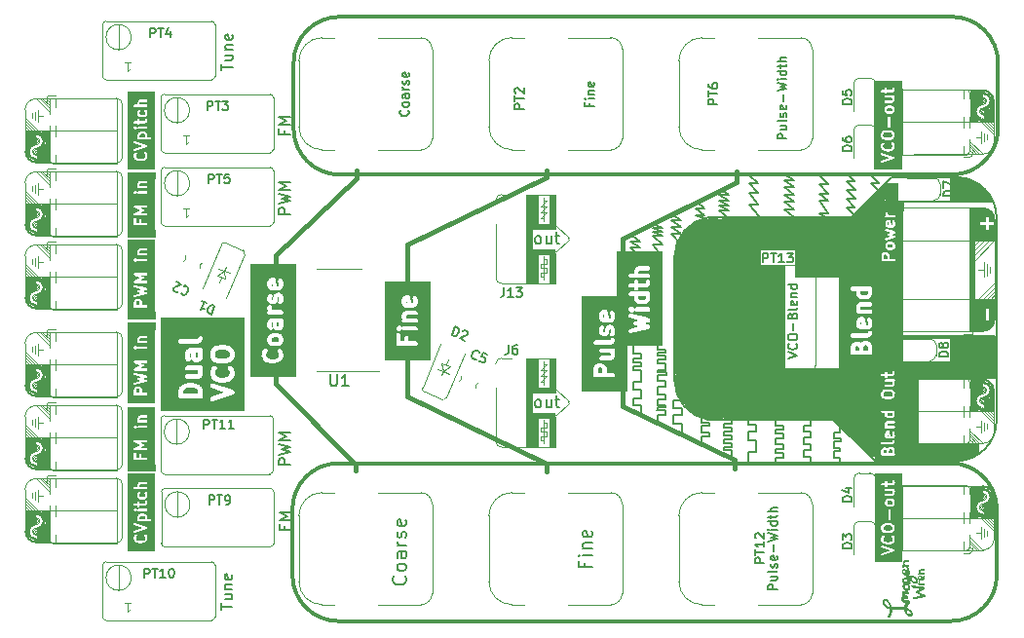
<source format=gbr>
%TF.GenerationSoftware,KiCad,Pcbnew,7.0.1*%
%TF.CreationDate,2023-09-03T00:34:55+01:00*%
%TF.ProjectId,noise-synth-card,6e6f6973-652d-4737-996e-74682d636172,rev?*%
%TF.SameCoordinates,Original*%
%TF.FileFunction,Legend,Top*%
%TF.FilePolarity,Positive*%
%FSLAX46Y46*%
G04 Gerber Fmt 4.6, Leading zero omitted, Abs format (unit mm)*
G04 Created by KiCad (PCBNEW 7.0.1) date 2023-09-03 00:34:55*
%MOMM*%
%LPD*%
G01*
G04 APERTURE LIST*
%ADD10C,0.150000*%
%ADD11C,0.050000*%
%ADD12C,0.400000*%
%ADD13C,0.300000*%
%ADD14C,3.530200*%
%ADD15C,0.200000*%
%ADD16C,0.700000*%
%ADD17C,1.000000*%
%ADD18C,0.500000*%
%ADD19C,0.375000*%
%ADD20C,0.425000*%
%ADD21C,0.100000*%
%ADD22C,0.120000*%
%ADD23C,0.250000*%
G04 APERTURE END LIST*
D10*
X154635200Y-69291200D02*
X155448000Y-69291200D01*
D11*
X110947200Y-76352400D02*
X113284000Y-76352400D01*
X113284000Y-76950768D01*
X110947200Y-76950768D01*
X110947200Y-76352400D01*
G36*
X110947200Y-76352400D02*
G01*
X113284000Y-76352400D01*
X113284000Y-76950768D01*
X110947200Y-76950768D01*
X110947200Y-76352400D01*
G37*
D10*
X161086800Y-67310000D02*
X160274000Y-67005200D01*
X162763200Y-86817200D02*
X162763200Y-86512400D01*
X171043600Y-66852800D02*
X171856400Y-66852800D01*
D12*
X130835400Y-63817500D02*
X123850400Y-70548500D01*
D10*
X162356800Y-66649600D02*
X163169600Y-66649600D01*
D13*
X186588400Y-53784000D02*
X186588400Y-59500000D01*
D14*
X163817100Y-81280000D02*
G75*
G03*
X163817100Y-81280000I-1765100J0D01*
G01*
D10*
X157429200Y-68173600D02*
X156616400Y-67818000D01*
X177292000Y-65811400D02*
X186131200Y-65811400D01*
X186131200Y-65887600D01*
X177292000Y-65887600D01*
X177292000Y-65811400D01*
G36*
X177292000Y-65811400D02*
G01*
X186131200Y-65811400D01*
X186131200Y-65887600D01*
X177292000Y-65887600D01*
X177292000Y-65811400D01*
G37*
D12*
X147345400Y-88646000D02*
X147345400Y-89281000D01*
D10*
X178231800Y-79794100D02*
X186359800Y-79794100D01*
X186359800Y-81140300D01*
X178231800Y-81140300D01*
X178231800Y-79794100D01*
G36*
X178231800Y-79794100D02*
G01*
X186359800Y-79794100D01*
X186359800Y-81140300D01*
X178231800Y-81140300D01*
X178231800Y-79794100D01*
G37*
D12*
X153949400Y-70358000D02*
X153949400Y-69037200D01*
D10*
X155448000Y-69291200D02*
X154787600Y-68783200D01*
X157683200Y-80467200D02*
X157683200Y-79908400D01*
X165557200Y-87579200D02*
X165557200Y-86563200D01*
X167944800Y-86004400D02*
X167233600Y-86004400D01*
X154635200Y-69850000D02*
X155448000Y-69850000D01*
X158191200Y-68021200D02*
X159004000Y-68021200D01*
X163474400Y-86512400D02*
X163474400Y-86207600D01*
D11*
X162560000Y-67259200D02*
X175971200Y-67259200D01*
X175971200Y-70002400D01*
X162560000Y-70002400D01*
X162560000Y-67259200D01*
G36*
X162560000Y-67259200D02*
G01*
X175971200Y-67259200D01*
X175971200Y-70002400D01*
X162560000Y-70002400D01*
X162560000Y-67259200D01*
G37*
D10*
X156972000Y-83718400D02*
X157683200Y-83718400D01*
X157683200Y-79908400D02*
X156972000Y-79908400D01*
D15*
X172923200Y-86664800D02*
X172923200Y-86410800D01*
D10*
X156972000Y-81432400D02*
X156972000Y-80924400D01*
D12*
X163728400Y-89027000D02*
X163728400Y-88265000D01*
D10*
X167944800Y-85344000D02*
X167233600Y-85344000D01*
X159004000Y-68021200D02*
X158191200Y-67462400D01*
D15*
X172313600Y-86664800D02*
X172923200Y-86664800D01*
D10*
X165760400Y-64211200D02*
X164998400Y-63601600D01*
X183273700Y-64719200D02*
X185331100Y-64719200D01*
X185331100Y-65836800D01*
X183273700Y-65836800D01*
X183273700Y-64719200D01*
G36*
X183273700Y-64719200D02*
G01*
X185331100Y-64719200D01*
X185331100Y-65836800D01*
X183273700Y-65836800D01*
X183273700Y-64719200D01*
G37*
D15*
X172313600Y-86410800D02*
X172313600Y-85902800D01*
D10*
X168046400Y-66548000D02*
X168859200Y-66548000D01*
X156972000Y-82600800D02*
X156972000Y-81940400D01*
D15*
X172262800Y-84813714D02*
X161397645Y-84813714D01*
D10*
X167233600Y-86004400D02*
X167233600Y-85699600D01*
X159004000Y-67462400D02*
X158394400Y-67005200D01*
X164846000Y-85242400D02*
X164846000Y-84937600D01*
D15*
X182961400Y-63728600D02*
X177324582Y-63728600D01*
D10*
X156972000Y-80467200D02*
X157683200Y-80467200D01*
X175514000Y-64211200D02*
X176225200Y-64211200D01*
D13*
X129374400Y-49784000D02*
G75*
G03*
X125374400Y-53784000I0J-4000000D01*
G01*
D10*
X157683200Y-83058000D02*
X157683200Y-82600800D01*
D13*
X182486800Y-102311200D02*
X129272800Y-102311200D01*
D10*
X159105600Y-84378800D02*
X159105600Y-83820000D01*
X157683200Y-79197200D02*
X156972000Y-79197200D01*
D11*
X173634400Y-84670900D02*
X176174400Y-84670900D01*
X176174400Y-85750400D01*
X173634400Y-85750400D01*
X173634400Y-84670900D01*
G36*
X173634400Y-84670900D02*
G01*
X176174400Y-84670900D01*
X176174400Y-85750400D01*
X173634400Y-85750400D01*
X173634400Y-84670900D01*
G37*
D10*
X168859200Y-65887600D02*
X168046400Y-65227200D01*
X156616400Y-68173600D02*
X157429200Y-68173600D01*
X161493200Y-86258400D02*
X161493200Y-85953600D01*
X162763200Y-86512400D02*
X163474400Y-86512400D01*
X158191200Y-68630800D02*
X159054800Y-68630800D01*
X174142400Y-66344800D02*
X173431200Y-65633600D01*
X156972000Y-84429600D02*
X157683200Y-84429600D01*
D15*
X172872400Y-88595200D02*
X172872400Y-88138000D01*
D10*
X158394400Y-83159600D02*
X158953200Y-83159600D01*
X157378400Y-70561200D02*
X156616400Y-69596000D01*
X173431200Y-64109600D02*
X174142400Y-64109600D01*
D16*
X184404000Y-64439800D02*
X185420000Y-65176400D01*
D10*
X164846000Y-85852000D02*
X165557200Y-85852000D01*
D17*
X174376065Y-67431935D02*
X176938524Y-64869476D01*
D10*
X167944800Y-86461600D02*
X167944800Y-86004400D01*
X164947600Y-65074800D02*
X165760400Y-65074800D01*
X156972000Y-83515200D02*
X156972000Y-83058000D01*
X173431200Y-66344800D02*
X174142400Y-66344800D01*
D12*
X135280400Y-82804000D02*
X147345400Y-88646000D01*
D10*
X165557200Y-85242400D02*
X164846000Y-85242400D01*
D12*
X130835400Y-63817500D02*
X130835400Y-63182500D01*
D10*
X155600400Y-79502000D02*
X155600400Y-79044800D01*
D15*
X169722800Y-87477600D02*
X170332400Y-87477600D01*
D10*
X163169600Y-65735200D02*
X162356800Y-65278000D01*
X164947600Y-64211200D02*
X165760400Y-64211200D01*
D15*
X169722800Y-86918800D02*
X169722800Y-86309200D01*
D11*
X175844200Y-71526400D02*
X178231800Y-71526400D01*
X178231800Y-80289400D01*
X175844200Y-80289400D01*
X175844200Y-71526400D01*
G36*
X175844200Y-71526400D02*
G01*
X178231800Y-71526400D01*
X178231800Y-80289400D01*
X175844200Y-80289400D01*
X175844200Y-71526400D01*
G37*
D15*
X169722800Y-86309200D02*
X170332400Y-86309200D01*
D10*
X178231800Y-80733900D02*
X179578000Y-80733900D01*
X179578000Y-87160100D01*
X178231800Y-87160100D01*
X178231800Y-80733900D01*
G36*
X178231800Y-80733900D02*
G01*
X179578000Y-80733900D01*
X179578000Y-87160100D01*
X178231800Y-87160100D01*
X178231800Y-80733900D01*
G37*
X176225200Y-64211200D02*
X175510960Y-63496960D01*
X157734000Y-80924400D02*
X157734000Y-80670400D01*
D13*
X125374400Y-59500000D02*
G75*
G03*
X129374400Y-63500000I4000000J0D01*
G01*
D10*
X154889200Y-82194400D02*
X154889200Y-81483200D01*
X167944800Y-87376000D02*
X167944800Y-86918800D01*
X171856400Y-64312800D02*
X171094400Y-63601600D01*
X163474400Y-85496400D02*
X162763200Y-85496400D01*
D15*
X172313600Y-88138000D02*
X172313600Y-87528400D01*
D11*
X176784000Y-64204850D02*
X177800000Y-64204850D01*
X177800000Y-65843150D01*
X176784000Y-65843150D01*
X176784000Y-64204850D01*
G36*
X176784000Y-64204850D02*
G01*
X177800000Y-64204850D01*
X177800000Y-65843150D01*
X176784000Y-65843150D01*
X176784000Y-64204850D01*
G37*
D10*
X157683200Y-78943200D02*
X157683200Y-78689200D01*
X168859200Y-64566800D02*
X168046400Y-64008000D01*
D11*
X110947200Y-88696800D02*
X113284000Y-88696800D01*
X113284000Y-89193568D01*
X110947200Y-89193568D01*
X110947200Y-88696800D01*
G36*
X110947200Y-88696800D02*
G01*
X113284000Y-88696800D01*
X113284000Y-89193568D01*
X110947200Y-89193568D01*
X110947200Y-88696800D01*
G37*
D10*
X182473600Y-77546200D02*
X186334400Y-77546200D01*
X186334400Y-79857600D01*
X182473600Y-79857600D01*
X182473600Y-77546200D01*
G36*
X182473600Y-77546200D02*
G01*
X186334400Y-77546200D01*
X186334400Y-79857600D01*
X182473600Y-79857600D01*
X182473600Y-77546200D01*
G37*
D15*
X170332400Y-85293200D02*
X170332400Y-84836000D01*
D10*
X173431200Y-64871600D02*
X174193200Y-64871600D01*
D11*
X110947200Y-63296800D02*
X113284000Y-63296800D01*
X113284000Y-63844368D01*
X110947200Y-63844368D01*
X110947200Y-63296800D01*
G36*
X110947200Y-63296800D02*
G01*
X113284000Y-63296800D01*
X113284000Y-63844368D01*
X110947200Y-63844368D01*
X110947200Y-63296800D01*
G37*
D10*
X165760400Y-66141600D02*
X164947600Y-65074800D01*
D13*
X125272800Y-98311200D02*
X125272800Y-92595200D01*
D10*
X162763200Y-86207600D02*
X162763200Y-85801200D01*
D13*
X129374400Y-49784000D02*
X182588400Y-49784000D01*
D15*
X172872400Y-87528400D02*
X172872400Y-87274400D01*
D10*
X156972000Y-83058000D02*
X157683200Y-83058000D01*
D11*
X175234600Y-66535300D02*
X175895000Y-66535300D01*
X175895000Y-67614800D01*
X175234600Y-67614800D01*
X175234600Y-66535300D01*
G36*
X175234600Y-66535300D02*
G01*
X175895000Y-66535300D01*
X175895000Y-67614800D01*
X175234600Y-67614800D01*
X175234600Y-66535300D01*
G37*
D10*
X161493200Y-85090000D02*
X160782000Y-85090000D01*
X155600400Y-84226400D02*
X155600400Y-83769200D01*
D12*
X135280400Y-72882125D02*
X135280400Y-69611875D01*
D10*
X165557200Y-85852000D02*
X165557200Y-85242400D01*
X171043600Y-64312800D02*
X171856400Y-64312800D01*
X163474400Y-87985600D02*
X163474400Y-87477600D01*
X154889200Y-80162400D02*
X155600400Y-80162400D01*
X167233600Y-86918800D02*
X167233600Y-86461600D01*
X164947600Y-66141600D02*
X165760400Y-66141600D01*
X163474400Y-85140800D02*
X163474400Y-84886800D01*
D15*
X172923200Y-86410800D02*
X172313600Y-86410800D01*
X186461400Y-67228600D02*
G75*
G03*
X182961400Y-63728600I-3500000J0D01*
G01*
D10*
X182473600Y-63804800D02*
X183591200Y-63804800D01*
X183591200Y-65862200D01*
X182473600Y-65862200D01*
X182473600Y-63804800D01*
G36*
X182473600Y-63804800D02*
G01*
X183591200Y-63804800D01*
X183591200Y-65862200D01*
X182473600Y-65862200D01*
X182473600Y-63804800D01*
G37*
X157429200Y-69596000D02*
X156616400Y-68834000D01*
X162356800Y-65278000D02*
X163169600Y-65278000D01*
D15*
X169722800Y-88036400D02*
X169722800Y-87477600D01*
D10*
X167233600Y-86461600D02*
X167944800Y-86461600D01*
X163169600Y-67259200D02*
X162356800Y-66649600D01*
X163474400Y-86817200D02*
X162763200Y-86817200D01*
X168859200Y-64008000D02*
X168046400Y-63500000D01*
D16*
X183794400Y-64109600D02*
X185724800Y-65582800D01*
D12*
X153949400Y-69037200D02*
X163855400Y-64135000D01*
D10*
X154889200Y-79044800D02*
X154889200Y-78333600D01*
D15*
X170332400Y-86309200D02*
X170332400Y-85801200D01*
D10*
X157683200Y-78689200D02*
X156972000Y-78689200D01*
D11*
X168960800Y-69596000D02*
X176072800Y-69596000D01*
X176072800Y-72339200D01*
X168960800Y-72339200D01*
X168960800Y-69596000D01*
G36*
X168960800Y-69596000D02*
G01*
X176072800Y-69596000D01*
X176072800Y-72339200D01*
X168960800Y-72339200D01*
X168960800Y-69596000D01*
G37*
D12*
X123850400Y-81724500D02*
X130771900Y-88709500D01*
D15*
X172313600Y-87274400D02*
X172313600Y-86664800D01*
D10*
X155600400Y-83769200D02*
X155600400Y-83566000D01*
X156972000Y-78689200D02*
X156972000Y-78333600D01*
X168859200Y-66548000D02*
X168046400Y-65887600D01*
X161493200Y-85953600D02*
X160782000Y-85953600D01*
X159054800Y-69545200D02*
X158191200Y-68630800D01*
X157683200Y-83718400D02*
X157683200Y-83515200D01*
D15*
X158470572Y-81360929D02*
G75*
G03*
X161397645Y-84813713I3500028J29D01*
G01*
D10*
X156972000Y-79197200D02*
X156972000Y-78943200D01*
X159105600Y-85902800D02*
X159105600Y-85140800D01*
D15*
X172872400Y-88138000D02*
X172313600Y-88138000D01*
X169722800Y-85293200D02*
X170332400Y-85293200D01*
D10*
X156972000Y-81940400D02*
X157683200Y-81940400D01*
D15*
X172313600Y-85902800D02*
X172872400Y-85902800D01*
D10*
X155600400Y-80518000D02*
X154889200Y-80518000D01*
X154889200Y-79502000D02*
X155600400Y-79502000D01*
D15*
X158470600Y-81360929D02*
X158470600Y-70670243D01*
D10*
X165760400Y-65074800D02*
X164947600Y-64211200D01*
X160782000Y-86715600D02*
X160782000Y-86258400D01*
X157683200Y-83972400D02*
X156921200Y-83972400D01*
X156616400Y-69596000D02*
X157429200Y-69596000D01*
X156972000Y-84886800D02*
X156972000Y-84429600D01*
X162763200Y-85140800D02*
X163474400Y-85140800D01*
X165811200Y-67157600D02*
X164947600Y-66141600D01*
X171043600Y-65786000D02*
X171856400Y-65786000D01*
X160274000Y-66446400D02*
X161086800Y-66446400D01*
X155600400Y-82194400D02*
X154889200Y-82194400D01*
X177952400Y-86969600D02*
X183286400Y-86969600D01*
X183286400Y-88315800D01*
X177952400Y-88315800D01*
X177952400Y-86969600D01*
G36*
X177952400Y-86969600D02*
G01*
X183286400Y-86969600D01*
X183286400Y-88315800D01*
X177952400Y-88315800D01*
X177952400Y-86969600D01*
G37*
X159054800Y-68630800D02*
X158191200Y-68021200D01*
X163169600Y-66649600D02*
X162356800Y-66192400D01*
X155448000Y-69850000D02*
X154635200Y-69291200D01*
X171856400Y-65786000D02*
X171043600Y-65176400D01*
X157429200Y-68478400D02*
X156616400Y-68173600D01*
X157683200Y-81432400D02*
X156972000Y-81432400D01*
D15*
X170332400Y-85801200D02*
X169722800Y-85801200D01*
D10*
X157683200Y-81940400D02*
X157683200Y-81432400D01*
D13*
X182588400Y-63500000D02*
X129374400Y-63500000D01*
D10*
X157683200Y-79552800D02*
X157683200Y-79197200D01*
D13*
X186486800Y-92595200D02*
X186486800Y-98311200D01*
D10*
X174193200Y-67106800D02*
X173431200Y-66344800D01*
X167233600Y-88442800D02*
X167233600Y-88138000D01*
D13*
X129272800Y-88595200D02*
X182486800Y-88595200D01*
D10*
X167233600Y-85699600D02*
X167944800Y-85699600D01*
D12*
X135280400Y-69611875D02*
X147345400Y-63754000D01*
D10*
X158394400Y-83820000D02*
X158394400Y-83159600D01*
X167944800Y-86918800D02*
X167233600Y-86918800D01*
X155600400Y-79044800D02*
X154889200Y-79044800D01*
X164896800Y-87579200D02*
X165557200Y-87579200D01*
X154889200Y-81483200D02*
X155600400Y-81483200D01*
X168859200Y-67208400D02*
X168046400Y-66548000D01*
D13*
X186486800Y-92595200D02*
G75*
G03*
X182486800Y-88595200I-4000000J0D01*
G01*
D10*
X168859200Y-65227200D02*
X168046400Y-64566800D01*
X156972000Y-79908400D02*
X156972000Y-79552800D01*
X168046400Y-65887600D02*
X168859200Y-65887600D01*
X167944800Y-85699600D02*
X167944800Y-85344000D01*
X167233600Y-87376000D02*
X167944800Y-87376000D01*
D14*
X163715500Y-70764400D02*
G75*
G03*
X163715500Y-70764400I-1765100J0D01*
G01*
D10*
X167233600Y-87731600D02*
X167233600Y-87376000D01*
D15*
X169722800Y-85801200D02*
X169722800Y-85293200D01*
D10*
X167233600Y-85344000D02*
X167233600Y-84937600D01*
X156972000Y-78943200D02*
X157683200Y-78943200D01*
X157683200Y-84429600D02*
X157683200Y-83972400D01*
D13*
X182588400Y-63500000D02*
G75*
G03*
X186588400Y-59500000I0J4000000D01*
G01*
D10*
X167944800Y-88138000D02*
X167944800Y-87731600D01*
D15*
X182961400Y-88392000D02*
X175852161Y-88392000D01*
D10*
X157429200Y-68834000D02*
X156616400Y-68478400D01*
X164896800Y-88544400D02*
X164896800Y-87579200D01*
X156972000Y-79552800D02*
X157683200Y-79552800D01*
X171856400Y-65176400D02*
X171043600Y-64312800D01*
X162356800Y-66192400D02*
X163169600Y-66192400D01*
X164846000Y-86563200D02*
X164846000Y-85852000D01*
X155600400Y-83566000D02*
X154889200Y-83566000D01*
X174193200Y-64871600D02*
X173431200Y-64109600D01*
X159105600Y-85140800D02*
X158394400Y-85140800D01*
D17*
X175717200Y-87528400D02*
X172719575Y-84530775D01*
D10*
X157734000Y-80670400D02*
X156972000Y-80670400D01*
X156972000Y-80924400D02*
X157734000Y-80924400D01*
D12*
X163855400Y-64135000D02*
X163855400Y-63246000D01*
D10*
X158394400Y-85140800D02*
X158394400Y-84378800D01*
X155600400Y-79806800D02*
X154889200Y-79806800D01*
X162763200Y-87477600D02*
X162763200Y-87172800D01*
X171043600Y-65176400D02*
X171856400Y-65176400D01*
X168046400Y-65227200D02*
X168859200Y-65227200D01*
D13*
X125272800Y-98311200D02*
G75*
G03*
X129272800Y-102311200I4000000J0D01*
G01*
D11*
X158800800Y-69697600D02*
X165912800Y-69697600D01*
X165912800Y-72085200D01*
X158800800Y-72085200D01*
X158800800Y-69697600D01*
G36*
X158800800Y-69697600D02*
G01*
X165912800Y-69697600D01*
X165912800Y-72085200D01*
X158800800Y-72085200D01*
X158800800Y-69697600D01*
G37*
D10*
X174193200Y-65633600D02*
X173431200Y-64871600D01*
X154889200Y-83566000D02*
X154889200Y-82956400D01*
X156616400Y-68834000D02*
X157429200Y-68834000D01*
X155600400Y-82956400D02*
X155600400Y-82194400D01*
X163474400Y-85801200D02*
X163474400Y-85496400D01*
D15*
X170332400Y-88036400D02*
X169722800Y-88036400D01*
X172872400Y-87274400D02*
X172313600Y-87274400D01*
D10*
X154889200Y-82956400D02*
X155600400Y-82956400D01*
X161086800Y-67005200D02*
X160274000Y-66446400D01*
D15*
X170332400Y-87477600D02*
X170332400Y-86918800D01*
X172313600Y-87528400D02*
X172872400Y-87528400D01*
D10*
X176276000Y-64973200D02*
X175514000Y-64211200D01*
D15*
X161411592Y-67215130D02*
G75*
G03*
X158470600Y-70670243I559008J-3455070D01*
G01*
X175852161Y-88392000D02*
X172279188Y-84819027D01*
D12*
X147345400Y-63754000D02*
X147345400Y-63119000D01*
D10*
X157683200Y-83515200D02*
X156972000Y-83515200D01*
X168046400Y-64566800D02*
X168859200Y-64566800D01*
D13*
X186588400Y-53784000D02*
G75*
G03*
X182588400Y-49784000I-4000000J0D01*
G01*
D10*
X154889200Y-79806800D02*
X154889200Y-79502000D01*
X155600400Y-80162400D02*
X155600400Y-79806800D01*
X160782000Y-85953600D02*
X160782000Y-85344000D01*
D15*
X182961400Y-88392000D02*
G75*
G03*
X186461400Y-84892000I0J3500000D01*
G01*
D10*
X160782000Y-86258400D02*
X161493200Y-86258400D01*
D15*
X170332400Y-86918800D02*
X169722800Y-86918800D01*
D10*
X160782000Y-85090000D02*
X160782000Y-84683600D01*
D11*
X158546800Y-71374000D02*
X168046400Y-71374000D01*
X168046400Y-80772000D01*
X158546800Y-80772000D01*
X158546800Y-71374000D01*
G36*
X158546800Y-71374000D02*
G01*
X168046400Y-71374000D01*
X168046400Y-80772000D01*
X158546800Y-80772000D01*
X158546800Y-71374000D01*
G37*
D10*
X155600400Y-81483200D02*
X155600400Y-80518000D01*
X160274000Y-67005200D02*
X161086800Y-67005200D01*
D12*
X135280400Y-82804000D02*
X135280400Y-79533750D01*
D15*
X186461400Y-67228600D02*
X186461400Y-84892000D01*
D10*
X167233600Y-88138000D02*
X167944800Y-88138000D01*
X173431200Y-65633600D02*
X174193200Y-65633600D01*
X161493200Y-85344000D02*
X161493200Y-85090000D01*
D15*
X161442400Y-67215172D02*
X173837600Y-67215172D01*
D10*
X156972000Y-83972400D02*
X156972000Y-83718400D01*
X162763200Y-85496400D02*
X162763200Y-85140800D01*
D11*
X174637700Y-84582000D02*
X176022000Y-84582000D01*
X176022000Y-87122000D01*
X174637700Y-87122000D01*
X174637700Y-84582000D01*
G36*
X174637700Y-84582000D02*
G01*
X176022000Y-84582000D01*
X176022000Y-87122000D01*
X174637700Y-87122000D01*
X174637700Y-84582000D01*
G37*
D12*
X163728400Y-88265000D02*
X153949400Y-83591400D01*
D10*
X178155600Y-77546200D02*
X186283600Y-77546200D01*
X186283600Y-77673200D01*
X178155600Y-77673200D01*
X178155600Y-77546200D01*
G36*
X178155600Y-77546200D02*
G01*
X186283600Y-77546200D01*
X186283600Y-77673200D01*
X178155600Y-77673200D01*
X178155600Y-77546200D01*
G37*
D11*
X162763200Y-80314800D02*
X176174400Y-80314800D01*
X176174400Y-84785200D01*
X162763200Y-84785200D01*
X162763200Y-80314800D01*
G36*
X162763200Y-80314800D02*
G01*
X176174400Y-80314800D01*
X176174400Y-84785200D01*
X162763200Y-84785200D01*
X162763200Y-80314800D01*
G37*
D10*
X171856400Y-67360800D02*
X171043600Y-66852800D01*
X162763200Y-87172800D02*
X163474400Y-87172800D01*
X154889200Y-80518000D02*
X154889200Y-80162400D01*
D12*
X130771900Y-88709500D02*
X130771900Y-89217500D01*
D10*
X171856400Y-66852800D02*
X171043600Y-65786000D01*
X174142400Y-64109600D02*
X173482000Y-63449200D01*
D13*
X125374400Y-59500000D02*
X125374400Y-53784000D01*
D10*
X163474400Y-86207600D02*
X162763200Y-86207600D01*
D12*
X123850400Y-70548500D02*
X123850400Y-71247000D01*
D10*
X159105600Y-83820000D02*
X158394400Y-83820000D01*
X163474400Y-87477600D02*
X162763200Y-87477600D01*
D12*
X123850400Y-81724500D02*
X123850400Y-81026000D01*
D10*
X167944800Y-87731600D02*
X167233600Y-87731600D01*
X158191200Y-67462400D02*
X159004000Y-67462400D01*
D18*
X183210200Y-88188800D02*
X184683400Y-87680800D01*
D15*
X172872400Y-85902800D02*
X172872400Y-85445600D01*
D10*
X155397200Y-70561200D02*
X154635200Y-69850000D01*
D11*
X110947200Y-75438000D02*
X113284000Y-75438000D01*
X113284000Y-76036368D01*
X110947200Y-76036368D01*
X110947200Y-75438000D01*
G36*
X110947200Y-75438000D02*
G01*
X113284000Y-75438000D01*
X113284000Y-76036368D01*
X110947200Y-76036368D01*
X110947200Y-75438000D01*
G37*
D10*
X156616400Y-68478400D02*
X157429200Y-68478400D01*
X156972000Y-80670400D02*
X156972000Y-80467200D01*
X165557200Y-86563200D02*
X164846000Y-86563200D01*
X163474400Y-87172800D02*
X163474400Y-86817200D01*
X162356800Y-65735200D02*
X163169600Y-65735200D01*
D11*
X175818800Y-65779650D02*
X178308000Y-65779650D01*
X178308000Y-66655950D01*
X175818800Y-66655950D01*
X175818800Y-65779650D01*
G36*
X175818800Y-65779650D02*
G01*
X178308000Y-65779650D01*
X178308000Y-66655950D01*
X175818800Y-66655950D01*
X175818800Y-65779650D01*
G37*
D10*
X183108600Y-86969600D02*
X184886600Y-86969600D01*
X184886600Y-87807800D01*
X183108600Y-87807800D01*
X183108600Y-86969600D01*
G36*
X183108600Y-86969600D02*
G01*
X184886600Y-86969600D01*
X184886600Y-87807800D01*
X183108600Y-87807800D01*
X183108600Y-86969600D01*
G37*
X158394400Y-84378800D02*
X159105600Y-84378800D01*
D13*
X129272800Y-88595200D02*
G75*
G03*
X125272800Y-92595200I0J-4000000D01*
G01*
D10*
X160782000Y-85344000D02*
X161493200Y-85344000D01*
D15*
X177317400Y-63735372D02*
X173837600Y-67215172D01*
D10*
X168046400Y-64008000D02*
X168859200Y-64008000D01*
X157683200Y-82600800D02*
X156972000Y-82600800D01*
D13*
X182486800Y-102311200D02*
G75*
G03*
X186486800Y-98311200I0J4000000D01*
G01*
D15*
X170332400Y-88595200D02*
X170332400Y-88036400D01*
D10*
X162763200Y-85801200D02*
X163474400Y-85801200D01*
X163169600Y-66192400D02*
X162356800Y-65735200D01*
D11*
X110947200Y-68326000D02*
X113284000Y-68326000D01*
X113284000Y-68873568D01*
X110947200Y-68873568D01*
X110947200Y-68326000D01*
G36*
X110947200Y-68326000D02*
G01*
X113284000Y-68326000D01*
X113284000Y-68873568D01*
X110947200Y-68873568D01*
X110947200Y-68326000D01*
G37*
G36*
X183248300Y-64160400D02*
G01*
X184543700Y-64160400D01*
X184543700Y-64693800D01*
X183248300Y-64693800D01*
X183248300Y-64160400D01*
G37*
D10*
X163169600Y-65278000D02*
X162458400Y-64770000D01*
X161086800Y-66446400D02*
X160375600Y-65887600D01*
D12*
X153949400Y-83591400D02*
X153949400Y-82270600D01*
D19*
G36*
X135245615Y-74691070D02*
G01*
X135232877Y-74691070D01*
X135185510Y-74667387D01*
X135161828Y-74620022D01*
X135161828Y-74422832D01*
X135183356Y-74379776D01*
X135245615Y-74691070D01*
G37*
G36*
X137275936Y-79616964D02*
G01*
X133284864Y-79616964D01*
X133284864Y-78192096D01*
X134280901Y-78192096D01*
X134298202Y-78229980D01*
X134309934Y-78269935D01*
X134320715Y-78279277D01*
X134326642Y-78292255D01*
X134361674Y-78314768D01*
X134393149Y-78342042D01*
X134407272Y-78344072D01*
X134419273Y-78351785D01*
X134460915Y-78351785D01*
X134502139Y-78357712D01*
X134515117Y-78351785D01*
X135175201Y-78351785D01*
X135216425Y-78357712D01*
X135229403Y-78351785D01*
X136001287Y-78351785D01*
X136079978Y-78328679D01*
X136152085Y-78245464D01*
X136167755Y-78136474D01*
X136122014Y-78036315D01*
X136029383Y-77976785D01*
X135376114Y-77976785D01*
X135376114Y-77637326D01*
X135353008Y-77558635D01*
X135269793Y-77486528D01*
X135160803Y-77470858D01*
X135060644Y-77516599D01*
X135001114Y-77609230D01*
X135001114Y-77976785D01*
X134661828Y-77976785D01*
X134661828Y-77423040D01*
X134638722Y-77344349D01*
X134555507Y-77272242D01*
X134446517Y-77256572D01*
X134346358Y-77302313D01*
X134286828Y-77394944D01*
X134286828Y-78150872D01*
X134280901Y-78192096D01*
X133284864Y-78192096D01*
X133284864Y-76864631D01*
X134279410Y-76864631D01*
X134283921Y-76885371D01*
X134280901Y-76906382D01*
X134289718Y-76925690D01*
X134291233Y-76946862D01*
X134299783Y-76958283D01*
X134302816Y-76972225D01*
X134317824Y-76987233D01*
X134326642Y-77006541D01*
X134344499Y-77018017D01*
X134357220Y-77035010D01*
X134370588Y-77039995D01*
X134403691Y-77073099D01*
X134428649Y-77106438D01*
X134467671Y-77120992D01*
X134504220Y-77140949D01*
X134518448Y-77139931D01*
X134531816Y-77144917D01*
X134572506Y-77136065D01*
X134614049Y-77133094D01*
X134625471Y-77124543D01*
X134639410Y-77121511D01*
X134668855Y-77092065D01*
X134702197Y-77067106D01*
X134707182Y-77053738D01*
X134715927Y-77044993D01*
X134722835Y-77042965D01*
X134745686Y-77016592D01*
X134773623Y-76995680D01*
X134781040Y-76975792D01*
X134794942Y-76959750D01*
X134797415Y-76942544D01*
X134826642Y-77006541D01*
X134919273Y-77066071D01*
X136001287Y-77066071D01*
X136079978Y-77042965D01*
X136152085Y-76959750D01*
X136167755Y-76850760D01*
X136122014Y-76750601D01*
X136029383Y-76691071D01*
X134947369Y-76691071D01*
X134868678Y-76714177D01*
X134796571Y-76797392D01*
X134795614Y-76804047D01*
X134791730Y-76798859D01*
X134788698Y-76784919D01*
X134773689Y-76769909D01*
X134764871Y-76750601D01*
X134747013Y-76739124D01*
X134734293Y-76722132D01*
X134720926Y-76717146D01*
X134687823Y-76684042D01*
X134662865Y-76650703D01*
X134623847Y-76636150D01*
X134587297Y-76616192D01*
X134573065Y-76617209D01*
X134559698Y-76612224D01*
X134519010Y-76621075D01*
X134477467Y-76624046D01*
X134466043Y-76632597D01*
X134452104Y-76635630D01*
X134422659Y-76665074D01*
X134389319Y-76690033D01*
X134384332Y-76703401D01*
X134375585Y-76712148D01*
X134368678Y-76714177D01*
X134345825Y-76740549D01*
X134317888Y-76761464D01*
X134310470Y-76781350D01*
X134296571Y-76797392D01*
X134293549Y-76818404D01*
X134283378Y-76837033D01*
X134284395Y-76851263D01*
X134279410Y-76864631D01*
X133284864Y-76864631D01*
X133284864Y-75756689D01*
X134780041Y-75756689D01*
X134786828Y-75773054D01*
X134786828Y-75939908D01*
X134782002Y-75984609D01*
X134799137Y-76018879D01*
X134809934Y-76055649D01*
X134815890Y-76060810D01*
X134796571Y-76083106D01*
X134780901Y-76192096D01*
X134826642Y-76292255D01*
X134919273Y-76351785D01*
X135069327Y-76351785D01*
X135075645Y-76355235D01*
X135123890Y-76351785D01*
X136001287Y-76351785D01*
X136079978Y-76328679D01*
X136152085Y-76245464D01*
X136167755Y-76136474D01*
X136122014Y-76036315D01*
X136029383Y-75976785D01*
X135197353Y-75976785D01*
X135161828Y-75905736D01*
X135161828Y-75779975D01*
X135185510Y-75732611D01*
X135232877Y-75708928D01*
X136001287Y-75708928D01*
X136079978Y-75685822D01*
X136152085Y-75602607D01*
X136167755Y-75493617D01*
X136122014Y-75393458D01*
X136029383Y-75333928D01*
X135198712Y-75333928D01*
X135154005Y-75329101D01*
X135119730Y-75346238D01*
X135082964Y-75357034D01*
X135071363Y-75370421D01*
X135004628Y-75403788D01*
X134997345Y-75403532D01*
X134955845Y-75428180D01*
X134937792Y-75437207D01*
X134932748Y-75441898D01*
X134902674Y-75459761D01*
X134893221Y-75478666D01*
X134877742Y-75493065D01*
X134869074Y-75526959D01*
X134811139Y-75642828D01*
X134786828Y-75680658D01*
X134786828Y-75718976D01*
X134780041Y-75756689D01*
X133284864Y-75756689D01*
X133284864Y-74399546D01*
X134780041Y-74399546D01*
X134786828Y-74415911D01*
X134786828Y-74654194D01*
X134782002Y-74698895D01*
X134799137Y-74733165D01*
X134809934Y-74769935D01*
X134823323Y-74781536D01*
X134856689Y-74848270D01*
X134856433Y-74855555D01*
X134881087Y-74897064D01*
X134890109Y-74915108D01*
X134894797Y-74920148D01*
X134912662Y-74950226D01*
X134931568Y-74959679D01*
X134945967Y-74975158D01*
X134979860Y-74983825D01*
X135095734Y-75041761D01*
X135133559Y-75066070D01*
X135171876Y-75066070D01*
X135209592Y-75072857D01*
X135225956Y-75066070D01*
X135424788Y-75066070D01*
X135429587Y-75068796D01*
X135479464Y-75066070D01*
X135749944Y-75066070D01*
X135794651Y-75070897D01*
X135828926Y-75053759D01*
X135865692Y-75042964D01*
X135877292Y-75029576D01*
X135944028Y-74996209D01*
X135951313Y-74996466D01*
X135992818Y-74971814D01*
X136010865Y-74962791D01*
X136015907Y-74958100D01*
X136045984Y-74940237D01*
X136055437Y-74921330D01*
X136070915Y-74906933D01*
X136079582Y-74873040D01*
X136137519Y-74757164D01*
X136161828Y-74719340D01*
X136161828Y-74681023D01*
X136168615Y-74643307D01*
X136161828Y-74626943D01*
X136161828Y-74388668D01*
X136166655Y-74343961D01*
X136149517Y-74309686D01*
X136138722Y-74272920D01*
X136125334Y-74261319D01*
X136058549Y-74127748D01*
X136002691Y-74067698D01*
X135896014Y-74040418D01*
X135791522Y-74075144D01*
X135722393Y-74160848D01*
X135710573Y-74270322D01*
X135786828Y-74422833D01*
X135786828Y-74620022D01*
X135763145Y-74667387D01*
X135715780Y-74691070D01*
X135628041Y-74691070D01*
X135521645Y-74159092D01*
X135524898Y-74136474D01*
X135511063Y-74106180D01*
X135510043Y-74101078D01*
X135499903Y-74081742D01*
X135479157Y-74036315D01*
X135474515Y-74033332D01*
X135471953Y-74028446D01*
X135428523Y-74003775D01*
X135386526Y-73976785D01*
X135381012Y-73976785D01*
X135376213Y-73974059D01*
X135326335Y-73976785D01*
X135198712Y-73976785D01*
X135154005Y-73971958D01*
X135119730Y-73989095D01*
X135082964Y-73999891D01*
X135071363Y-74013278D01*
X135004628Y-74046645D01*
X134997345Y-74046389D01*
X134955845Y-74071037D01*
X134937792Y-74080064D01*
X134932748Y-74084755D01*
X134902674Y-74102618D01*
X134893221Y-74121523D01*
X134877742Y-74135922D01*
X134869074Y-74169816D01*
X134811139Y-74285685D01*
X134786828Y-74323515D01*
X134786828Y-74361833D01*
X134780041Y-74399546D01*
X133284864Y-74399546D01*
X133284864Y-72783035D01*
X137275936Y-72783035D01*
X137275936Y-79616964D01*
G37*
G36*
X175217403Y-78354096D02*
G01*
X175245802Y-78382496D01*
X175283828Y-78458548D01*
X175283828Y-78798214D01*
X174873114Y-78798214D01*
X174873114Y-78516142D01*
X174920922Y-78372712D01*
X174939539Y-78354096D01*
X175015591Y-78316071D01*
X175141351Y-78316071D01*
X175217403Y-78354096D01*
G37*
G36*
X174431686Y-78425523D02*
G01*
X174460088Y-78453926D01*
X174496507Y-78526762D01*
X174496247Y-78533957D01*
X174498114Y-78537107D01*
X174498114Y-78798214D01*
X174158828Y-78798214D01*
X174158828Y-78529976D01*
X174196853Y-78453925D01*
X174225254Y-78425524D01*
X174301304Y-78387499D01*
X174355638Y-78387499D01*
X174431686Y-78425523D01*
G37*
G36*
X174742615Y-76583928D02*
G01*
X174729877Y-76583928D01*
X174682510Y-76560245D01*
X174658828Y-76512880D01*
X174658828Y-76315690D01*
X174680356Y-76272634D01*
X174742615Y-76583928D01*
G37*
G36*
X175283828Y-73798594D02*
G01*
X175245801Y-73874647D01*
X175217404Y-73903044D01*
X175141351Y-73941071D01*
X174801305Y-73941071D01*
X174725253Y-73903045D01*
X174696853Y-73874645D01*
X174658828Y-73798594D01*
X174658828Y-73601786D01*
X175283828Y-73601786D01*
X175283828Y-73798594D01*
G37*
G36*
X176772936Y-80438393D02*
G01*
X172781864Y-80438393D01*
X172781864Y-78506690D01*
X173777041Y-78506690D01*
X173783828Y-78523055D01*
X173783828Y-78972301D01*
X173777901Y-79013525D01*
X173795202Y-79051409D01*
X173806934Y-79091364D01*
X173817715Y-79100706D01*
X173823642Y-79113684D01*
X173858674Y-79136197D01*
X173890149Y-79163471D01*
X173904272Y-79165501D01*
X173916273Y-79173214D01*
X173957915Y-79173214D01*
X173999139Y-79179141D01*
X174012117Y-79173214D01*
X174672201Y-79173214D01*
X174713425Y-79179141D01*
X174726403Y-79173214D01*
X175457915Y-79173214D01*
X175499139Y-79179141D01*
X175537023Y-79161839D01*
X175576978Y-79150108D01*
X175586320Y-79139326D01*
X175599298Y-79133400D01*
X175621811Y-79098367D01*
X175649085Y-79066893D01*
X175651115Y-79052769D01*
X175658828Y-79040769D01*
X175658828Y-78999127D01*
X175664755Y-78957903D01*
X175658828Y-78944925D01*
X175658828Y-78424383D01*
X175663655Y-78379676D01*
X175646517Y-78345401D01*
X175635722Y-78308635D01*
X175622334Y-78297034D01*
X175578117Y-78208600D01*
X175571412Y-78177775D01*
X175534882Y-78141245D01*
X175499691Y-78103413D01*
X175496142Y-78102505D01*
X175477676Y-78084039D01*
X175461566Y-78056915D01*
X175415353Y-78033808D01*
X175370009Y-78009049D01*
X175366356Y-78009310D01*
X175278493Y-77965379D01*
X175240669Y-77941071D01*
X175202352Y-77941071D01*
X175164636Y-77934284D01*
X175148272Y-77941071D01*
X174981426Y-77941071D01*
X174936719Y-77936244D01*
X174902444Y-77953381D01*
X174865678Y-77964177D01*
X174854077Y-77977564D01*
X174765643Y-78021781D01*
X174734818Y-78028487D01*
X174698288Y-78065016D01*
X174660456Y-78100208D01*
X174659548Y-78103756D01*
X174648590Y-78114714D01*
X174629670Y-78105253D01*
X174584297Y-78080478D01*
X174580641Y-78080739D01*
X174492784Y-78036810D01*
X174454955Y-78012499D01*
X174416637Y-78012499D01*
X174378924Y-78005712D01*
X174362559Y-78012499D01*
X174267132Y-78012499D01*
X174222431Y-78007673D01*
X174188159Y-78024809D01*
X174151392Y-78035605D01*
X174139790Y-78048993D01*
X174051359Y-78093209D01*
X174020531Y-78099916D01*
X173983994Y-78136452D01*
X173946169Y-78171638D01*
X173945261Y-78175186D01*
X173926794Y-78193654D01*
X173899674Y-78209762D01*
X173876575Y-78255958D01*
X173851807Y-78301320D01*
X173852068Y-78304972D01*
X173808139Y-78392829D01*
X173783828Y-78430659D01*
X173783828Y-78468977D01*
X173777041Y-78506690D01*
X172781864Y-78506690D01*
X172781864Y-77513525D01*
X173777901Y-77513525D01*
X173823642Y-77613684D01*
X173916273Y-77673214D01*
X175246951Y-77673214D01*
X175291652Y-77678040D01*
X175325923Y-77660904D01*
X175362692Y-77650108D01*
X175374293Y-77636719D01*
X175441028Y-77603352D01*
X175448313Y-77603609D01*
X175489818Y-77578957D01*
X175507865Y-77569934D01*
X175512906Y-77565244D01*
X175542984Y-77547380D01*
X175552438Y-77528471D01*
X175567915Y-77514075D01*
X175576581Y-77480184D01*
X175651090Y-77331167D01*
X175665615Y-77250450D01*
X175623432Y-77148741D01*
X175532956Y-77085984D01*
X175422915Y-77082104D01*
X175328244Y-77138333D01*
X175260145Y-77274531D01*
X175212779Y-77298214D01*
X173944369Y-77298214D01*
X173865678Y-77321320D01*
X173793571Y-77404535D01*
X173777901Y-77513525D01*
X172781864Y-77513525D01*
X172781864Y-76292404D01*
X174277041Y-76292404D01*
X174283828Y-76308769D01*
X174283828Y-76547052D01*
X174279002Y-76591753D01*
X174296137Y-76626023D01*
X174306934Y-76662793D01*
X174320323Y-76674394D01*
X174353689Y-76741128D01*
X174353433Y-76748413D01*
X174378087Y-76789922D01*
X174387109Y-76807966D01*
X174391797Y-76813006D01*
X174409662Y-76843084D01*
X174428568Y-76852537D01*
X174442967Y-76868016D01*
X174476860Y-76876683D01*
X174592734Y-76934619D01*
X174630559Y-76958928D01*
X174668876Y-76958928D01*
X174706592Y-76965715D01*
X174722956Y-76958928D01*
X174921788Y-76958928D01*
X174926587Y-76961654D01*
X174976464Y-76958928D01*
X175246944Y-76958928D01*
X175291651Y-76963755D01*
X175325926Y-76946617D01*
X175362692Y-76935822D01*
X175374292Y-76922434D01*
X175441028Y-76889067D01*
X175448313Y-76889324D01*
X175489818Y-76864672D01*
X175507865Y-76855649D01*
X175512907Y-76850958D01*
X175542984Y-76833095D01*
X175552437Y-76814188D01*
X175567915Y-76799791D01*
X175576582Y-76765898D01*
X175634519Y-76650022D01*
X175658828Y-76612198D01*
X175658828Y-76573881D01*
X175665615Y-76536165D01*
X175658828Y-76519801D01*
X175658828Y-76281526D01*
X175663655Y-76236819D01*
X175646517Y-76202544D01*
X175635722Y-76165778D01*
X175622334Y-76154177D01*
X175555549Y-76020606D01*
X175499691Y-75960556D01*
X175393014Y-75933276D01*
X175288522Y-75968002D01*
X175219393Y-76053706D01*
X175207573Y-76163180D01*
X175283828Y-76315691D01*
X175283828Y-76512880D01*
X175260145Y-76560245D01*
X175212780Y-76583928D01*
X175125041Y-76583928D01*
X175018645Y-76051950D01*
X175021898Y-76029332D01*
X175008063Y-75999038D01*
X175007043Y-75993936D01*
X174996903Y-75974600D01*
X174976157Y-75929173D01*
X174971515Y-75926190D01*
X174968953Y-75921304D01*
X174925523Y-75896633D01*
X174883526Y-75869643D01*
X174878012Y-75869643D01*
X174873213Y-75866917D01*
X174823335Y-75869643D01*
X174695712Y-75869643D01*
X174651005Y-75864816D01*
X174616730Y-75881953D01*
X174579964Y-75892749D01*
X174568363Y-75906136D01*
X174501628Y-75939503D01*
X174494345Y-75939247D01*
X174452845Y-75963895D01*
X174434792Y-75972922D01*
X174429748Y-75977613D01*
X174399674Y-75995476D01*
X174390221Y-76014381D01*
X174374742Y-76028780D01*
X174366074Y-76062674D01*
X174308139Y-76178543D01*
X174283828Y-76216373D01*
X174283828Y-76254691D01*
X174277041Y-76292404D01*
X172781864Y-76292404D01*
X172781864Y-75006690D01*
X174277041Y-75006690D01*
X174283828Y-75023055D01*
X174283828Y-75189909D01*
X174279002Y-75234610D01*
X174296137Y-75268880D01*
X174306934Y-75305650D01*
X174312890Y-75310811D01*
X174293571Y-75333107D01*
X174277901Y-75442097D01*
X174323642Y-75542256D01*
X174416273Y-75601786D01*
X174566327Y-75601786D01*
X174572645Y-75605236D01*
X174620890Y-75601786D01*
X175498287Y-75601786D01*
X175576978Y-75578680D01*
X175649085Y-75495465D01*
X175664755Y-75386475D01*
X175619014Y-75286316D01*
X175526383Y-75226786D01*
X174694353Y-75226786D01*
X174658828Y-75155737D01*
X174658828Y-75029976D01*
X174682510Y-74982612D01*
X174729877Y-74958929D01*
X175498287Y-74958929D01*
X175576978Y-74935823D01*
X175649085Y-74852608D01*
X175664755Y-74743618D01*
X175619014Y-74643459D01*
X175526383Y-74583929D01*
X174695712Y-74583929D01*
X174651005Y-74579102D01*
X174616730Y-74596239D01*
X174579964Y-74607035D01*
X174568363Y-74620422D01*
X174501628Y-74653789D01*
X174494345Y-74653533D01*
X174452845Y-74678181D01*
X174434792Y-74687208D01*
X174429748Y-74691899D01*
X174399674Y-74709762D01*
X174390221Y-74728667D01*
X174374742Y-74743066D01*
X174366074Y-74776960D01*
X174308139Y-74892829D01*
X174283828Y-74930659D01*
X174283828Y-74968977D01*
X174277041Y-75006690D01*
X172781864Y-75006690D01*
X172781864Y-73442097D01*
X173777901Y-73442097D01*
X173823642Y-73542256D01*
X173916273Y-73601786D01*
X174283828Y-73601786D01*
X174283828Y-73832766D01*
X174279002Y-73877467D01*
X174296137Y-73911737D01*
X174306934Y-73948507D01*
X174320323Y-73960108D01*
X174364538Y-74048538D01*
X174371244Y-74079366D01*
X174407783Y-74115906D01*
X174442967Y-74153730D01*
X174446513Y-74154636D01*
X174464980Y-74173103D01*
X174481090Y-74200227D01*
X174527286Y-74223325D01*
X174572645Y-74248093D01*
X174576299Y-74247831D01*
X174664162Y-74291762D01*
X174701987Y-74316071D01*
X174740304Y-74316071D01*
X174778020Y-74322858D01*
X174794384Y-74316071D01*
X175175516Y-74316071D01*
X175220223Y-74320898D01*
X175254497Y-74303760D01*
X175291264Y-74292965D01*
X175302864Y-74279577D01*
X175391298Y-74235360D01*
X175422124Y-74228655D01*
X175458657Y-74192121D01*
X175496486Y-74156934D01*
X175497393Y-74153386D01*
X175515861Y-74134918D01*
X175542984Y-74118809D01*
X175566083Y-74072609D01*
X175590850Y-74027252D01*
X175590588Y-74023599D01*
X175634519Y-73935736D01*
X175658828Y-73897912D01*
X175658828Y-73859595D01*
X175665615Y-73821879D01*
X175658828Y-73805515D01*
X175658828Y-73567241D01*
X175663655Y-73522534D01*
X175649316Y-73493856D01*
X175664755Y-73386475D01*
X175619014Y-73286316D01*
X175526383Y-73226786D01*
X175423496Y-73226786D01*
X175393014Y-73218991D01*
X175369559Y-73226786D01*
X174546062Y-73226786D01*
X174494345Y-73224962D01*
X174491274Y-73226786D01*
X173944369Y-73226786D01*
X173865678Y-73249892D01*
X173793571Y-73333107D01*
X173777901Y-73442097D01*
X172781864Y-73442097D01*
X172781864Y-71961607D01*
X176772936Y-71961607D01*
X176772936Y-80438393D01*
G37*
D20*
G36*
X116802620Y-82064858D02*
G01*
X116912817Y-82119956D01*
X117014868Y-82222007D01*
X117069053Y-82384561D01*
X117069053Y-82542338D01*
X115794053Y-82542338D01*
X115794053Y-82384560D01*
X115848237Y-82222007D01*
X115950287Y-82119957D01*
X116060482Y-82064859D01*
X116336283Y-81995909D01*
X116526822Y-81995909D01*
X116802620Y-82064858D01*
G37*
G36*
X119684054Y-78818145D02*
G01*
X119779957Y-78914048D01*
X119823053Y-79000240D01*
X119823053Y-79223721D01*
X119779957Y-79309912D01*
X119684054Y-79405815D01*
X119442728Y-79466147D01*
X118928379Y-79466147D01*
X118687051Y-79405815D01*
X118591148Y-79309912D01*
X118548053Y-79223721D01*
X118548053Y-79000240D01*
X118591148Y-78914048D01*
X118687051Y-78818146D01*
X118928379Y-78757814D01*
X119442727Y-78757814D01*
X119684054Y-78818145D01*
G37*
G36*
X117069053Y-79304674D02*
G01*
X117042212Y-79358354D01*
X116988532Y-79385195D01*
X116926955Y-79385195D01*
X116873274Y-79358354D01*
X116846434Y-79304674D01*
X116846434Y-79000671D01*
X117069053Y-79000671D01*
X117069053Y-79304674D01*
G37*
G36*
X121123957Y-84039957D02*
G01*
X113846743Y-84039957D01*
X113846743Y-82974121D01*
X118115341Y-82974121D01*
X118137553Y-83096919D01*
X118222629Y-83188215D01*
X118343557Y-83219022D01*
X120066286Y-82644778D01*
X120090227Y-82645644D01*
X120124330Y-82625430D01*
X120131735Y-82622962D01*
X120150513Y-82609910D01*
X120197578Y-82582015D01*
X120201279Y-82574629D01*
X120208061Y-82569916D01*
X120228972Y-82519367D01*
X120253487Y-82470449D01*
X120252607Y-82462235D01*
X120255765Y-82454603D01*
X120246028Y-82400772D01*
X120240204Y-82346367D01*
X120235023Y-82339932D01*
X120233553Y-82331804D01*
X120196253Y-82291777D01*
X120161945Y-82249164D01*
X120154109Y-82246552D01*
X120148477Y-82240508D01*
X120095458Y-82227001D01*
X118373767Y-81653104D01*
X118280879Y-81649745D01*
X118173528Y-81713374D01*
X118117618Y-81824940D01*
X118130902Y-81949022D01*
X118209161Y-82046225D01*
X119363569Y-82431027D01*
X118239370Y-82805761D01*
X118163044Y-82858807D01*
X118115341Y-82974121D01*
X113846743Y-82974121D01*
X113846743Y-82786357D01*
X115362336Y-82786357D01*
X115381944Y-82829293D01*
X115395240Y-82874574D01*
X115407458Y-82885161D01*
X115414176Y-82899871D01*
X115453885Y-82925390D01*
X115489551Y-82956295D01*
X115505554Y-82958595D01*
X115519157Y-82967338D01*
X115566355Y-82967338D01*
X115613072Y-82974055D01*
X115627780Y-82967338D01*
X117266355Y-82967338D01*
X117313072Y-82974055D01*
X117356008Y-82954446D01*
X117401289Y-82941151D01*
X117411876Y-82928932D01*
X117426586Y-82922215D01*
X117452105Y-82882505D01*
X117483010Y-82846840D01*
X117485310Y-82830836D01*
X117494053Y-82817234D01*
X117494053Y-82770036D01*
X117500770Y-82723319D01*
X117494053Y-82708611D01*
X117494053Y-82376721D01*
X117502880Y-82342072D01*
X117484357Y-82286505D01*
X117467866Y-82230340D01*
X117464730Y-82227622D01*
X117405814Y-82050875D01*
X117394982Y-82001079D01*
X117364270Y-81970367D01*
X117339489Y-81934710D01*
X117320939Y-81927036D01*
X117207795Y-81813892D01*
X117189538Y-81783153D01*
X117137160Y-81756964D01*
X117085773Y-81728905D01*
X117081634Y-81729200D01*
X117005677Y-81691222D01*
X116988863Y-81673339D01*
X116950961Y-81663863D01*
X116944498Y-81660632D01*
X116921429Y-81656480D01*
X116638448Y-81585735D01*
X116615377Y-81570909D01*
X116579140Y-81570909D01*
X116574880Y-81569844D01*
X116548679Y-81570909D01*
X116345098Y-81570909D01*
X116319119Y-81562120D01*
X116283963Y-81570909D01*
X116279572Y-81570909D01*
X116254409Y-81578297D01*
X115971496Y-81649025D01*
X115947091Y-81646391D01*
X115912145Y-81663863D01*
X115905137Y-81665616D01*
X115884925Y-81677473D01*
X115753208Y-81743332D01*
X115718270Y-81750933D01*
X115676847Y-81792355D01*
X115633993Y-81832219D01*
X115632965Y-81836237D01*
X115520332Y-81948870D01*
X115480641Y-81980826D01*
X115466906Y-82022029D01*
X115446096Y-82060142D01*
X115447528Y-82080165D01*
X115388382Y-82257602D01*
X115369053Y-82287680D01*
X115369053Y-82346235D01*
X115366937Y-82404750D01*
X115369053Y-82408320D01*
X115369053Y-82739640D01*
X115362336Y-82786357D01*
X113846743Y-82786357D01*
X113846743Y-81086357D01*
X115929003Y-81086357D01*
X115980843Y-81199871D01*
X116085824Y-81267338D01*
X117027256Y-81267338D01*
X117077921Y-81272808D01*
X117116765Y-81253385D01*
X117158432Y-81241151D01*
X117171578Y-81225978D01*
X117247213Y-81188160D01*
X117255470Y-81188452D01*
X117302513Y-81160510D01*
X117322961Y-81150287D01*
X117328673Y-81144973D01*
X117362763Y-81124726D01*
X117373477Y-81103297D01*
X117391019Y-81086980D01*
X117400841Y-81048568D01*
X117466501Y-80917246D01*
X117494053Y-80874376D01*
X117494053Y-80830945D01*
X117496025Y-80819984D01*
X118114226Y-80819984D01*
X118132748Y-80875552D01*
X118149240Y-80931716D01*
X118152375Y-80934432D01*
X118211292Y-81111183D01*
X118222124Y-81160977D01*
X118252834Y-81191687D01*
X118277617Y-81227346D01*
X118296166Y-81235019D01*
X118409311Y-81348164D01*
X118427568Y-81378903D01*
X118479943Y-81405090D01*
X118531333Y-81433151D01*
X118535471Y-81432855D01*
X118611427Y-81470833D01*
X118628243Y-81488717D01*
X118666146Y-81498192D01*
X118672609Y-81501424D01*
X118695674Y-81505574D01*
X118978656Y-81576319D01*
X119001728Y-81591147D01*
X119037966Y-81591147D01*
X119042226Y-81592212D01*
X119068427Y-81591147D01*
X119272007Y-81591147D01*
X119297986Y-81599936D01*
X119333142Y-81591147D01*
X119337533Y-81591147D01*
X119362694Y-81583758D01*
X119645609Y-81513030D01*
X119670016Y-81515665D01*
X119704961Y-81498192D01*
X119711970Y-81496440D01*
X119732182Y-81484581D01*
X119863898Y-81418723D01*
X119898836Y-81411123D01*
X119940253Y-81369705D01*
X119983114Y-81329837D01*
X119984141Y-81325817D01*
X120096776Y-81213182D01*
X120136465Y-81181229D01*
X120150198Y-81140028D01*
X120171010Y-81101914D01*
X120169577Y-81081890D01*
X120228723Y-80904453D01*
X120248053Y-80874376D01*
X120248053Y-80815820D01*
X120250169Y-80757305D01*
X120248053Y-80753735D01*
X120248053Y-80676721D01*
X120256880Y-80642073D01*
X120238359Y-80586510D01*
X120221866Y-80530340D01*
X120218730Y-80527622D01*
X120159813Y-80350871D01*
X120148981Y-80301077D01*
X120118272Y-80270368D01*
X120093490Y-80234709D01*
X120074937Y-80227034D01*
X120002304Y-80154401D01*
X119920724Y-80109856D01*
X119796250Y-80118760D01*
X119696350Y-80193545D01*
X119652741Y-80310468D01*
X119679268Y-80432407D01*
X119768868Y-80522006D01*
X119823053Y-80684560D01*
X119823053Y-80777495D01*
X119768868Y-80940048D01*
X119666817Y-81042099D01*
X119556623Y-81097196D01*
X119280823Y-81166147D01*
X119090284Y-81166147D01*
X118814484Y-81097197D01*
X118704287Y-81042098D01*
X118602237Y-80940047D01*
X118548053Y-80777496D01*
X118548053Y-80684559D01*
X118602236Y-80522006D01*
X118669321Y-80454924D01*
X118713867Y-80373344D01*
X118704965Y-80248871D01*
X118630182Y-80148970D01*
X118513259Y-80105359D01*
X118391320Y-80131885D01*
X118274334Y-80248867D01*
X118234641Y-80280826D01*
X118220907Y-80322026D01*
X118200096Y-80360140D01*
X118201528Y-80380164D01*
X118142382Y-80557602D01*
X118123053Y-80587680D01*
X118123053Y-80646236D01*
X118120937Y-80704751D01*
X118123053Y-80708321D01*
X118123053Y-80785335D01*
X118114226Y-80819984D01*
X117496025Y-80819984D01*
X117501744Y-80788206D01*
X117494053Y-80769662D01*
X117494053Y-80580564D01*
X117499523Y-80529899D01*
X117480100Y-80491054D01*
X117467866Y-80449387D01*
X117461114Y-80443536D01*
X117483010Y-80418268D01*
X117500770Y-80294747D01*
X117448930Y-80181233D01*
X117343949Y-80113766D01*
X117173884Y-80113766D01*
X117166725Y-80109857D01*
X117112067Y-80113766D01*
X116117668Y-80113766D01*
X116028484Y-80139953D01*
X115946763Y-80234264D01*
X115929003Y-80357785D01*
X115980843Y-80471299D01*
X116085824Y-80538766D01*
X117028792Y-80538766D01*
X117069053Y-80619288D01*
X117069053Y-80761816D01*
X117042212Y-80815497D01*
X116988532Y-80842338D01*
X116117668Y-80842338D01*
X116028484Y-80868525D01*
X115946763Y-80962836D01*
X115929003Y-81086357D01*
X113846743Y-81086357D01*
X113846743Y-79054801D01*
X115928029Y-79054801D01*
X115935720Y-79073345D01*
X115935720Y-79343397D01*
X115930250Y-79394062D01*
X115949672Y-79432907D01*
X115961907Y-79474574D01*
X115977078Y-79487720D01*
X116052769Y-79639102D01*
X116116076Y-79707159D01*
X116236977Y-79738076D01*
X116355400Y-79698721D01*
X116433746Y-79601589D01*
X116447142Y-79477519D01*
X116360720Y-79304674D01*
X116360720Y-79081192D01*
X116387560Y-79027511D01*
X116421434Y-79010575D01*
X116421434Y-79343397D01*
X116415964Y-79394062D01*
X116435386Y-79432907D01*
X116447621Y-79474574D01*
X116462792Y-79487720D01*
X116500610Y-79563355D01*
X116500319Y-79571612D01*
X116528257Y-79618651D01*
X116538483Y-79639102D01*
X116543797Y-79644815D01*
X116564045Y-79678905D01*
X116585475Y-79689619D01*
X116601790Y-79707159D01*
X116640196Y-79716980D01*
X116771524Y-79782643D01*
X116814395Y-79810195D01*
X116857826Y-79810195D01*
X116900565Y-79817886D01*
X116919109Y-79810195D01*
X117027255Y-79810195D01*
X117077920Y-79815665D01*
X117116765Y-79796242D01*
X117158432Y-79784008D01*
X117171578Y-79768836D01*
X117247213Y-79731018D01*
X117255470Y-79731310D01*
X117302509Y-79703371D01*
X117322960Y-79693146D01*
X117328673Y-79687831D01*
X117362763Y-79667584D01*
X117373477Y-79646153D01*
X117391017Y-79629839D01*
X117400838Y-79591432D01*
X117466501Y-79460104D01*
X117494053Y-79417234D01*
X117494053Y-79373803D01*
X117501744Y-79331064D01*
X117494053Y-79312520D01*
X117494053Y-78973850D01*
X118115362Y-78973850D01*
X118123053Y-78992394D01*
X118123053Y-79262444D01*
X118117583Y-79313109D01*
X118137005Y-79351954D01*
X118149240Y-79393621D01*
X118164411Y-79406767D01*
X118214523Y-79506992D01*
X118222124Y-79541930D01*
X118263545Y-79583351D01*
X118303409Y-79626206D01*
X118307427Y-79627233D01*
X118425839Y-79745645D01*
X118466338Y-79788717D01*
X118500463Y-79797248D01*
X118531333Y-79814104D01*
X118559755Y-79812071D01*
X118816752Y-79876319D01*
X118839824Y-79891147D01*
X118876062Y-79891147D01*
X118880322Y-79892212D01*
X118906523Y-79891147D01*
X119433912Y-79891147D01*
X119459891Y-79899936D01*
X119495047Y-79891147D01*
X119499438Y-79891147D01*
X119524599Y-79883758D01*
X119841046Y-79804647D01*
X119898836Y-79792076D01*
X119923709Y-79767202D01*
X119954045Y-79749405D01*
X119966925Y-79723986D01*
X120086023Y-79604888D01*
X120116763Y-79586631D01*
X120142951Y-79534252D01*
X120171010Y-79482867D01*
X120170713Y-79478728D01*
X120220501Y-79379151D01*
X120248053Y-79336281D01*
X120248053Y-79292850D01*
X120255744Y-79250111D01*
X120248053Y-79231567D01*
X120248053Y-78961514D01*
X120253523Y-78910852D01*
X120234100Y-78872006D01*
X120221866Y-78830340D01*
X120206694Y-78817193D01*
X120156582Y-78716968D01*
X120148982Y-78682031D01*
X120107565Y-78640614D01*
X120067697Y-78597754D01*
X120063677Y-78596726D01*
X119945266Y-78478315D01*
X119904768Y-78435244D01*
X119870642Y-78426712D01*
X119839773Y-78409857D01*
X119811350Y-78411889D01*
X119554353Y-78347640D01*
X119531282Y-78332814D01*
X119495045Y-78332814D01*
X119490785Y-78331749D01*
X119464584Y-78332814D01*
X118937194Y-78332814D01*
X118911215Y-78324025D01*
X118876059Y-78332814D01*
X118871668Y-78332814D01*
X118846506Y-78340202D01*
X118530070Y-78419311D01*
X118472270Y-78431885D01*
X118447395Y-78456759D01*
X118417062Y-78474556D01*
X118404182Y-78499972D01*
X118285082Y-78619072D01*
X118254343Y-78637330D01*
X118228154Y-78689708D01*
X118200096Y-78741094D01*
X118200392Y-78745232D01*
X118150604Y-78844809D01*
X118123053Y-78887680D01*
X118123053Y-78931111D01*
X118115362Y-78973850D01*
X117494053Y-78973850D01*
X117494053Y-78961514D01*
X117499523Y-78910852D01*
X117483272Y-78878349D01*
X117500770Y-78756652D01*
X117448930Y-78643138D01*
X117343949Y-78575671D01*
X117227339Y-78575671D01*
X117192796Y-78566838D01*
X117166217Y-78575671D01*
X116579718Y-78575671D01*
X116545175Y-78566838D01*
X116518596Y-78575671D01*
X116402518Y-78575671D01*
X116351853Y-78570201D01*
X116313009Y-78589623D01*
X116271341Y-78601858D01*
X116258193Y-78617030D01*
X116182559Y-78654848D01*
X116174304Y-78654557D01*
X116127262Y-78682496D01*
X116106812Y-78692722D01*
X116101099Y-78698036D01*
X116067010Y-78718283D01*
X116056294Y-78739713D01*
X116038755Y-78756029D01*
X116028933Y-78794435D01*
X115963271Y-78925761D01*
X115935720Y-78968632D01*
X115935720Y-79012062D01*
X115928029Y-79054801D01*
X113846743Y-79054801D01*
X113846743Y-78010167D01*
X115362336Y-78010167D01*
X115414176Y-78123681D01*
X115519157Y-78191148D01*
X117027256Y-78191148D01*
X117077921Y-78196618D01*
X117116765Y-78177195D01*
X117158432Y-78164961D01*
X117171578Y-78149788D01*
X117247213Y-78111970D01*
X117255470Y-78112262D01*
X117302513Y-78084320D01*
X117322961Y-78074097D01*
X117328673Y-78068783D01*
X117362763Y-78048536D01*
X117373477Y-78027107D01*
X117391019Y-78010790D01*
X117400841Y-77972378D01*
X117485282Y-77803496D01*
X117501744Y-77712016D01*
X117453936Y-77596746D01*
X117351398Y-77525621D01*
X117226684Y-77521223D01*
X117119391Y-77584949D01*
X117042212Y-77739307D01*
X116988532Y-77766148D01*
X115551001Y-77766148D01*
X115461817Y-77792335D01*
X115380096Y-77886646D01*
X115362336Y-78010167D01*
X113846743Y-78010167D01*
X113846743Y-75890077D01*
X121123957Y-75890077D01*
X121123957Y-84039957D01*
G37*
D19*
G36*
X152151117Y-80314667D02*
G01*
X152179516Y-80343067D01*
X152217542Y-80419119D01*
X152217542Y-80758785D01*
X151806828Y-80758785D01*
X151806828Y-80419118D01*
X151844853Y-80343067D01*
X151873252Y-80314667D01*
X151949305Y-80276642D01*
X152075065Y-80276642D01*
X152151117Y-80314667D01*
G37*
G36*
X152390615Y-75973070D02*
G01*
X152377877Y-75973070D01*
X152330510Y-75949387D01*
X152306828Y-75902022D01*
X152306828Y-75704832D01*
X152328356Y-75661776D01*
X152390615Y-75973070D01*
G37*
G36*
X154420936Y-82398964D02*
G01*
X150429864Y-82398964D01*
X150429864Y-80395832D01*
X151425041Y-80395832D01*
X151431828Y-80412197D01*
X151431828Y-80932872D01*
X151425901Y-80974096D01*
X151443202Y-81011980D01*
X151454934Y-81051935D01*
X151465715Y-81061277D01*
X151471642Y-81074255D01*
X151506674Y-81096768D01*
X151538149Y-81124042D01*
X151552272Y-81126072D01*
X151564273Y-81133785D01*
X151605915Y-81133785D01*
X151647139Y-81139712D01*
X151660117Y-81133785D01*
X152391629Y-81133785D01*
X152432853Y-81139712D01*
X152445831Y-81133785D01*
X153146287Y-81133785D01*
X153224978Y-81110679D01*
X153297085Y-81027464D01*
X153312755Y-80918474D01*
X153267014Y-80818315D01*
X153174383Y-80758785D01*
X152592542Y-80758785D01*
X152592542Y-80384954D01*
X152597369Y-80340247D01*
X152580231Y-80305972D01*
X152569436Y-80269206D01*
X152556048Y-80257605D01*
X152511831Y-80169171D01*
X152505126Y-80138346D01*
X152468596Y-80101816D01*
X152433405Y-80063984D01*
X152429856Y-80063076D01*
X152411390Y-80044610D01*
X152395280Y-80017486D01*
X152349067Y-79994379D01*
X152303723Y-79969620D01*
X152300070Y-79969881D01*
X152212207Y-79925950D01*
X152174383Y-79901642D01*
X152136066Y-79901642D01*
X152098350Y-79894855D01*
X152081986Y-79901642D01*
X151915140Y-79901642D01*
X151870433Y-79896815D01*
X151836158Y-79913952D01*
X151799392Y-79924748D01*
X151787791Y-79938135D01*
X151699358Y-79982351D01*
X151668531Y-79989058D01*
X151631995Y-80025593D01*
X151594170Y-80060779D01*
X151593262Y-80064327D01*
X151574794Y-80082796D01*
X151547674Y-80098904D01*
X151524575Y-80145100D01*
X151499807Y-80190462D01*
X151500068Y-80194114D01*
X151456139Y-80281971D01*
X151431828Y-80319801D01*
X151431828Y-80358119D01*
X151425041Y-80395832D01*
X150429864Y-80395832D01*
X150429864Y-79474096D01*
X151925901Y-79474096D01*
X151971642Y-79574255D01*
X152064273Y-79633785D01*
X152894951Y-79633785D01*
X152939652Y-79638611D01*
X152973923Y-79621475D01*
X153010692Y-79610679D01*
X153022293Y-79597290D01*
X153089028Y-79563923D01*
X153096313Y-79564180D01*
X153137818Y-79539528D01*
X153155865Y-79530505D01*
X153160906Y-79525815D01*
X153190984Y-79507951D01*
X153200438Y-79489042D01*
X153215915Y-79474646D01*
X153224581Y-79440755D01*
X153282519Y-79324878D01*
X153306828Y-79287054D01*
X153306828Y-79248737D01*
X153313615Y-79211021D01*
X153306828Y-79194657D01*
X153306828Y-79027811D01*
X153311655Y-78983104D01*
X153294517Y-78948829D01*
X153283722Y-78912063D01*
X153277766Y-78906902D01*
X153297085Y-78884607D01*
X153312755Y-78775617D01*
X153267014Y-78675458D01*
X153174383Y-78615928D01*
X153024326Y-78615928D01*
X153018008Y-78612478D01*
X152969770Y-78615928D01*
X152092369Y-78615928D01*
X152013678Y-78639034D01*
X151941571Y-78722249D01*
X151925901Y-78831239D01*
X151971642Y-78931398D01*
X152064273Y-78990928D01*
X152896304Y-78990928D01*
X152931828Y-79061976D01*
X152931828Y-79187736D01*
X152908145Y-79235102D01*
X152860779Y-79258785D01*
X152092369Y-79258785D01*
X152013678Y-79281891D01*
X151941571Y-79365106D01*
X151925901Y-79474096D01*
X150429864Y-79474096D01*
X150429864Y-78116953D01*
X151425901Y-78116953D01*
X151471642Y-78217112D01*
X151564273Y-78276642D01*
X152894951Y-78276642D01*
X152939652Y-78281468D01*
X152973923Y-78264332D01*
X153010692Y-78253536D01*
X153022293Y-78240147D01*
X153089028Y-78206780D01*
X153096313Y-78207037D01*
X153137818Y-78182385D01*
X153155865Y-78173362D01*
X153160906Y-78168672D01*
X153190984Y-78150808D01*
X153200438Y-78131899D01*
X153215915Y-78117503D01*
X153224581Y-78083612D01*
X153299090Y-77934595D01*
X153313615Y-77853878D01*
X153271432Y-77752169D01*
X153180956Y-77689412D01*
X153070915Y-77685532D01*
X152976244Y-77741761D01*
X152908145Y-77877959D01*
X152860779Y-77901642D01*
X151592369Y-77901642D01*
X151513678Y-77924748D01*
X151441571Y-78007963D01*
X151425901Y-78116953D01*
X150429864Y-78116953D01*
X150429864Y-76967261D01*
X151925041Y-76967261D01*
X151931828Y-76983626D01*
X151931828Y-77150480D01*
X151927002Y-77195181D01*
X151944137Y-77229451D01*
X151954934Y-77266221D01*
X151968323Y-77277822D01*
X152001689Y-77344556D01*
X152001433Y-77351841D01*
X152026087Y-77393350D01*
X152035109Y-77411394D01*
X152039797Y-77416434D01*
X152057662Y-77446512D01*
X152076568Y-77455965D01*
X152090967Y-77471444D01*
X152124860Y-77480111D01*
X152240734Y-77538047D01*
X152278559Y-77562356D01*
X152316876Y-77562356D01*
X152354592Y-77569143D01*
X152370956Y-77562356D01*
X152394944Y-77562356D01*
X152439651Y-77567183D01*
X152473926Y-77550045D01*
X152510692Y-77539250D01*
X152522292Y-77525862D01*
X152589028Y-77492495D01*
X152596313Y-77492752D01*
X152637818Y-77468100D01*
X152655865Y-77459077D01*
X152660907Y-77454386D01*
X152690984Y-77436523D01*
X152700437Y-77417616D01*
X152715915Y-77403219D01*
X152724582Y-77369326D01*
X152782519Y-77253450D01*
X152806828Y-77215626D01*
X152806828Y-77177309D01*
X152813615Y-77139593D01*
X152806828Y-77123229D01*
X152806828Y-76990547D01*
X152830510Y-76943181D01*
X152869327Y-76923773D01*
X152908145Y-76943181D01*
X152931828Y-76990548D01*
X152931828Y-77187736D01*
X152868138Y-77315117D01*
X152853613Y-77395834D01*
X152895796Y-77497543D01*
X152986272Y-77560300D01*
X153096313Y-77564180D01*
X153190984Y-77507951D01*
X153282519Y-77324878D01*
X153306828Y-77287054D01*
X153306828Y-77248737D01*
X153313615Y-77211021D01*
X153306828Y-77194657D01*
X153306828Y-76956383D01*
X153311655Y-76911676D01*
X153294517Y-76877401D01*
X153283722Y-76840635D01*
X153270334Y-76829034D01*
X153236967Y-76762299D01*
X153237224Y-76755015D01*
X153212572Y-76713509D01*
X153203549Y-76695463D01*
X153198858Y-76690420D01*
X153180995Y-76660344D01*
X153162087Y-76650890D01*
X153147691Y-76635413D01*
X153113799Y-76626746D01*
X152997918Y-76568805D01*
X152960097Y-76544499D01*
X152921781Y-76544499D01*
X152884065Y-76537712D01*
X152867701Y-76544499D01*
X152843704Y-76544499D01*
X152799003Y-76539673D01*
X152764731Y-76556809D01*
X152727964Y-76567605D01*
X152716362Y-76580993D01*
X152649628Y-76614360D01*
X152642345Y-76614104D01*
X152600841Y-76638754D01*
X152582791Y-76647780D01*
X152577748Y-76652470D01*
X152547674Y-76670333D01*
X152538221Y-76689238D01*
X152522741Y-76703638D01*
X152514073Y-76737533D01*
X152456139Y-76853400D01*
X152431828Y-76891230D01*
X152431828Y-76929548D01*
X152425041Y-76967261D01*
X152431828Y-76983626D01*
X152431828Y-77116308D01*
X152408145Y-77163673D01*
X152369328Y-77183081D01*
X152330510Y-77163673D01*
X152306828Y-77116308D01*
X152306828Y-76990547D01*
X152370518Y-76863168D01*
X152385044Y-76782452D01*
X152342861Y-76680742D01*
X152252386Y-76617985D01*
X152142345Y-76614104D01*
X152047674Y-76670333D01*
X151956139Y-76853400D01*
X151931828Y-76891230D01*
X151931828Y-76929548D01*
X151925041Y-76967261D01*
X150429864Y-76967261D01*
X150429864Y-75681546D01*
X151925041Y-75681546D01*
X151931828Y-75697911D01*
X151931828Y-75936194D01*
X151927002Y-75980895D01*
X151944137Y-76015165D01*
X151954934Y-76051935D01*
X151968323Y-76063536D01*
X152001689Y-76130270D01*
X152001433Y-76137555D01*
X152026087Y-76179064D01*
X152035109Y-76197108D01*
X152039797Y-76202148D01*
X152057662Y-76232226D01*
X152076568Y-76241679D01*
X152090967Y-76257158D01*
X152124860Y-76265825D01*
X152240734Y-76323761D01*
X152278559Y-76348070D01*
X152316876Y-76348070D01*
X152354592Y-76354857D01*
X152370956Y-76348070D01*
X152569788Y-76348070D01*
X152574587Y-76350796D01*
X152624464Y-76348070D01*
X152894944Y-76348070D01*
X152939651Y-76352897D01*
X152973926Y-76335759D01*
X153010692Y-76324964D01*
X153022292Y-76311576D01*
X153089028Y-76278209D01*
X153096313Y-76278466D01*
X153137818Y-76253814D01*
X153155865Y-76244791D01*
X153160907Y-76240100D01*
X153190984Y-76222237D01*
X153200437Y-76203330D01*
X153215915Y-76188933D01*
X153224582Y-76155040D01*
X153282519Y-76039164D01*
X153306828Y-76001340D01*
X153306828Y-75963023D01*
X153313615Y-75925307D01*
X153306828Y-75908943D01*
X153306828Y-75670668D01*
X153311655Y-75625961D01*
X153294517Y-75591686D01*
X153283722Y-75554920D01*
X153270334Y-75543319D01*
X153203549Y-75409748D01*
X153147691Y-75349698D01*
X153041014Y-75322418D01*
X152936522Y-75357144D01*
X152867393Y-75442848D01*
X152855573Y-75552322D01*
X152931828Y-75704833D01*
X152931828Y-75902022D01*
X152908145Y-75949387D01*
X152860780Y-75973070D01*
X152773041Y-75973070D01*
X152666645Y-75441092D01*
X152669898Y-75418474D01*
X152656063Y-75388180D01*
X152655043Y-75383078D01*
X152644903Y-75363742D01*
X152624157Y-75318315D01*
X152619515Y-75315332D01*
X152616953Y-75310446D01*
X152573523Y-75285775D01*
X152531526Y-75258785D01*
X152526012Y-75258785D01*
X152521213Y-75256059D01*
X152471335Y-75258785D01*
X152343712Y-75258785D01*
X152299005Y-75253958D01*
X152264730Y-75271095D01*
X152227964Y-75281891D01*
X152216363Y-75295278D01*
X152149628Y-75328645D01*
X152142345Y-75328389D01*
X152100845Y-75353037D01*
X152082792Y-75362064D01*
X152077748Y-75366755D01*
X152047674Y-75384618D01*
X152038221Y-75403523D01*
X152022742Y-75417922D01*
X152014074Y-75451816D01*
X151956139Y-75567685D01*
X151931828Y-75605515D01*
X151931828Y-75643833D01*
X151925041Y-75681546D01*
X150429864Y-75681546D01*
X150429864Y-74065035D01*
X154420936Y-74065035D01*
X154420936Y-82398964D01*
G37*
G36*
X155979828Y-74250736D02*
G01*
X155941801Y-74326789D01*
X155913404Y-74355186D01*
X155837351Y-74393213D01*
X155497305Y-74393213D01*
X155421253Y-74355187D01*
X155392853Y-74326787D01*
X155354828Y-74250736D01*
X155354828Y-74053928D01*
X155979828Y-74053928D01*
X155979828Y-74250736D01*
G37*
G36*
X157468936Y-78390536D02*
G01*
X153477864Y-78390536D01*
X153477864Y-75777253D01*
X154472719Y-75777253D01*
X154494018Y-75885283D01*
X154570341Y-75964649D01*
X155401039Y-76162433D01*
X155069026Y-76250970D01*
X155036175Y-76251792D01*
X154994500Y-76280071D01*
X154951459Y-76306236D01*
X154949245Y-76310779D01*
X154945062Y-76313618D01*
X154925291Y-76359938D01*
X154903228Y-76405220D01*
X154903822Y-76410240D01*
X154901838Y-76414890D01*
X154910249Y-76464548D01*
X154916170Y-76514568D01*
X154919383Y-76518469D01*
X154920228Y-76523453D01*
X154954147Y-76560675D01*
X154986174Y-76599559D01*
X154990987Y-76601104D01*
X154994392Y-76604840D01*
X155043049Y-76617815D01*
X155091016Y-76633212D01*
X155095901Y-76631909D01*
X155401039Y-76713279D01*
X154597673Y-76904557D01*
X154526474Y-76945261D01*
X154475602Y-77042915D01*
X154485603Y-77152570D01*
X154553299Y-77239411D01*
X154657199Y-77275867D01*
X156191651Y-76910521D01*
X156227053Y-76909636D01*
X156266643Y-76882771D01*
X156308182Y-76859024D01*
X156311759Y-76852157D01*
X156318166Y-76847810D01*
X156336947Y-76803805D01*
X156359054Y-76761370D01*
X156358350Y-76753658D01*
X156361390Y-76746538D01*
X156353398Y-76699361D01*
X156349053Y-76651715D01*
X156344293Y-76645609D01*
X156343000Y-76637975D01*
X156310774Y-76602610D01*
X156281357Y-76564874D01*
X156274050Y-76562310D01*
X156268836Y-76556588D01*
X156222609Y-76544260D01*
X156177457Y-76528418D01*
X156169924Y-76530211D01*
X155823594Y-76437856D01*
X156196663Y-76338371D01*
X156232028Y-76336536D01*
X156270890Y-76308613D01*
X156311769Y-76283763D01*
X156315159Y-76276805D01*
X156321449Y-76272286D01*
X156339044Y-76227785D01*
X156360000Y-76184779D01*
X156359089Y-76177089D01*
X156361937Y-76169889D01*
X156352680Y-76122939D01*
X156347058Y-76075431D01*
X156342136Y-76069456D01*
X156340639Y-76061859D01*
X156307471Y-76027369D01*
X156277054Y-75990440D01*
X156269681Y-75988073D01*
X156264315Y-75982493D01*
X156217773Y-75971411D01*
X156172212Y-75956787D01*
X156164729Y-75958782D01*
X154684531Y-75606355D01*
X154602628Y-75610606D01*
X154513208Y-75674856D01*
X154472719Y-75777253D01*
X153477864Y-75777253D01*
X153477864Y-75209631D01*
X154472410Y-75209631D01*
X154476921Y-75230371D01*
X154473901Y-75251382D01*
X154482718Y-75270690D01*
X154484233Y-75291862D01*
X154492783Y-75303283D01*
X154495816Y-75317225D01*
X154510824Y-75332233D01*
X154519642Y-75351541D01*
X154537499Y-75363017D01*
X154550220Y-75380010D01*
X154563588Y-75384995D01*
X154596691Y-75418099D01*
X154621649Y-75451438D01*
X154660671Y-75465992D01*
X154697220Y-75485949D01*
X154711448Y-75484931D01*
X154724816Y-75489917D01*
X154765506Y-75481065D01*
X154807049Y-75478094D01*
X154818471Y-75469543D01*
X154832410Y-75466511D01*
X154861855Y-75437065D01*
X154895197Y-75412106D01*
X154900182Y-75398738D01*
X154908927Y-75389993D01*
X154915835Y-75387965D01*
X154938686Y-75361592D01*
X154966623Y-75340680D01*
X154974040Y-75320792D01*
X154987942Y-75304750D01*
X154990415Y-75287544D01*
X155019642Y-75351541D01*
X155112273Y-75411071D01*
X156194287Y-75411071D01*
X156272978Y-75387965D01*
X156345085Y-75304750D01*
X156360755Y-75195760D01*
X156315014Y-75095601D01*
X156222383Y-75036071D01*
X155140369Y-75036071D01*
X155061678Y-75059177D01*
X154989571Y-75142392D01*
X154988614Y-75149047D01*
X154984730Y-75143859D01*
X154981698Y-75129919D01*
X154966689Y-75114909D01*
X154957871Y-75095601D01*
X154940013Y-75084124D01*
X154927293Y-75067132D01*
X154913926Y-75062146D01*
X154880823Y-75029042D01*
X154855865Y-74995703D01*
X154816847Y-74981150D01*
X154780297Y-74961192D01*
X154766065Y-74962209D01*
X154752698Y-74957224D01*
X154712010Y-74966075D01*
X154670467Y-74969046D01*
X154659043Y-74977597D01*
X154645104Y-74980630D01*
X154615659Y-75010074D01*
X154582319Y-75035033D01*
X154577332Y-75048401D01*
X154568585Y-75057148D01*
X154561678Y-75059177D01*
X154538825Y-75085549D01*
X154510888Y-75106464D01*
X154503470Y-75126350D01*
X154489571Y-75142392D01*
X154486549Y-75163404D01*
X154476378Y-75182033D01*
X154477395Y-75196263D01*
X154472410Y-75209631D01*
X153477864Y-75209631D01*
X153477864Y-73894239D01*
X154473901Y-73894239D01*
X154519642Y-73994398D01*
X154612273Y-74053928D01*
X154979828Y-74053928D01*
X154979828Y-74284908D01*
X154975002Y-74329609D01*
X154992137Y-74363879D01*
X155002934Y-74400649D01*
X155016323Y-74412250D01*
X155060538Y-74500680D01*
X155067244Y-74531508D01*
X155103783Y-74568048D01*
X155138967Y-74605872D01*
X155142513Y-74606778D01*
X155160980Y-74625245D01*
X155177090Y-74652369D01*
X155223286Y-74675467D01*
X155268645Y-74700235D01*
X155272299Y-74699973D01*
X155360162Y-74743904D01*
X155397987Y-74768213D01*
X155436304Y-74768213D01*
X155474020Y-74775000D01*
X155490384Y-74768213D01*
X155871516Y-74768213D01*
X155916223Y-74773040D01*
X155950497Y-74755902D01*
X155987264Y-74745107D01*
X155998864Y-74731719D01*
X156087298Y-74687502D01*
X156118124Y-74680797D01*
X156154657Y-74644263D01*
X156192486Y-74609076D01*
X156193393Y-74605528D01*
X156211861Y-74587060D01*
X156238984Y-74570951D01*
X156262083Y-74524751D01*
X156286850Y-74479394D01*
X156286588Y-74475741D01*
X156330519Y-74387878D01*
X156354828Y-74350054D01*
X156354828Y-74311737D01*
X156361615Y-74274021D01*
X156354828Y-74257657D01*
X156354828Y-74019383D01*
X156359655Y-73974676D01*
X156345316Y-73945998D01*
X156360755Y-73838617D01*
X156315014Y-73738458D01*
X156222383Y-73678928D01*
X156119496Y-73678928D01*
X156089014Y-73671133D01*
X156065559Y-73678928D01*
X155242062Y-73678928D01*
X155190345Y-73677104D01*
X155187274Y-73678928D01*
X154640369Y-73678928D01*
X154561678Y-73702034D01*
X154489571Y-73785249D01*
X154473901Y-73894239D01*
X153477864Y-73894239D01*
X153477864Y-73179953D01*
X154473901Y-73179953D01*
X154519642Y-73280112D01*
X154612273Y-73339642D01*
X154979828Y-73339642D01*
X154979828Y-73393386D01*
X155002934Y-73472077D01*
X155086149Y-73544184D01*
X155195139Y-73559854D01*
X155295298Y-73514113D01*
X155354828Y-73421482D01*
X155354828Y-73339642D01*
X155942951Y-73339642D01*
X155987652Y-73344468D01*
X156021923Y-73327332D01*
X156058692Y-73316536D01*
X156070293Y-73303147D01*
X156137028Y-73269780D01*
X156144313Y-73270037D01*
X156185818Y-73245385D01*
X156203865Y-73236362D01*
X156208906Y-73231672D01*
X156238984Y-73213808D01*
X156248438Y-73194899D01*
X156263915Y-73180503D01*
X156272581Y-73146612D01*
X156330519Y-73030735D01*
X156354828Y-72992911D01*
X156354828Y-72954594D01*
X156361615Y-72916878D01*
X156354828Y-72900514D01*
X156354828Y-72768040D01*
X156331722Y-72689349D01*
X156248507Y-72617242D01*
X156139517Y-72601572D01*
X156039358Y-72647313D01*
X155979828Y-72739944D01*
X155979828Y-72893593D01*
X155956145Y-72940959D01*
X155908779Y-72964642D01*
X155354828Y-72964642D01*
X155354828Y-72768040D01*
X155331722Y-72689349D01*
X155248507Y-72617242D01*
X155139517Y-72601572D01*
X155039358Y-72647313D01*
X154979828Y-72739944D01*
X154979828Y-72964642D01*
X154640369Y-72964642D01*
X154561678Y-72987748D01*
X154489571Y-73070963D01*
X154473901Y-73179953D01*
X153477864Y-73179953D01*
X153477864Y-72322810D01*
X154473901Y-72322810D01*
X154519642Y-72422969D01*
X154612273Y-72482499D01*
X155262327Y-72482499D01*
X155268645Y-72485949D01*
X155316890Y-72482499D01*
X156194287Y-72482499D01*
X156272978Y-72459393D01*
X156345085Y-72376178D01*
X156360755Y-72267188D01*
X156315014Y-72167029D01*
X156222383Y-72107499D01*
X155390353Y-72107499D01*
X155354828Y-72036450D01*
X155354828Y-71910689D01*
X155378510Y-71863325D01*
X155425877Y-71839642D01*
X156194287Y-71839642D01*
X156272978Y-71816536D01*
X156345085Y-71733321D01*
X156360755Y-71624331D01*
X156315014Y-71524172D01*
X156222383Y-71464642D01*
X155391712Y-71464642D01*
X155347005Y-71459815D01*
X155312730Y-71476952D01*
X155275964Y-71487748D01*
X155264363Y-71501135D01*
X155197628Y-71534502D01*
X155190345Y-71534246D01*
X155148845Y-71558894D01*
X155130792Y-71567921D01*
X155125748Y-71572612D01*
X155095674Y-71590475D01*
X155086221Y-71609380D01*
X155070742Y-71623779D01*
X155062074Y-71657673D01*
X155004139Y-71773542D01*
X154979828Y-71811372D01*
X154979828Y-71849690D01*
X154973041Y-71887403D01*
X154979828Y-71903768D01*
X154979828Y-72070622D01*
X154975847Y-72107499D01*
X154640369Y-72107499D01*
X154561678Y-72130605D01*
X154489571Y-72213820D01*
X154473901Y-72322810D01*
X153477864Y-72322810D01*
X153477864Y-70199463D01*
X157468936Y-70199463D01*
X157468936Y-78390536D01*
G37*
G36*
X124036402Y-77675524D02*
G01*
X124064802Y-77703923D01*
X124102828Y-77779976D01*
X124102828Y-77905736D01*
X124064801Y-77981789D01*
X124036404Y-78010186D01*
X123960351Y-78048213D01*
X123620305Y-78048213D01*
X123544253Y-78010187D01*
X123515853Y-77981787D01*
X123477828Y-77905736D01*
X123477828Y-77779975D01*
X123515853Y-77703924D01*
X123544253Y-77675524D01*
X123620304Y-77637499D01*
X123960352Y-77637499D01*
X124036402Y-77675524D01*
G37*
G36*
X124102828Y-76620022D02*
G01*
X124079145Y-76667387D01*
X124031780Y-76691070D01*
X123977448Y-76691070D01*
X123930082Y-76667387D01*
X123906400Y-76620022D01*
X123906400Y-76351785D01*
X124102828Y-76351785D01*
X124102828Y-76620022D01*
G37*
G36*
X123561615Y-73191070D02*
G01*
X123548877Y-73191070D01*
X123501510Y-73167387D01*
X123477828Y-73120022D01*
X123477828Y-72922832D01*
X123499356Y-72879776D01*
X123561615Y-73191070D01*
G37*
G36*
X125591936Y-81116964D02*
G01*
X121600864Y-81116964D01*
X121600864Y-79242776D01*
X122595040Y-79242776D01*
X122611376Y-79291786D01*
X122625934Y-79341363D01*
X122628701Y-79343761D01*
X122680687Y-79499717D01*
X122690245Y-79543652D01*
X122717341Y-79570748D01*
X122739209Y-79602213D01*
X122755577Y-79608984D01*
X122855408Y-79708815D01*
X122871518Y-79735939D01*
X122917725Y-79759042D01*
X122963076Y-79783806D01*
X122966729Y-79783544D01*
X123033747Y-79817054D01*
X123048585Y-79832834D01*
X123082028Y-79841194D01*
X123087731Y-79844046D01*
X123108086Y-79847709D01*
X123357772Y-79910130D01*
X123378130Y-79923213D01*
X123410104Y-79923213D01*
X123413864Y-79924153D01*
X123436989Y-79923213D01*
X123616612Y-79923213D01*
X123639535Y-79930968D01*
X123670555Y-79923213D01*
X123674430Y-79923213D01*
X123696634Y-79916692D01*
X123946261Y-79854286D01*
X123967795Y-79856611D01*
X123998627Y-79841194D01*
X124004814Y-79839648D01*
X124022655Y-79829180D01*
X124138866Y-79771074D01*
X124169694Y-79764369D01*
X124206228Y-79727834D01*
X124244058Y-79692646D01*
X124244965Y-79689098D01*
X124344342Y-79589721D01*
X124379369Y-79561521D01*
X124391486Y-79525167D01*
X124409850Y-79491538D01*
X124408586Y-79473867D01*
X124460772Y-79317307D01*
X124477828Y-79290768D01*
X124477828Y-79239096D01*
X124479695Y-79187470D01*
X124477828Y-79184320D01*
X124477828Y-79116364D01*
X124485616Y-79085794D01*
X124469280Y-79036785D01*
X124454722Y-78987206D01*
X124451954Y-78984807D01*
X124399970Y-78828854D01*
X124390412Y-78784916D01*
X124363316Y-78757820D01*
X124341449Y-78726356D01*
X124325078Y-78719583D01*
X124260990Y-78655496D01*
X124189008Y-78616192D01*
X124079179Y-78624047D01*
X123991031Y-78690035D01*
X123952553Y-78793202D01*
X123975959Y-78900796D01*
X124055019Y-78979855D01*
X124102828Y-79123282D01*
X124102828Y-79205285D01*
X124055019Y-79348714D01*
X123964974Y-79438758D01*
X123867740Y-79487375D01*
X123624390Y-79548213D01*
X123456266Y-79548213D01*
X123212912Y-79487375D01*
X123115682Y-79438759D01*
X123025638Y-79348715D01*
X122977828Y-79205286D01*
X122977828Y-79123283D01*
X123025637Y-78979854D01*
X123084830Y-78920662D01*
X123124135Y-78848681D01*
X123116280Y-78738851D01*
X123050293Y-78650703D01*
X122947126Y-78612224D01*
X122839532Y-78635630D01*
X122736311Y-78738851D01*
X122701289Y-78767048D01*
X122689171Y-78803398D01*
X122670807Y-78837032D01*
X122672070Y-78854702D01*
X122619884Y-79011260D01*
X122602828Y-79037801D01*
X122602828Y-79089473D01*
X122600961Y-79141098D01*
X122602828Y-79144248D01*
X122602828Y-79212204D01*
X122595040Y-79242776D01*
X121600864Y-79242776D01*
X121600864Y-77756689D01*
X123096041Y-77756689D01*
X123102828Y-77773054D01*
X123102828Y-77939908D01*
X123098002Y-77984609D01*
X123115137Y-78018879D01*
X123125934Y-78055649D01*
X123139323Y-78067250D01*
X123183538Y-78155680D01*
X123190244Y-78186508D01*
X123226783Y-78223048D01*
X123261967Y-78260872D01*
X123265513Y-78261778D01*
X123283980Y-78280245D01*
X123300090Y-78307369D01*
X123346286Y-78330467D01*
X123391645Y-78355235D01*
X123395299Y-78354973D01*
X123483162Y-78398904D01*
X123520987Y-78423213D01*
X123559304Y-78423213D01*
X123597020Y-78430000D01*
X123613384Y-78423213D01*
X123994516Y-78423213D01*
X124039223Y-78428040D01*
X124073497Y-78410902D01*
X124110264Y-78400107D01*
X124121864Y-78386719D01*
X124210298Y-78342502D01*
X124241124Y-78335797D01*
X124277657Y-78299263D01*
X124315486Y-78264076D01*
X124316393Y-78260528D01*
X124334861Y-78242060D01*
X124361984Y-78225951D01*
X124385083Y-78179751D01*
X124409850Y-78134394D01*
X124409588Y-78130741D01*
X124453519Y-78042878D01*
X124477828Y-78005054D01*
X124477828Y-77966737D01*
X124484615Y-77929021D01*
X124477828Y-77912657D01*
X124477828Y-77745811D01*
X124482655Y-77701104D01*
X124465517Y-77666829D01*
X124454722Y-77630063D01*
X124441334Y-77618462D01*
X124397118Y-77530029D01*
X124390412Y-77499202D01*
X124353876Y-77462666D01*
X124318691Y-77424841D01*
X124315142Y-77423933D01*
X124296673Y-77405465D01*
X124280566Y-77378345D01*
X124234369Y-77355246D01*
X124189008Y-77330478D01*
X124185355Y-77330739D01*
X124097498Y-77286810D01*
X124059669Y-77262499D01*
X124021351Y-77262499D01*
X123983638Y-77255712D01*
X123967273Y-77262499D01*
X123586132Y-77262499D01*
X123541431Y-77257673D01*
X123507159Y-77274809D01*
X123470392Y-77285605D01*
X123458790Y-77298993D01*
X123370358Y-77343209D01*
X123339532Y-77349916D01*
X123303001Y-77386446D01*
X123265169Y-77421638D01*
X123264261Y-77425186D01*
X123245795Y-77443652D01*
X123218674Y-77459761D01*
X123195574Y-77505959D01*
X123170807Y-77551318D01*
X123171068Y-77554971D01*
X123127139Y-77642828D01*
X123102828Y-77680658D01*
X123102828Y-77718976D01*
X123096041Y-77756689D01*
X121600864Y-77756689D01*
X121600864Y-76399546D01*
X123096041Y-76399546D01*
X123102828Y-76415911D01*
X123102828Y-76654194D01*
X123098002Y-76698895D01*
X123115137Y-76733165D01*
X123125934Y-76769935D01*
X123139323Y-76781536D01*
X123206109Y-76915108D01*
X123261967Y-76975158D01*
X123368644Y-77002437D01*
X123473135Y-76967710D01*
X123542264Y-76882006D01*
X123554083Y-76772531D01*
X123477828Y-76620022D01*
X123477828Y-76422832D01*
X123501510Y-76375468D01*
X123531400Y-76360523D01*
X123531400Y-76654187D01*
X123526573Y-76698894D01*
X123543710Y-76733168D01*
X123554506Y-76769935D01*
X123567893Y-76781535D01*
X123601260Y-76848270D01*
X123601004Y-76855555D01*
X123625655Y-76897060D01*
X123634679Y-76915107D01*
X123639369Y-76920149D01*
X123657233Y-76950226D01*
X123676139Y-76959679D01*
X123690537Y-76975157D01*
X123724429Y-76983824D01*
X123840305Y-77041761D01*
X123878130Y-77066070D01*
X123916447Y-77066070D01*
X123954163Y-77072857D01*
X123970527Y-77066070D01*
X124065944Y-77066070D01*
X124110651Y-77070897D01*
X124144926Y-77053759D01*
X124181692Y-77042964D01*
X124193292Y-77029576D01*
X124260028Y-76996209D01*
X124267313Y-76996466D01*
X124308818Y-76971814D01*
X124326865Y-76962791D01*
X124331907Y-76958100D01*
X124361984Y-76940237D01*
X124371437Y-76921330D01*
X124386915Y-76906933D01*
X124395582Y-76873040D01*
X124453519Y-76757164D01*
X124477828Y-76719340D01*
X124477828Y-76681023D01*
X124484615Y-76643307D01*
X124477828Y-76626943D01*
X124477828Y-76317240D01*
X124482655Y-76272533D01*
X124468316Y-76243855D01*
X124483755Y-76136474D01*
X124438014Y-76036315D01*
X124345383Y-75976785D01*
X124242496Y-75976785D01*
X124212014Y-75968990D01*
X124188559Y-75976785D01*
X123671067Y-75976785D01*
X123640584Y-75968990D01*
X123617129Y-75976785D01*
X123514712Y-75976785D01*
X123470005Y-75971958D01*
X123435730Y-75989095D01*
X123398964Y-75999891D01*
X123387363Y-76013278D01*
X123320628Y-76046645D01*
X123313345Y-76046389D01*
X123271845Y-76071037D01*
X123253792Y-76080064D01*
X123248748Y-76084755D01*
X123218674Y-76102618D01*
X123209221Y-76121523D01*
X123193742Y-76135922D01*
X123185074Y-76169816D01*
X123127139Y-76285685D01*
X123102828Y-76323515D01*
X123102828Y-76361833D01*
X123096041Y-76399546D01*
X121600864Y-76399546D01*
X121600864Y-75477810D01*
X123096901Y-75477810D01*
X123142642Y-75577969D01*
X123235273Y-75637499D01*
X123559305Y-75637499D01*
X123597018Y-75644286D01*
X123613383Y-75637499D01*
X124317287Y-75637499D01*
X124395978Y-75614393D01*
X124468085Y-75531178D01*
X124483755Y-75422188D01*
X124438014Y-75322029D01*
X124345383Y-75262499D01*
X123620304Y-75262499D01*
X123544253Y-75224473D01*
X123515854Y-75196074D01*
X123477828Y-75120021D01*
X123477828Y-74994468D01*
X123454722Y-74915777D01*
X123371507Y-74843670D01*
X123262517Y-74828000D01*
X123162358Y-74873741D01*
X123102828Y-74966372D01*
X123102828Y-75154193D01*
X123098002Y-75198894D01*
X123115137Y-75233165D01*
X123125934Y-75269934D01*
X123139322Y-75281535D01*
X123157208Y-75317306D01*
X123112571Y-75368820D01*
X123096901Y-75477810D01*
X121600864Y-75477810D01*
X121600864Y-74185261D01*
X123096041Y-74185261D01*
X123102828Y-74201626D01*
X123102828Y-74368480D01*
X123098002Y-74413181D01*
X123115137Y-74447451D01*
X123125934Y-74484221D01*
X123139323Y-74495822D01*
X123172689Y-74562556D01*
X123172433Y-74569841D01*
X123197087Y-74611350D01*
X123206109Y-74629394D01*
X123210797Y-74634434D01*
X123228662Y-74664512D01*
X123247568Y-74673965D01*
X123261967Y-74689444D01*
X123295860Y-74698111D01*
X123411734Y-74756047D01*
X123449559Y-74780356D01*
X123487876Y-74780356D01*
X123525592Y-74787143D01*
X123541956Y-74780356D01*
X123565944Y-74780356D01*
X123610651Y-74785183D01*
X123644926Y-74768045D01*
X123681692Y-74757250D01*
X123693292Y-74743862D01*
X123760028Y-74710495D01*
X123767313Y-74710752D01*
X123808818Y-74686100D01*
X123826865Y-74677077D01*
X123831907Y-74672386D01*
X123861984Y-74654523D01*
X123871437Y-74635616D01*
X123886915Y-74621219D01*
X123895582Y-74587326D01*
X123953519Y-74471450D01*
X123977828Y-74433626D01*
X123977828Y-74395309D01*
X123984615Y-74357593D01*
X123977828Y-74341229D01*
X123977828Y-74208547D01*
X124001510Y-74161181D01*
X124040327Y-74141773D01*
X124079145Y-74161181D01*
X124102828Y-74208548D01*
X124102828Y-74405736D01*
X124039138Y-74533117D01*
X124024613Y-74613834D01*
X124066796Y-74715543D01*
X124157272Y-74778300D01*
X124267313Y-74782180D01*
X124361984Y-74725951D01*
X124453519Y-74542878D01*
X124477828Y-74505054D01*
X124477828Y-74466737D01*
X124484615Y-74429021D01*
X124477828Y-74412657D01*
X124477828Y-74174383D01*
X124482655Y-74129676D01*
X124465517Y-74095401D01*
X124454722Y-74058635D01*
X124441334Y-74047034D01*
X124407967Y-73980299D01*
X124408224Y-73973015D01*
X124383572Y-73931509D01*
X124374549Y-73913463D01*
X124369858Y-73908420D01*
X124351995Y-73878344D01*
X124333087Y-73868890D01*
X124318691Y-73853413D01*
X124284799Y-73844746D01*
X124168918Y-73786805D01*
X124131097Y-73762499D01*
X124092781Y-73762499D01*
X124055065Y-73755712D01*
X124038701Y-73762499D01*
X124014704Y-73762499D01*
X123970003Y-73757673D01*
X123935731Y-73774809D01*
X123898964Y-73785605D01*
X123887362Y-73798993D01*
X123820628Y-73832360D01*
X123813345Y-73832104D01*
X123771841Y-73856754D01*
X123753791Y-73865780D01*
X123748748Y-73870470D01*
X123718674Y-73888333D01*
X123709221Y-73907238D01*
X123693741Y-73921638D01*
X123685073Y-73955533D01*
X123627139Y-74071400D01*
X123602828Y-74109230D01*
X123602828Y-74147548D01*
X123596041Y-74185261D01*
X123602828Y-74201626D01*
X123602828Y-74334308D01*
X123579145Y-74381673D01*
X123540328Y-74401081D01*
X123501510Y-74381673D01*
X123477828Y-74334308D01*
X123477828Y-74208547D01*
X123541518Y-74081168D01*
X123556044Y-74000452D01*
X123513861Y-73898742D01*
X123423386Y-73835985D01*
X123313345Y-73832104D01*
X123218674Y-73888333D01*
X123127139Y-74071400D01*
X123102828Y-74109230D01*
X123102828Y-74147548D01*
X123096041Y-74185261D01*
X121600864Y-74185261D01*
X121600864Y-72899546D01*
X123096041Y-72899546D01*
X123102828Y-72915911D01*
X123102828Y-73154194D01*
X123098002Y-73198895D01*
X123115137Y-73233165D01*
X123125934Y-73269935D01*
X123139323Y-73281536D01*
X123172689Y-73348270D01*
X123172433Y-73355555D01*
X123197087Y-73397064D01*
X123206109Y-73415108D01*
X123210797Y-73420148D01*
X123228662Y-73450226D01*
X123247568Y-73459679D01*
X123261967Y-73475158D01*
X123295860Y-73483825D01*
X123411734Y-73541761D01*
X123449559Y-73566070D01*
X123487876Y-73566070D01*
X123525592Y-73572857D01*
X123541956Y-73566070D01*
X123740788Y-73566070D01*
X123745587Y-73568796D01*
X123795464Y-73566070D01*
X124065944Y-73566070D01*
X124110651Y-73570897D01*
X124144926Y-73553759D01*
X124181692Y-73542964D01*
X124193292Y-73529576D01*
X124260028Y-73496209D01*
X124267313Y-73496466D01*
X124308818Y-73471814D01*
X124326865Y-73462791D01*
X124331907Y-73458100D01*
X124361984Y-73440237D01*
X124371437Y-73421330D01*
X124386915Y-73406933D01*
X124395582Y-73373040D01*
X124453519Y-73257164D01*
X124477828Y-73219340D01*
X124477828Y-73181023D01*
X124484615Y-73143307D01*
X124477828Y-73126943D01*
X124477828Y-72888668D01*
X124482655Y-72843961D01*
X124465517Y-72809686D01*
X124454722Y-72772920D01*
X124441334Y-72761319D01*
X124374549Y-72627748D01*
X124318691Y-72567698D01*
X124212014Y-72540418D01*
X124107522Y-72575144D01*
X124038393Y-72660848D01*
X124026573Y-72770322D01*
X124102828Y-72922833D01*
X124102828Y-73120022D01*
X124079145Y-73167387D01*
X124031780Y-73191070D01*
X123944041Y-73191070D01*
X123837645Y-72659092D01*
X123840898Y-72636474D01*
X123827063Y-72606180D01*
X123826043Y-72601078D01*
X123815903Y-72581742D01*
X123795157Y-72536315D01*
X123790515Y-72533332D01*
X123787953Y-72528446D01*
X123744523Y-72503775D01*
X123702526Y-72476785D01*
X123697012Y-72476785D01*
X123692213Y-72474059D01*
X123642335Y-72476785D01*
X123514712Y-72476785D01*
X123470005Y-72471958D01*
X123435730Y-72489095D01*
X123398964Y-72499891D01*
X123387363Y-72513278D01*
X123320628Y-72546645D01*
X123313345Y-72546389D01*
X123271845Y-72571037D01*
X123253792Y-72580064D01*
X123248748Y-72584755D01*
X123218674Y-72602618D01*
X123209221Y-72621523D01*
X123193742Y-72635922D01*
X123185074Y-72669816D01*
X123127139Y-72785685D01*
X123102828Y-72823515D01*
X123102828Y-72861833D01*
X123096041Y-72899546D01*
X121600864Y-72899546D01*
X121600864Y-71283035D01*
X125591936Y-71283035D01*
X125591936Y-81116964D01*
G37*
D15*
G36*
X176920754Y-70470166D02*
G01*
X176945424Y-70494836D01*
X176975228Y-70554444D01*
X176975228Y-70811790D01*
X176651419Y-70811790D01*
X176651419Y-70554444D01*
X176681223Y-70494835D01*
X176705893Y-70470166D01*
X176765501Y-70440362D01*
X176861146Y-70440362D01*
X176920754Y-70470166D01*
G37*
G36*
X177396944Y-69565404D02*
G01*
X177421615Y-69590075D01*
X177451419Y-69649682D01*
X177451419Y-69745327D01*
X177421615Y-69804933D01*
X177396943Y-69829604D01*
X177337336Y-69859409D01*
X177098834Y-69859409D01*
X177039226Y-69829605D01*
X177014556Y-69804935D01*
X176984752Y-69745327D01*
X176984752Y-69649682D01*
X177014556Y-69590073D01*
X177039226Y-69565404D01*
X177098834Y-69535600D01*
X177337336Y-69535600D01*
X177396944Y-69565404D01*
G37*
G36*
X177096105Y-67907028D02*
G01*
X177051215Y-67907028D01*
X177006906Y-67884873D01*
X176984752Y-67840565D01*
X176984752Y-67697301D01*
X177006906Y-67652992D01*
X177041807Y-67635541D01*
X177096105Y-67907028D01*
G37*
G36*
X178281657Y-71742743D02*
G01*
X175895943Y-71742743D01*
X175895943Y-70542026D01*
X176447799Y-70542026D01*
X176451419Y-70550754D01*
X176451419Y-70904636D01*
X176448258Y-70926622D01*
X176457484Y-70946825D01*
X176463742Y-70968137D01*
X176469492Y-70973119D01*
X176472653Y-70980041D01*
X176491338Y-70992049D01*
X176508124Y-71006594D01*
X176515655Y-71007676D01*
X176522056Y-71011790D01*
X176544265Y-71011790D01*
X176566251Y-71014951D01*
X176573173Y-71011790D01*
X177068074Y-71011790D01*
X177090060Y-71014951D01*
X177096982Y-71011790D01*
X177565798Y-71011790D01*
X177607766Y-70999467D01*
X177646223Y-70955085D01*
X177654580Y-70896958D01*
X177630185Y-70843539D01*
X177580782Y-70811790D01*
X177175228Y-70811790D01*
X177175228Y-70536222D01*
X177177802Y-70512379D01*
X177168663Y-70494101D01*
X177162905Y-70474491D01*
X177155763Y-70468303D01*
X177122658Y-70402092D01*
X177119082Y-70385652D01*
X177099607Y-70366177D01*
X177080831Y-70345991D01*
X177078936Y-70345506D01*
X177059566Y-70326136D01*
X177050974Y-70311670D01*
X177026339Y-70299352D01*
X177002144Y-70286141D01*
X177000194Y-70286280D01*
X176934293Y-70253329D01*
X176914115Y-70240362D01*
X176893679Y-70240362D01*
X176873564Y-70236742D01*
X176864836Y-70240362D01*
X176747279Y-70240362D01*
X176723436Y-70237788D01*
X176705158Y-70246926D01*
X176685548Y-70252685D01*
X176679360Y-70259826D01*
X176613149Y-70292931D01*
X176596709Y-70296508D01*
X176577234Y-70315982D01*
X176557048Y-70334759D01*
X176556563Y-70336653D01*
X176537193Y-70356023D01*
X176522727Y-70364616D01*
X176510409Y-70389250D01*
X176497198Y-70413446D01*
X176497337Y-70415395D01*
X176464386Y-70481296D01*
X176451419Y-70501475D01*
X176451419Y-70521911D01*
X176447799Y-70542026D01*
X175895943Y-70542026D01*
X175895943Y-69637264D01*
X176781132Y-69637264D01*
X176784752Y-69645992D01*
X176784752Y-69763548D01*
X176782178Y-69787391D01*
X176791316Y-69805667D01*
X176797075Y-69825280D01*
X176804216Y-69831468D01*
X176837320Y-69897676D01*
X176840898Y-69914119D01*
X176860377Y-69933598D01*
X176879149Y-69953779D01*
X176881042Y-69954263D01*
X176900413Y-69973634D01*
X176909006Y-69988101D01*
X176933642Y-70000419D01*
X176957836Y-70013630D01*
X176959784Y-70013490D01*
X177025689Y-70046443D01*
X177045865Y-70059409D01*
X177066300Y-70059409D01*
X177086416Y-70063029D01*
X177095144Y-70059409D01*
X177355557Y-70059409D01*
X177379400Y-70061983D01*
X177397676Y-70052844D01*
X177417289Y-70047086D01*
X177423477Y-70039944D01*
X177489684Y-70006840D01*
X177506127Y-70003264D01*
X177525610Y-69983780D01*
X177545788Y-69965012D01*
X177546271Y-69963119D01*
X177565644Y-69943747D01*
X177580111Y-69935155D01*
X177592430Y-69910516D01*
X177605640Y-69886326D01*
X177605500Y-69884376D01*
X177638453Y-69818471D01*
X177651419Y-69798296D01*
X177651419Y-69777861D01*
X177655039Y-69757745D01*
X177651419Y-69749017D01*
X177651419Y-69631460D01*
X177653993Y-69607617D01*
X177644854Y-69589339D01*
X177639096Y-69569729D01*
X177631954Y-69563541D01*
X177598850Y-69497332D01*
X177595273Y-69480889D01*
X177575792Y-69461408D01*
X177557022Y-69441229D01*
X177555127Y-69440744D01*
X177535755Y-69421372D01*
X177527164Y-69406908D01*
X177502539Y-69394595D01*
X177478333Y-69381378D01*
X177476383Y-69381517D01*
X177410483Y-69348567D01*
X177390305Y-69335600D01*
X177369869Y-69335600D01*
X177349754Y-69331980D01*
X177341026Y-69335600D01*
X177080612Y-69335600D01*
X177056769Y-69333026D01*
X177038491Y-69342164D01*
X177018881Y-69347923D01*
X177012693Y-69355064D01*
X176946482Y-69388169D01*
X176930042Y-69391746D01*
X176910567Y-69411220D01*
X176890381Y-69429997D01*
X176889896Y-69431891D01*
X176870526Y-69451261D01*
X176856060Y-69459854D01*
X176843742Y-69484488D01*
X176830531Y-69508684D01*
X176830670Y-69510633D01*
X176797719Y-69576534D01*
X176784752Y-69596713D01*
X176784752Y-69617149D01*
X176781132Y-69637264D01*
X175895943Y-69637264D01*
X175895943Y-68326283D01*
X176781486Y-68326283D01*
X176790267Y-68384348D01*
X176829047Y-68428448D01*
X177242682Y-68546629D01*
X177060586Y-68619467D01*
X177055473Y-68618981D01*
X177033629Y-68630250D01*
X177024738Y-68633807D01*
X177020921Y-68636806D01*
X177003284Y-68645906D01*
X176998256Y-68654620D01*
X176990349Y-68660835D01*
X176983853Y-68679583D01*
X176973937Y-68696772D01*
X176974418Y-68706818D01*
X176971125Y-68716325D01*
X176975798Y-68735611D01*
X176976748Y-68755431D01*
X176982585Y-68763623D01*
X176984954Y-68773398D01*
X176999309Y-68787094D01*
X177010826Y-68803257D01*
X177020165Y-68806992D01*
X177027443Y-68813936D01*
X177046926Y-68817697D01*
X177242681Y-68895999D01*
X176843454Y-69010064D01*
X176806486Y-69033442D01*
X176781702Y-69086681D01*
X176789635Y-69144868D01*
X176827767Y-69189530D01*
X176883991Y-69206485D01*
X177560735Y-69013129D01*
X177571173Y-69014123D01*
X177588443Y-69005212D01*
X177592717Y-69003992D01*
X177601161Y-68998651D01*
X177623363Y-68987198D01*
X177625712Y-68983126D01*
X177629685Y-68980614D01*
X177640227Y-68957967D01*
X177652710Y-68936332D01*
X177652485Y-68931636D01*
X177654469Y-68927375D01*
X177651094Y-68902625D01*
X177649899Y-68877673D01*
X177647170Y-68873844D01*
X177646536Y-68869188D01*
X177630318Y-68850193D01*
X177615821Y-68829847D01*
X177611456Y-68828101D01*
X177608404Y-68824526D01*
X177584487Y-68817313D01*
X177344487Y-68721314D01*
X177571028Y-68630697D01*
X177581511Y-68630621D01*
X177597779Y-68619997D01*
X177601908Y-68618346D01*
X177609766Y-68612169D01*
X177630681Y-68598512D01*
X177632602Y-68594221D01*
X177636298Y-68591317D01*
X177644474Y-68567715D01*
X177654685Y-68544917D01*
X177653982Y-68540269D01*
X177655521Y-68535827D01*
X177649638Y-68511549D01*
X177645904Y-68486852D01*
X177642799Y-68483321D01*
X177641693Y-68478754D01*
X177623621Y-68461512D01*
X177607124Y-68442752D01*
X177602603Y-68441460D01*
X177599203Y-68438216D01*
X177574676Y-68433481D01*
X176898398Y-68240259D01*
X176854660Y-68240579D01*
X176805490Y-68272688D01*
X176781486Y-68326283D01*
X175895943Y-68326283D01*
X175895943Y-67684883D01*
X176781132Y-67684883D01*
X176784752Y-67693611D01*
X176784752Y-67858786D01*
X176782178Y-67882629D01*
X176791316Y-67900905D01*
X176797075Y-67920518D01*
X176804216Y-67926706D01*
X176831535Y-67981343D01*
X176831398Y-67985229D01*
X176844548Y-68007369D01*
X176849359Y-68016991D01*
X176851859Y-68019679D01*
X176861387Y-68035720D01*
X176871469Y-68040761D01*
X176879149Y-68049017D01*
X176897225Y-68053639D01*
X176978070Y-68094062D01*
X176998246Y-68107028D01*
X177018681Y-68107028D01*
X177038797Y-68110648D01*
X177047525Y-68107028D01*
X177191665Y-68107028D01*
X177194223Y-68108481D01*
X177220806Y-68107028D01*
X177403176Y-68107028D01*
X177427019Y-68109602D01*
X177445296Y-68100463D01*
X177464908Y-68094705D01*
X177471095Y-68087564D01*
X177525735Y-68060244D01*
X177529620Y-68060382D01*
X177551750Y-68047237D01*
X177561382Y-68042422D01*
X177564073Y-68039918D01*
X177580111Y-68030393D01*
X177585152Y-68020310D01*
X177593408Y-68012631D01*
X177598030Y-67994554D01*
X177638453Y-67913709D01*
X177651419Y-67893534D01*
X177651419Y-67873099D01*
X177655039Y-67852983D01*
X177651419Y-67844255D01*
X177651419Y-67679079D01*
X177653993Y-67655236D01*
X177644854Y-67636958D01*
X177639096Y-67617348D01*
X177631954Y-67611160D01*
X177586812Y-67520875D01*
X177557022Y-67488848D01*
X177500127Y-67474300D01*
X177444399Y-67492820D01*
X177407529Y-67538529D01*
X177401226Y-67596915D01*
X177451419Y-67697301D01*
X177451419Y-67840565D01*
X177429264Y-67884873D01*
X177384955Y-67907028D01*
X177300066Y-67907028D01*
X177224273Y-67528069D01*
X177226008Y-67516006D01*
X177218629Y-67499848D01*
X177218085Y-67497127D01*
X177212677Y-67486814D01*
X177201613Y-67462587D01*
X177199137Y-67460996D01*
X177197771Y-67458390D01*
X177174608Y-67445232D01*
X177152210Y-67430838D01*
X177149269Y-67430838D01*
X177146709Y-67429384D01*
X177120107Y-67430838D01*
X177032993Y-67430838D01*
X177009150Y-67428264D01*
X176990872Y-67437402D01*
X176971262Y-67443161D01*
X176965074Y-67450302D01*
X176910436Y-67477621D01*
X176906551Y-67477484D01*
X176884411Y-67490633D01*
X176874789Y-67495445D01*
X176872100Y-67497945D01*
X176856060Y-67507473D01*
X176851019Y-67517554D01*
X176842762Y-67525235D01*
X176838138Y-67543315D01*
X176797719Y-67624153D01*
X176784752Y-67644332D01*
X176784752Y-67664768D01*
X176781132Y-67684883D01*
X175895943Y-67684883D01*
X175895943Y-67117098D01*
X176781591Y-67117098D01*
X176805986Y-67170517D01*
X176855389Y-67202266D01*
X177066300Y-67202266D01*
X177086416Y-67205886D01*
X177095144Y-67202266D01*
X177565798Y-67202266D01*
X177607766Y-67189943D01*
X177646223Y-67145561D01*
X177654580Y-67087434D01*
X177630185Y-67034015D01*
X177580782Y-67002266D01*
X177098834Y-67002266D01*
X177039226Y-66972462D01*
X177014556Y-66947792D01*
X176984752Y-66888184D01*
X176984752Y-66802173D01*
X176972429Y-66760205D01*
X176928047Y-66721748D01*
X176869920Y-66713391D01*
X176816501Y-66737786D01*
X176784752Y-66787189D01*
X176784752Y-66906405D01*
X176782178Y-66930248D01*
X176791316Y-66948524D01*
X176797075Y-66968137D01*
X176804216Y-66974325D01*
X176825832Y-67017557D01*
X176789948Y-67058971D01*
X176781591Y-67117098D01*
X175895943Y-67117098D01*
X175895943Y-66128457D01*
X178281657Y-66128457D01*
X178281657Y-71742743D01*
G37*
%TO.C,J5*%
G36*
X177306637Y-59867535D02*
G01*
X177370815Y-59931712D01*
X177400619Y-59991320D01*
X177400619Y-60134584D01*
X177370815Y-60194190D01*
X177306635Y-60258369D01*
X177154974Y-60296285D01*
X176846264Y-60296285D01*
X176694600Y-60258369D01*
X176630423Y-60194192D01*
X176600619Y-60134584D01*
X176600619Y-59991320D01*
X176630423Y-59931711D01*
X176694600Y-59867534D01*
X176846263Y-59829619D01*
X177154973Y-59829619D01*
X177306637Y-59867535D01*
G37*
G36*
X177346144Y-57716566D02*
G01*
X177370815Y-57741237D01*
X177400619Y-57800844D01*
X177400619Y-57896489D01*
X177370815Y-57956095D01*
X177346143Y-57980766D01*
X177286536Y-58010571D01*
X177048034Y-58010571D01*
X176988426Y-57980767D01*
X176963756Y-57956097D01*
X176933952Y-57896489D01*
X176933952Y-57800844D01*
X176963756Y-57741235D01*
X176988426Y-57716566D01*
X177048034Y-57686762D01*
X177286536Y-57686762D01*
X177346144Y-57716566D01*
G37*
G36*
X178230857Y-63036762D02*
G01*
X175845143Y-63036762D01*
X175845143Y-62337572D01*
X176396989Y-62337572D01*
X176407442Y-62395359D01*
X176447478Y-62438323D01*
X176504386Y-62452820D01*
X177515079Y-62115921D01*
X177526348Y-62116329D01*
X177542399Y-62106814D01*
X177545882Y-62105654D01*
X177554714Y-62099515D01*
X177576866Y-62086386D01*
X177578607Y-62082910D01*
X177581800Y-62080692D01*
X177591644Y-62056895D01*
X177603176Y-62033884D01*
X177602762Y-62030020D01*
X177604249Y-62026427D01*
X177599665Y-62001089D01*
X177596925Y-61975492D01*
X177594486Y-61972463D01*
X177593795Y-61968640D01*
X177576248Y-61949810D01*
X177560098Y-61929750D01*
X177556409Y-61928520D01*
X177553760Y-61925677D01*
X177528809Y-61919320D01*
X176518601Y-61582585D01*
X176474889Y-61581004D01*
X176424371Y-61610947D01*
X176398062Y-61663449D01*
X176404312Y-61721841D01*
X176441140Y-61767583D01*
X177184390Y-62015332D01*
X176455355Y-62258345D01*
X176419438Y-62283307D01*
X176396989Y-62337572D01*
X175845143Y-62337572D01*
X175845143Y-61066719D01*
X176396465Y-61066719D01*
X176405178Y-61092858D01*
X176412942Y-61119299D01*
X176414418Y-61120578D01*
X176451665Y-61232319D01*
X176456765Y-61255757D01*
X176471215Y-61270207D01*
X176482879Y-61286990D01*
X176491609Y-61290601D01*
X176563899Y-61362891D01*
X176572492Y-61377358D01*
X176597128Y-61389676D01*
X176621322Y-61402887D01*
X176623270Y-61402747D01*
X176678060Y-61430142D01*
X176685974Y-61438559D01*
X176703812Y-61443018D01*
X176706853Y-61444539D01*
X176717707Y-61446492D01*
X176888970Y-61489308D01*
X176899827Y-61496285D01*
X176916878Y-61496285D01*
X176918886Y-61496787D01*
X176931232Y-61496285D01*
X177055588Y-61496285D01*
X177067814Y-61500421D01*
X177084358Y-61496285D01*
X177086426Y-61496285D01*
X177098276Y-61492805D01*
X177269496Y-61450000D01*
X177280981Y-61451240D01*
X177297424Y-61443018D01*
X177300726Y-61442193D01*
X177310246Y-61436607D01*
X177391265Y-61396097D01*
X177407708Y-61392521D01*
X177427190Y-61373038D01*
X177447369Y-61354269D01*
X177447852Y-61352376D01*
X177519898Y-61280331D01*
X177538583Y-61265288D01*
X177545044Y-61245902D01*
X177554841Y-61227963D01*
X177554166Y-61218536D01*
X177591521Y-61106470D01*
X177600619Y-61092315D01*
X177600619Y-61064760D01*
X177601615Y-61037223D01*
X177600619Y-61035543D01*
X177600619Y-60980252D01*
X177604773Y-60963947D01*
X177596059Y-60937806D01*
X177588296Y-60911367D01*
X177586819Y-60910087D01*
X177549572Y-60798346D01*
X177544473Y-60774908D01*
X177530021Y-60760457D01*
X177518359Y-60743676D01*
X177509628Y-60740064D01*
X177465922Y-60696359D01*
X177427533Y-60675397D01*
X177368957Y-60679588D01*
X177321946Y-60714781D01*
X177301423Y-60769804D01*
X177313907Y-60827187D01*
X177365596Y-60878875D01*
X177400619Y-60983940D01*
X177400619Y-61046725D01*
X177365597Y-61151790D01*
X177298524Y-61218861D01*
X177227621Y-61254313D01*
X177059736Y-61296285D01*
X176941502Y-61296285D01*
X176773614Y-61254313D01*
X176702713Y-61218862D01*
X176635641Y-61151791D01*
X176600619Y-61046725D01*
X176600619Y-60983942D01*
X176635641Y-60878874D01*
X176676735Y-60837781D01*
X176697697Y-60799392D01*
X176693507Y-60740816D01*
X176658315Y-60693805D01*
X176603292Y-60673282D01*
X176545909Y-60685765D01*
X176481333Y-60750340D01*
X176462655Y-60765379D01*
X176456193Y-60784764D01*
X176446398Y-60802703D01*
X176447072Y-60812127D01*
X176409716Y-60924195D01*
X176400619Y-60938351D01*
X176400619Y-60965906D01*
X176399623Y-60993444D01*
X176400619Y-60995124D01*
X176400619Y-61050412D01*
X176396465Y-61066719D01*
X175845143Y-61066719D01*
X175845143Y-59978902D01*
X176396999Y-59978902D01*
X176400619Y-59987630D01*
X176400619Y-60152805D01*
X176398045Y-60176648D01*
X176407183Y-60194924D01*
X176412942Y-60214537D01*
X176420083Y-60220725D01*
X176453187Y-60286933D01*
X176456765Y-60303376D01*
X176476244Y-60322855D01*
X176495016Y-60343036D01*
X176496909Y-60343520D01*
X176571653Y-60418264D01*
X176590736Y-60438559D01*
X176606795Y-60442573D01*
X176621322Y-60450506D01*
X176634697Y-60449549D01*
X176793732Y-60489308D01*
X176804589Y-60496285D01*
X176821640Y-60496285D01*
X176823648Y-60496787D01*
X176835994Y-60496285D01*
X177150826Y-60496285D01*
X177163052Y-60500421D01*
X177179596Y-60496285D01*
X177181664Y-60496285D01*
X177193514Y-60492805D01*
X177380506Y-60446057D01*
X177407708Y-60440140D01*
X177419412Y-60428435D01*
X177433690Y-60420059D01*
X177439751Y-60408096D01*
X177514844Y-60333004D01*
X177529311Y-60324412D01*
X177541625Y-60299783D01*
X177554841Y-60275582D01*
X177554701Y-60273631D01*
X177587653Y-60207728D01*
X177600619Y-60187553D01*
X177600619Y-60167118D01*
X177604239Y-60147002D01*
X177600619Y-60138274D01*
X177600619Y-59973098D01*
X177603193Y-59949255D01*
X177594054Y-59930977D01*
X177588296Y-59911367D01*
X177581154Y-59905179D01*
X177548050Y-59838969D01*
X177544473Y-59822528D01*
X177525000Y-59803056D01*
X177506222Y-59782867D01*
X177504327Y-59782382D01*
X177429574Y-59707630D01*
X177410501Y-59687345D01*
X177394440Y-59683329D01*
X177379914Y-59675398D01*
X177366538Y-59676354D01*
X177207504Y-59636595D01*
X177196648Y-59629619D01*
X177179597Y-59629619D01*
X177177589Y-59629117D01*
X177165243Y-59629619D01*
X176850411Y-59629619D01*
X176838185Y-59625483D01*
X176821641Y-59629619D01*
X176819573Y-59629619D01*
X176807722Y-59633098D01*
X176620736Y-59679845D01*
X176593528Y-59685764D01*
X176581822Y-59697469D01*
X176567547Y-59705845D01*
X176561485Y-59717806D01*
X176486392Y-59792900D01*
X176471927Y-59801492D01*
X176459609Y-59826126D01*
X176446398Y-59850322D01*
X176446537Y-59852271D01*
X176413586Y-59918172D01*
X176400619Y-59938351D01*
X176400619Y-59958787D01*
X176396999Y-59978902D01*
X175845143Y-59978902D01*
X175845143Y-59315426D01*
X177019666Y-59315426D01*
X177031989Y-59357394D01*
X177076371Y-59395851D01*
X177134498Y-59404208D01*
X177187917Y-59379813D01*
X177219666Y-59330410D01*
X177219666Y-58524764D01*
X177207343Y-58482796D01*
X177162961Y-58444339D01*
X177104834Y-58435982D01*
X177051415Y-58460377D01*
X177019666Y-58509780D01*
X177019666Y-59315426D01*
X175845143Y-59315426D01*
X175845143Y-57788426D01*
X176730332Y-57788426D01*
X176733952Y-57797154D01*
X176733952Y-57914710D01*
X176731378Y-57938553D01*
X176740516Y-57956829D01*
X176746275Y-57976442D01*
X176753416Y-57982630D01*
X176786520Y-58048838D01*
X176790098Y-58065281D01*
X176809577Y-58084760D01*
X176828349Y-58104941D01*
X176830242Y-58105425D01*
X176849613Y-58124796D01*
X176858206Y-58139263D01*
X176882842Y-58151581D01*
X176907036Y-58164792D01*
X176908984Y-58164652D01*
X176974889Y-58197605D01*
X176995065Y-58210571D01*
X177015500Y-58210571D01*
X177035616Y-58214191D01*
X177044344Y-58210571D01*
X177304757Y-58210571D01*
X177328600Y-58213145D01*
X177346876Y-58204006D01*
X177366489Y-58198248D01*
X177372677Y-58191106D01*
X177438884Y-58158002D01*
X177455327Y-58154426D01*
X177474810Y-58134942D01*
X177494988Y-58116174D01*
X177495471Y-58114281D01*
X177514844Y-58094909D01*
X177529311Y-58086317D01*
X177541630Y-58061678D01*
X177554840Y-58037488D01*
X177554700Y-58035538D01*
X177587653Y-57969633D01*
X177600619Y-57949458D01*
X177600619Y-57929023D01*
X177604239Y-57908907D01*
X177600619Y-57900179D01*
X177600619Y-57782622D01*
X177603193Y-57758779D01*
X177594054Y-57740501D01*
X177588296Y-57720891D01*
X177581154Y-57714703D01*
X177548050Y-57648494D01*
X177544473Y-57632051D01*
X177524992Y-57612570D01*
X177506222Y-57592391D01*
X177504327Y-57591906D01*
X177484955Y-57572534D01*
X177476364Y-57558070D01*
X177451739Y-57545757D01*
X177427533Y-57532540D01*
X177425583Y-57532679D01*
X177359683Y-57499729D01*
X177339505Y-57486762D01*
X177319069Y-57486762D01*
X177298954Y-57483142D01*
X177290226Y-57486762D01*
X177029812Y-57486762D01*
X177005969Y-57484188D01*
X176987691Y-57493326D01*
X176968081Y-57499085D01*
X176961893Y-57506226D01*
X176895682Y-57539331D01*
X176879242Y-57542908D01*
X176859767Y-57562382D01*
X176839581Y-57581159D01*
X176839096Y-57583053D01*
X176819726Y-57602423D01*
X176805260Y-57611016D01*
X176792942Y-57635650D01*
X176779731Y-57659846D01*
X176779870Y-57661795D01*
X176746919Y-57727696D01*
X176733952Y-57747875D01*
X176733952Y-57768311D01*
X176730332Y-57788426D01*
X175845143Y-57788426D01*
X175845143Y-57173022D01*
X176730791Y-57173022D01*
X176755186Y-57226441D01*
X176804589Y-57258190D01*
X177352376Y-57258190D01*
X177376219Y-57260764D01*
X177394496Y-57251625D01*
X177414108Y-57245867D01*
X177420295Y-57238726D01*
X177474935Y-57211406D01*
X177478820Y-57211544D01*
X177500950Y-57198399D01*
X177510582Y-57193584D01*
X177513273Y-57191080D01*
X177529311Y-57181555D01*
X177534352Y-57171472D01*
X177542608Y-57163793D01*
X177547230Y-57145716D01*
X177587653Y-57064871D01*
X177600619Y-57044696D01*
X177600619Y-57024261D01*
X177604239Y-57004145D01*
X177600619Y-56995417D01*
X177600619Y-56877860D01*
X177603193Y-56854017D01*
X177594054Y-56835739D01*
X177588296Y-56816129D01*
X177581154Y-56809941D01*
X177574636Y-56796903D01*
X177595423Y-56772914D01*
X177603780Y-56714787D01*
X177579385Y-56661368D01*
X177529982Y-56629619D01*
X177430905Y-56629619D01*
X177427533Y-56627778D01*
X177401802Y-56629619D01*
X176819573Y-56629619D01*
X176777605Y-56641942D01*
X176739148Y-56686324D01*
X176730791Y-56744451D01*
X176755186Y-56797870D01*
X176804589Y-56829619D01*
X177363959Y-56829619D01*
X177370815Y-56836475D01*
X177400619Y-56896082D01*
X177400619Y-56991727D01*
X177378464Y-57036035D01*
X177334155Y-57058190D01*
X176819573Y-57058190D01*
X176777605Y-57070513D01*
X176739148Y-57114895D01*
X176730791Y-57173022D01*
X175845143Y-57173022D01*
X175845143Y-56268260D01*
X176397458Y-56268260D01*
X176421853Y-56321679D01*
X176471256Y-56353428D01*
X176733952Y-56353428D01*
X176733952Y-56410664D01*
X176746275Y-56452632D01*
X176790657Y-56491089D01*
X176848784Y-56499446D01*
X176902203Y-56475051D01*
X176933952Y-56425648D01*
X176933952Y-56353428D01*
X177352376Y-56353428D01*
X177376219Y-56356002D01*
X177394496Y-56346863D01*
X177414108Y-56341105D01*
X177420295Y-56333964D01*
X177474935Y-56306644D01*
X177478820Y-56306782D01*
X177500950Y-56293637D01*
X177510582Y-56288822D01*
X177513273Y-56286318D01*
X177529311Y-56276793D01*
X177534352Y-56266710D01*
X177542608Y-56259031D01*
X177547230Y-56240954D01*
X177587653Y-56160109D01*
X177600619Y-56139934D01*
X177600619Y-56119499D01*
X177604239Y-56099383D01*
X177600619Y-56090655D01*
X177600619Y-56000954D01*
X177588296Y-55958986D01*
X177543914Y-55920529D01*
X177485787Y-55912172D01*
X177432368Y-55936567D01*
X177400619Y-55985970D01*
X177400619Y-56086965D01*
X177378464Y-56131273D01*
X177334155Y-56153428D01*
X176933952Y-56153428D01*
X176933952Y-56000954D01*
X176921629Y-55958986D01*
X176877247Y-55920529D01*
X176819120Y-55912172D01*
X176765701Y-55936567D01*
X176733952Y-55985970D01*
X176733952Y-56153428D01*
X176486240Y-56153428D01*
X176444272Y-56165751D01*
X176405815Y-56210133D01*
X176397458Y-56268260D01*
X175845143Y-56268260D01*
X175845143Y-55327238D01*
X178230857Y-55327238D01*
X178230857Y-63036762D01*
G37*
%TO.C,J3*%
G36*
X111947554Y-74526165D02*
G01*
X111972224Y-74550835D01*
X112002028Y-74610443D01*
X112002028Y-74867789D01*
X111678219Y-74867789D01*
X111678219Y-74610443D01*
X111708023Y-74550834D01*
X111732693Y-74526165D01*
X111792301Y-74496361D01*
X111887946Y-74496361D01*
X111947554Y-74526165D01*
G37*
G36*
X113308457Y-75798742D02*
G01*
X110922743Y-75798742D01*
X110922743Y-74598025D01*
X111474599Y-74598025D01*
X111478219Y-74606753D01*
X111478219Y-74960635D01*
X111475058Y-74982621D01*
X111484284Y-75002824D01*
X111490542Y-75024136D01*
X111496292Y-75029118D01*
X111499453Y-75036040D01*
X111518138Y-75048048D01*
X111534924Y-75062593D01*
X111542455Y-75063675D01*
X111548856Y-75067789D01*
X111571065Y-75067789D01*
X111593051Y-75070950D01*
X111599973Y-75067789D01*
X112094874Y-75067789D01*
X112116860Y-75070950D01*
X112123782Y-75067789D01*
X112592598Y-75067789D01*
X112634566Y-75055466D01*
X112673023Y-75011084D01*
X112681380Y-74952957D01*
X112656985Y-74899538D01*
X112607582Y-74867789D01*
X112202028Y-74867789D01*
X112202028Y-74592221D01*
X112204602Y-74568378D01*
X112195463Y-74550100D01*
X112189705Y-74530490D01*
X112182563Y-74524302D01*
X112149458Y-74458091D01*
X112145882Y-74441651D01*
X112126407Y-74422176D01*
X112107631Y-74401990D01*
X112105736Y-74401505D01*
X112086366Y-74382135D01*
X112077774Y-74367669D01*
X112053139Y-74355351D01*
X112028944Y-74342140D01*
X112026994Y-74342279D01*
X111961093Y-74309328D01*
X111940915Y-74296361D01*
X111920479Y-74296361D01*
X111900364Y-74292741D01*
X111891636Y-74296361D01*
X111774079Y-74296361D01*
X111750236Y-74293787D01*
X111731958Y-74302925D01*
X111712348Y-74308684D01*
X111706160Y-74315825D01*
X111639949Y-74348930D01*
X111623509Y-74352507D01*
X111604034Y-74371981D01*
X111583848Y-74390758D01*
X111583363Y-74392652D01*
X111563993Y-74412022D01*
X111549527Y-74420615D01*
X111537209Y-74445249D01*
X111523998Y-74469445D01*
X111524137Y-74471394D01*
X111491186Y-74537295D01*
X111478219Y-74557474D01*
X111478219Y-74577910D01*
X111474599Y-74598025D01*
X110922743Y-74598025D01*
X110922743Y-73196419D01*
X111474428Y-73196419D01*
X111485787Y-73254036D01*
X111526492Y-73296365D01*
X112169530Y-73449468D01*
X111849600Y-73534783D01*
X111832080Y-73535221D01*
X111809858Y-73550299D01*
X111786897Y-73564258D01*
X111785716Y-73566681D01*
X111783486Y-73568195D01*
X111772943Y-73592896D01*
X111761175Y-73617050D01*
X111761491Y-73619727D01*
X111760434Y-73622206D01*
X111764919Y-73648687D01*
X111768077Y-73675368D01*
X111769790Y-73677448D01*
X111770241Y-73680107D01*
X111788330Y-73699958D01*
X111805412Y-73720698D01*
X111807980Y-73721522D01*
X111809795Y-73723514D01*
X111835748Y-73730434D01*
X111861328Y-73738645D01*
X111863932Y-73737950D01*
X112169530Y-73819443D01*
X111541069Y-73969077D01*
X111503097Y-73990785D01*
X111475965Y-74042868D01*
X111481299Y-74101350D01*
X111517403Y-74147666D01*
X111572817Y-74167109D01*
X112591187Y-73924639D01*
X112610073Y-73924167D01*
X112631191Y-73909836D01*
X112653342Y-73897174D01*
X112655249Y-73893511D01*
X112658667Y-73891193D01*
X112668686Y-73867718D01*
X112680473Y-73845091D01*
X112680098Y-73840979D01*
X112681719Y-73837182D01*
X112677456Y-73812013D01*
X112675139Y-73786609D01*
X112672601Y-73783354D01*
X112671912Y-73779281D01*
X112654721Y-73760416D01*
X112639035Y-73740293D01*
X112635137Y-73738925D01*
X112632357Y-73735874D01*
X112607705Y-73729300D01*
X112583622Y-73720850D01*
X112579604Y-73721806D01*
X112252037Y-73634455D01*
X112593859Y-73543303D01*
X112612726Y-73542324D01*
X112633451Y-73527431D01*
X112655255Y-73514178D01*
X112657064Y-73510465D01*
X112660417Y-73508056D01*
X112669797Y-73484331D01*
X112680978Y-73461386D01*
X112680492Y-73457283D01*
X112682010Y-73453446D01*
X112677075Y-73428415D01*
X112674075Y-73403068D01*
X112671449Y-73399880D01*
X112670651Y-73395829D01*
X112652964Y-73377436D01*
X112636740Y-73357738D01*
X112632807Y-73356475D01*
X112629946Y-73353500D01*
X112605121Y-73347589D01*
X112580825Y-73339791D01*
X112576835Y-73340854D01*
X111587393Y-73105274D01*
X111543712Y-73107541D01*
X111496021Y-73141809D01*
X111474428Y-73196419D01*
X110922743Y-73196419D01*
X110922743Y-72825790D01*
X111474000Y-72825790D01*
X111476079Y-72832661D01*
X111475058Y-72839764D01*
X111484454Y-72860339D01*
X111491008Y-72881998D01*
X111496471Y-72886653D01*
X111499453Y-72893183D01*
X111518484Y-72905413D01*
X111535705Y-72920089D01*
X111542818Y-72921051D01*
X111548856Y-72924932D01*
X111571480Y-72924932D01*
X111593899Y-72927967D01*
X111600403Y-72924932D01*
X112592598Y-72924932D01*
X112634566Y-72912609D01*
X112673023Y-72868227D01*
X112681380Y-72810100D01*
X112656985Y-72756681D01*
X112607582Y-72724932D01*
X112028975Y-72724932D01*
X112334026Y-72582575D01*
X112360105Y-72570924D01*
X112368769Y-72557682D01*
X112380642Y-72547222D01*
X112384515Y-72533618D01*
X112392259Y-72521784D01*
X112392389Y-72505961D01*
X112396723Y-72490741D01*
X112392626Y-72477202D01*
X112392743Y-72463060D01*
X112384297Y-72449678D01*
X112379715Y-72434533D01*
X112368949Y-72425358D01*
X112361401Y-72413398D01*
X112347063Y-72406707D01*
X112335018Y-72396442D01*
X112320999Y-72394544D01*
X112028976Y-72258266D01*
X112592598Y-72258266D01*
X112634566Y-72245943D01*
X112673023Y-72201561D01*
X112681380Y-72143434D01*
X112656985Y-72090015D01*
X112607582Y-72058266D01*
X111585788Y-72058266D01*
X111564236Y-72054986D01*
X111543579Y-72064214D01*
X111521872Y-72070589D01*
X111517171Y-72076014D01*
X111510618Y-72078942D01*
X111498230Y-72097872D01*
X111483415Y-72114971D01*
X111482393Y-72122075D01*
X111478464Y-72128081D01*
X111478277Y-72150704D01*
X111475058Y-72173098D01*
X111478039Y-72179626D01*
X111477980Y-72186805D01*
X111490055Y-72205939D01*
X111499453Y-72226517D01*
X111505491Y-72230397D01*
X111509322Y-72236467D01*
X111529821Y-72246033D01*
X111548856Y-72258266D01*
X111556034Y-72258266D01*
X112056033Y-72491598D01*
X111542784Y-72731114D01*
X111521872Y-72737255D01*
X111507057Y-72754351D01*
X111490081Y-72769309D01*
X111488115Y-72776212D01*
X111483415Y-72781637D01*
X111480195Y-72804029D01*
X111474000Y-72825790D01*
X110922743Y-72825790D01*
X110922743Y-70912735D01*
X111474262Y-70912735D01*
X111476668Y-70923797D01*
X111475058Y-70935002D01*
X111479760Y-70945299D01*
X111480568Y-70956592D01*
X111485128Y-70962684D01*
X111486746Y-70970118D01*
X111494749Y-70978121D01*
X111499453Y-70988421D01*
X111508976Y-70994541D01*
X111515761Y-71003604D01*
X111522891Y-71006263D01*
X111550066Y-71033438D01*
X111563380Y-71051223D01*
X111584192Y-71058985D01*
X111603684Y-71069629D01*
X111611272Y-71069086D01*
X111618403Y-71071746D01*
X111640110Y-71067023D01*
X111662260Y-71065439D01*
X111668350Y-71060879D01*
X111675786Y-71059262D01*
X111691491Y-71043556D01*
X111709271Y-71030247D01*
X111711930Y-71023117D01*
X111726118Y-71008929D01*
X111729804Y-71007847D01*
X111741993Y-70993779D01*
X111756890Y-70982628D01*
X111760845Y-70972022D01*
X111768261Y-70963465D01*
X111769872Y-70952258D01*
X111775297Y-70942324D01*
X111774773Y-70935002D01*
X111808391Y-70935002D01*
X111832786Y-70988421D01*
X111882189Y-71020170D01*
X112592598Y-71020170D01*
X112634566Y-71007847D01*
X112673023Y-70963465D01*
X112681380Y-70905338D01*
X112656985Y-70851919D01*
X112607582Y-70820170D01*
X111897173Y-70820170D01*
X111855205Y-70832493D01*
X111816748Y-70876875D01*
X111808391Y-70935002D01*
X111774773Y-70935002D01*
X111774754Y-70934733D01*
X111777413Y-70927605D01*
X111775006Y-70916544D01*
X111776618Y-70905338D01*
X111771914Y-70895038D01*
X111771107Y-70883748D01*
X111766547Y-70877657D01*
X111764930Y-70870222D01*
X111756926Y-70862218D01*
X111752223Y-70851919D01*
X111742697Y-70845797D01*
X111735915Y-70836737D01*
X111728785Y-70834077D01*
X111701605Y-70806897D01*
X111688296Y-70789118D01*
X111667489Y-70781357D01*
X111647992Y-70770711D01*
X111640401Y-70771253D01*
X111633273Y-70768595D01*
X111611573Y-70773315D01*
X111589416Y-70774900D01*
X111583323Y-70779460D01*
X111575890Y-70781078D01*
X111560188Y-70796779D01*
X111542404Y-70810093D01*
X111539744Y-70817223D01*
X111525557Y-70831410D01*
X111521872Y-70832493D01*
X111509684Y-70846558D01*
X111494785Y-70857712D01*
X111490828Y-70868319D01*
X111483415Y-70876875D01*
X111481803Y-70888081D01*
X111476379Y-70898016D01*
X111476921Y-70905604D01*
X111474262Y-70912735D01*
X110922743Y-70912735D01*
X110922743Y-70169454D01*
X111807932Y-70169454D01*
X111811552Y-70178182D01*
X111811552Y-70295738D01*
X111808978Y-70319581D01*
X111818116Y-70337857D01*
X111823875Y-70357470D01*
X111831016Y-70363658D01*
X111837535Y-70376695D01*
X111816748Y-70400685D01*
X111808391Y-70458812D01*
X111832786Y-70512231D01*
X111882189Y-70543980D01*
X111981266Y-70543980D01*
X111984636Y-70545820D01*
X112010359Y-70543980D01*
X112592598Y-70543980D01*
X112634566Y-70531657D01*
X112673023Y-70487275D01*
X112681380Y-70429148D01*
X112656985Y-70375729D01*
X112607582Y-70343980D01*
X112048211Y-70343980D01*
X112041356Y-70337125D01*
X112011552Y-70277517D01*
X112011552Y-70181872D01*
X112033706Y-70137563D01*
X112078015Y-70115409D01*
X112592598Y-70115409D01*
X112634566Y-70103086D01*
X112673023Y-70058704D01*
X112681380Y-70000577D01*
X112656985Y-69947158D01*
X112607582Y-69915409D01*
X112059793Y-69915409D01*
X112035950Y-69912835D01*
X112017672Y-69921973D01*
X111998062Y-69927732D01*
X111991874Y-69934873D01*
X111937236Y-69962192D01*
X111933351Y-69962055D01*
X111911211Y-69975204D01*
X111901589Y-69980016D01*
X111898900Y-69982516D01*
X111882860Y-69992044D01*
X111877819Y-70002125D01*
X111869562Y-70009806D01*
X111864938Y-70027886D01*
X111824519Y-70108724D01*
X111811552Y-70128903D01*
X111811552Y-70149339D01*
X111807932Y-70169454D01*
X110922743Y-70169454D01*
X110922743Y-69184457D01*
X113308457Y-69184457D01*
X113308457Y-75798742D01*
G37*
D10*
%TO.C,PT6*%
X162218895Y-57384837D02*
X161418895Y-57384837D01*
X161418895Y-57384837D02*
X161418895Y-57080075D01*
X161418895Y-57080075D02*
X161456990Y-57003885D01*
X161456990Y-57003885D02*
X161495085Y-56965790D01*
X161495085Y-56965790D02*
X161571276Y-56927694D01*
X161571276Y-56927694D02*
X161685561Y-56927694D01*
X161685561Y-56927694D02*
X161761752Y-56965790D01*
X161761752Y-56965790D02*
X161799847Y-57003885D01*
X161799847Y-57003885D02*
X161837942Y-57080075D01*
X161837942Y-57080075D02*
X161837942Y-57384837D01*
X161418895Y-56699123D02*
X161418895Y-56241980D01*
X162218895Y-56470552D02*
X161418895Y-56470552D01*
X161418895Y-55632456D02*
X161418895Y-55784837D01*
X161418895Y-55784837D02*
X161456990Y-55861028D01*
X161456990Y-55861028D02*
X161495085Y-55899123D01*
X161495085Y-55899123D02*
X161609371Y-55975313D01*
X161609371Y-55975313D02*
X161761752Y-56013409D01*
X161761752Y-56013409D02*
X162066514Y-56013409D01*
X162066514Y-56013409D02*
X162142704Y-55975313D01*
X162142704Y-55975313D02*
X162180800Y-55937218D01*
X162180800Y-55937218D02*
X162218895Y-55861028D01*
X162218895Y-55861028D02*
X162218895Y-55708647D01*
X162218895Y-55708647D02*
X162180800Y-55632456D01*
X162180800Y-55632456D02*
X162142704Y-55594361D01*
X162142704Y-55594361D02*
X162066514Y-55556266D01*
X162066514Y-55556266D02*
X161876038Y-55556266D01*
X161876038Y-55556266D02*
X161799847Y-55594361D01*
X161799847Y-55594361D02*
X161761752Y-55632456D01*
X161761752Y-55632456D02*
X161723657Y-55708647D01*
X161723657Y-55708647D02*
X161723657Y-55861028D01*
X161723657Y-55861028D02*
X161761752Y-55937218D01*
X161761752Y-55937218D02*
X161799847Y-55975313D01*
X161799847Y-55975313D02*
X161876038Y-56013409D01*
X168213295Y-60388057D02*
X167413295Y-60388057D01*
X167413295Y-60388057D02*
X167413295Y-60083295D01*
X167413295Y-60083295D02*
X167451390Y-60007105D01*
X167451390Y-60007105D02*
X167489485Y-59969010D01*
X167489485Y-59969010D02*
X167565676Y-59930914D01*
X167565676Y-59930914D02*
X167679961Y-59930914D01*
X167679961Y-59930914D02*
X167756152Y-59969010D01*
X167756152Y-59969010D02*
X167794247Y-60007105D01*
X167794247Y-60007105D02*
X167832342Y-60083295D01*
X167832342Y-60083295D02*
X167832342Y-60388057D01*
X167679961Y-59245200D02*
X168213295Y-59245200D01*
X167679961Y-59588057D02*
X168099009Y-59588057D01*
X168099009Y-59588057D02*
X168175200Y-59549962D01*
X168175200Y-59549962D02*
X168213295Y-59473772D01*
X168213295Y-59473772D02*
X168213295Y-59359486D01*
X168213295Y-59359486D02*
X168175200Y-59283295D01*
X168175200Y-59283295D02*
X168137104Y-59245200D01*
X168213295Y-58749962D02*
X168175200Y-58826152D01*
X168175200Y-58826152D02*
X168099009Y-58864247D01*
X168099009Y-58864247D02*
X167413295Y-58864247D01*
X168175200Y-58483295D02*
X168213295Y-58407104D01*
X168213295Y-58407104D02*
X168213295Y-58254723D01*
X168213295Y-58254723D02*
X168175200Y-58178533D01*
X168175200Y-58178533D02*
X168099009Y-58140437D01*
X168099009Y-58140437D02*
X168060914Y-58140437D01*
X168060914Y-58140437D02*
X167984723Y-58178533D01*
X167984723Y-58178533D02*
X167946628Y-58254723D01*
X167946628Y-58254723D02*
X167946628Y-58369009D01*
X167946628Y-58369009D02*
X167908533Y-58445199D01*
X167908533Y-58445199D02*
X167832342Y-58483295D01*
X167832342Y-58483295D02*
X167794247Y-58483295D01*
X167794247Y-58483295D02*
X167718057Y-58445199D01*
X167718057Y-58445199D02*
X167679961Y-58369009D01*
X167679961Y-58369009D02*
X167679961Y-58254723D01*
X167679961Y-58254723D02*
X167718057Y-58178533D01*
X168175200Y-57492818D02*
X168213295Y-57569009D01*
X168213295Y-57569009D02*
X168213295Y-57721390D01*
X168213295Y-57721390D02*
X168175200Y-57797580D01*
X168175200Y-57797580D02*
X168099009Y-57835676D01*
X168099009Y-57835676D02*
X167794247Y-57835676D01*
X167794247Y-57835676D02*
X167718057Y-57797580D01*
X167718057Y-57797580D02*
X167679961Y-57721390D01*
X167679961Y-57721390D02*
X167679961Y-57569009D01*
X167679961Y-57569009D02*
X167718057Y-57492818D01*
X167718057Y-57492818D02*
X167794247Y-57454723D01*
X167794247Y-57454723D02*
X167870438Y-57454723D01*
X167870438Y-57454723D02*
X167946628Y-57835676D01*
X167908533Y-57111866D02*
X167908533Y-56502343D01*
X167413295Y-56197581D02*
X168213295Y-56007105D01*
X168213295Y-56007105D02*
X167641866Y-55854724D01*
X167641866Y-55854724D02*
X168213295Y-55702343D01*
X168213295Y-55702343D02*
X167413295Y-55511867D01*
X168213295Y-55207104D02*
X167679961Y-55207104D01*
X167413295Y-55207104D02*
X167451390Y-55245200D01*
X167451390Y-55245200D02*
X167489485Y-55207104D01*
X167489485Y-55207104D02*
X167451390Y-55169009D01*
X167451390Y-55169009D02*
X167413295Y-55207104D01*
X167413295Y-55207104D02*
X167489485Y-55207104D01*
X168213295Y-54483295D02*
X167413295Y-54483295D01*
X168175200Y-54483295D02*
X168213295Y-54559486D01*
X168213295Y-54559486D02*
X168213295Y-54711867D01*
X168213295Y-54711867D02*
X168175200Y-54788057D01*
X168175200Y-54788057D02*
X168137104Y-54826152D01*
X168137104Y-54826152D02*
X168060914Y-54864248D01*
X168060914Y-54864248D02*
X167832342Y-54864248D01*
X167832342Y-54864248D02*
X167756152Y-54826152D01*
X167756152Y-54826152D02*
X167718057Y-54788057D01*
X167718057Y-54788057D02*
X167679961Y-54711867D01*
X167679961Y-54711867D02*
X167679961Y-54559486D01*
X167679961Y-54559486D02*
X167718057Y-54483295D01*
X167679961Y-54216628D02*
X167679961Y-53911866D01*
X167413295Y-54102342D02*
X168099009Y-54102342D01*
X168099009Y-54102342D02*
X168175200Y-54064247D01*
X168175200Y-54064247D02*
X168213295Y-53988057D01*
X168213295Y-53988057D02*
X168213295Y-53911866D01*
X168213295Y-53645199D02*
X167413295Y-53645199D01*
X168213295Y-53302342D02*
X167794247Y-53302342D01*
X167794247Y-53302342D02*
X167718057Y-53340437D01*
X167718057Y-53340437D02*
X167679961Y-53416628D01*
X167679961Y-53416628D02*
X167679961Y-53530914D01*
X167679961Y-53530914D02*
X167718057Y-53607104D01*
X167718057Y-53607104D02*
X167756152Y-53645199D01*
D15*
%TO.C,J1*%
G36*
X112423744Y-59983289D02*
G01*
X112448415Y-60007960D01*
X112478219Y-60067567D01*
X112478219Y-60210831D01*
X112468797Y-60229675D01*
X112020974Y-60229675D01*
X112011552Y-60210831D01*
X112011552Y-60067567D01*
X112041356Y-60007958D01*
X112066026Y-59983289D01*
X112125634Y-59953485D01*
X112364136Y-59953485D01*
X112423744Y-59983289D01*
G37*
G36*
X113308457Y-63017771D02*
G01*
X110922743Y-63017771D01*
X110922743Y-61904871D01*
X111474065Y-61904871D01*
X111482778Y-61931010D01*
X111490542Y-61957451D01*
X111492018Y-61958730D01*
X111529265Y-62070471D01*
X111534365Y-62093909D01*
X111548815Y-62108359D01*
X111560479Y-62125142D01*
X111569209Y-62128753D01*
X111641499Y-62201043D01*
X111650092Y-62215510D01*
X111674728Y-62227828D01*
X111698922Y-62241039D01*
X111700870Y-62240899D01*
X111755660Y-62268294D01*
X111763574Y-62276711D01*
X111781412Y-62281170D01*
X111784453Y-62282691D01*
X111795307Y-62284644D01*
X111966570Y-62327460D01*
X111977427Y-62334437D01*
X111994478Y-62334437D01*
X111996486Y-62334939D01*
X112008832Y-62334437D01*
X112133188Y-62334437D01*
X112145414Y-62338573D01*
X112161958Y-62334437D01*
X112164026Y-62334437D01*
X112175876Y-62330957D01*
X112347096Y-62288152D01*
X112358581Y-62289392D01*
X112375024Y-62281170D01*
X112378326Y-62280345D01*
X112387846Y-62274759D01*
X112468865Y-62234249D01*
X112485308Y-62230673D01*
X112504790Y-62211190D01*
X112524969Y-62192421D01*
X112525452Y-62190528D01*
X112597498Y-62118483D01*
X112616183Y-62103440D01*
X112622644Y-62084054D01*
X112632441Y-62066115D01*
X112631766Y-62056688D01*
X112669121Y-61944622D01*
X112678219Y-61930467D01*
X112678219Y-61902912D01*
X112679215Y-61875375D01*
X112678219Y-61873695D01*
X112678219Y-61818404D01*
X112682373Y-61802099D01*
X112673659Y-61775958D01*
X112665896Y-61749519D01*
X112664419Y-61748239D01*
X112627172Y-61636498D01*
X112622073Y-61613060D01*
X112607621Y-61598609D01*
X112595959Y-61581828D01*
X112587228Y-61578216D01*
X112543522Y-61534511D01*
X112505133Y-61513549D01*
X112446557Y-61517740D01*
X112399546Y-61552933D01*
X112379023Y-61607956D01*
X112391507Y-61665339D01*
X112443196Y-61717027D01*
X112478219Y-61822092D01*
X112478219Y-61884877D01*
X112443197Y-61989942D01*
X112376124Y-62057013D01*
X112305221Y-62092465D01*
X112137336Y-62134437D01*
X112019102Y-62134437D01*
X111851214Y-62092465D01*
X111780313Y-62057014D01*
X111713241Y-61989943D01*
X111678219Y-61884877D01*
X111678219Y-61822094D01*
X111713241Y-61717026D01*
X111754335Y-61675933D01*
X111775297Y-61637544D01*
X111771107Y-61578968D01*
X111735915Y-61531957D01*
X111680892Y-61511434D01*
X111623509Y-61523917D01*
X111558933Y-61588492D01*
X111540255Y-61603531D01*
X111533793Y-61622916D01*
X111523998Y-61640855D01*
X111524672Y-61650279D01*
X111487316Y-61762347D01*
X111478219Y-61776503D01*
X111478219Y-61804058D01*
X111477223Y-61831596D01*
X111478219Y-61833276D01*
X111478219Y-61888564D01*
X111474065Y-61904871D01*
X110922743Y-61904871D01*
X110922743Y-61318581D01*
X111474589Y-61318581D01*
X111485042Y-61376368D01*
X111525078Y-61419332D01*
X111581986Y-61433829D01*
X112592679Y-61096930D01*
X112603948Y-61097338D01*
X112619999Y-61087823D01*
X112623482Y-61086663D01*
X112632314Y-61080524D01*
X112654466Y-61067395D01*
X112656207Y-61063919D01*
X112659400Y-61061701D01*
X112669244Y-61037904D01*
X112680776Y-61014893D01*
X112680362Y-61011029D01*
X112681849Y-61007436D01*
X112677265Y-60982098D01*
X112674525Y-60956501D01*
X112672086Y-60953472D01*
X112671395Y-60949649D01*
X112653848Y-60930819D01*
X112637698Y-60910759D01*
X112634009Y-60909529D01*
X112631360Y-60906686D01*
X112606409Y-60900329D01*
X111596201Y-60563594D01*
X111552489Y-60562013D01*
X111501971Y-60591956D01*
X111475662Y-60644458D01*
X111481912Y-60702850D01*
X111518740Y-60748592D01*
X112261990Y-60996341D01*
X111532955Y-61239354D01*
X111497038Y-61264316D01*
X111474589Y-61318581D01*
X110922743Y-61318581D01*
X110922743Y-60055149D01*
X111807932Y-60055149D01*
X111811552Y-60063877D01*
X111811552Y-60229052D01*
X111808978Y-60252895D01*
X111818116Y-60271171D01*
X111821105Y-60281351D01*
X111816748Y-60286380D01*
X111808391Y-60344507D01*
X111832786Y-60397926D01*
X111882189Y-60429675D01*
X111946588Y-60429675D01*
X111962844Y-60433832D01*
X111975353Y-60429675D01*
X112528833Y-60429675D01*
X112556420Y-60430648D01*
X112558058Y-60429675D01*
X112925931Y-60429675D01*
X112967899Y-60417352D01*
X113006356Y-60372970D01*
X113014713Y-60314843D01*
X112990318Y-60261424D01*
X112940915Y-60229675D01*
X112680683Y-60229675D01*
X112681839Y-60223249D01*
X112678219Y-60214521D01*
X112678219Y-60049345D01*
X112680793Y-60025502D01*
X112671654Y-60007224D01*
X112665896Y-59987614D01*
X112658754Y-59981426D01*
X112625650Y-59915217D01*
X112622073Y-59898774D01*
X112602592Y-59879293D01*
X112583822Y-59859114D01*
X112581927Y-59858629D01*
X112562555Y-59839257D01*
X112553964Y-59824793D01*
X112529339Y-59812480D01*
X112505133Y-59799263D01*
X112503183Y-59799402D01*
X112437283Y-59766452D01*
X112417105Y-59753485D01*
X112396669Y-59753485D01*
X112376554Y-59749865D01*
X112367826Y-59753485D01*
X112107412Y-59753485D01*
X112083569Y-59750911D01*
X112065291Y-59760049D01*
X112045681Y-59765808D01*
X112039493Y-59772949D01*
X111973282Y-59806054D01*
X111956842Y-59809631D01*
X111937367Y-59829105D01*
X111917181Y-59847882D01*
X111916696Y-59849776D01*
X111897326Y-59869146D01*
X111882860Y-59877739D01*
X111870542Y-59902373D01*
X111857331Y-59926569D01*
X111857470Y-59928518D01*
X111824519Y-59994419D01*
X111811552Y-60014598D01*
X111811552Y-60035034D01*
X111807932Y-60055149D01*
X110922743Y-60055149D01*
X110922743Y-59417478D01*
X111474262Y-59417478D01*
X111476668Y-59428540D01*
X111475058Y-59439745D01*
X111479760Y-59450042D01*
X111480568Y-59461335D01*
X111485128Y-59467427D01*
X111486746Y-59474861D01*
X111494749Y-59482864D01*
X111499453Y-59493164D01*
X111508976Y-59499284D01*
X111515761Y-59508347D01*
X111522891Y-59511006D01*
X111550066Y-59538181D01*
X111563380Y-59555966D01*
X111584192Y-59563728D01*
X111603684Y-59574372D01*
X111611272Y-59573829D01*
X111618403Y-59576489D01*
X111640110Y-59571766D01*
X111662260Y-59570182D01*
X111668350Y-59565622D01*
X111675786Y-59564005D01*
X111691491Y-59548299D01*
X111709271Y-59534990D01*
X111711930Y-59527860D01*
X111726118Y-59513672D01*
X111729804Y-59512590D01*
X111741993Y-59498522D01*
X111756890Y-59487371D01*
X111760845Y-59476765D01*
X111768261Y-59468208D01*
X111769872Y-59457001D01*
X111775297Y-59447067D01*
X111774773Y-59439745D01*
X111808391Y-59439745D01*
X111832786Y-59493164D01*
X111882189Y-59524913D01*
X112592598Y-59524913D01*
X112634566Y-59512590D01*
X112673023Y-59468208D01*
X112681380Y-59410081D01*
X112656985Y-59356662D01*
X112607582Y-59324913D01*
X111897173Y-59324913D01*
X111855205Y-59337236D01*
X111816748Y-59381618D01*
X111808391Y-59439745D01*
X111774773Y-59439745D01*
X111774754Y-59439476D01*
X111777413Y-59432348D01*
X111775006Y-59421287D01*
X111776618Y-59410081D01*
X111771914Y-59399781D01*
X111771107Y-59388491D01*
X111766547Y-59382400D01*
X111764930Y-59374965D01*
X111756926Y-59366961D01*
X111752223Y-59356662D01*
X111742697Y-59350540D01*
X111735915Y-59341480D01*
X111728785Y-59338820D01*
X111701605Y-59311640D01*
X111688296Y-59293861D01*
X111667489Y-59286100D01*
X111647992Y-59275454D01*
X111640401Y-59275996D01*
X111633273Y-59273338D01*
X111611573Y-59278058D01*
X111589416Y-59279643D01*
X111583323Y-59284203D01*
X111575890Y-59285821D01*
X111560188Y-59301522D01*
X111542404Y-59314836D01*
X111539744Y-59321966D01*
X111525557Y-59336153D01*
X111521872Y-59337236D01*
X111509684Y-59351301D01*
X111494785Y-59362455D01*
X111490828Y-59373062D01*
X111483415Y-59381618D01*
X111481803Y-59392824D01*
X111476379Y-59402759D01*
X111476921Y-59410347D01*
X111474262Y-59417478D01*
X110922743Y-59417478D01*
X110922743Y-58963555D01*
X111475058Y-58963555D01*
X111499453Y-59016974D01*
X111548856Y-59048723D01*
X111811552Y-59048723D01*
X111811552Y-59105959D01*
X111823875Y-59147927D01*
X111868257Y-59186384D01*
X111926384Y-59194741D01*
X111979803Y-59170346D01*
X112011552Y-59120943D01*
X112011552Y-59048723D01*
X112429976Y-59048723D01*
X112453819Y-59051297D01*
X112472096Y-59042158D01*
X112491708Y-59036400D01*
X112497895Y-59029259D01*
X112552535Y-59001939D01*
X112556420Y-59002077D01*
X112578550Y-58988932D01*
X112588182Y-58984117D01*
X112590873Y-58981613D01*
X112606911Y-58972088D01*
X112611952Y-58962005D01*
X112620208Y-58954326D01*
X112624830Y-58936249D01*
X112665253Y-58855404D01*
X112678219Y-58835229D01*
X112678219Y-58814794D01*
X112681839Y-58794678D01*
X112678219Y-58785950D01*
X112678219Y-58696249D01*
X112665896Y-58654281D01*
X112621514Y-58615824D01*
X112563387Y-58607467D01*
X112509968Y-58631862D01*
X112478219Y-58681265D01*
X112478219Y-58782260D01*
X112456064Y-58826568D01*
X112411755Y-58848723D01*
X112011552Y-58848723D01*
X112011552Y-58696249D01*
X111999229Y-58654281D01*
X111954847Y-58615824D01*
X111896720Y-58607467D01*
X111843301Y-58631862D01*
X111811552Y-58681265D01*
X111811552Y-58848723D01*
X111563840Y-58848723D01*
X111521872Y-58861046D01*
X111483415Y-58905428D01*
X111475058Y-58963555D01*
X110922743Y-58963555D01*
X110922743Y-58055149D01*
X111807932Y-58055149D01*
X111811552Y-58063877D01*
X111811552Y-58229052D01*
X111808978Y-58252895D01*
X111818116Y-58271171D01*
X111823875Y-58290784D01*
X111831016Y-58296972D01*
X111864120Y-58363180D01*
X111867698Y-58379623D01*
X111887177Y-58399102D01*
X111905949Y-58419283D01*
X111907842Y-58419767D01*
X111927213Y-58439138D01*
X111935806Y-58453605D01*
X111960442Y-58465923D01*
X111984636Y-58479134D01*
X111986584Y-58478994D01*
X112052489Y-58511947D01*
X112072665Y-58524913D01*
X112093100Y-58524913D01*
X112113216Y-58528533D01*
X112121944Y-58524913D01*
X112382357Y-58524913D01*
X112406200Y-58527487D01*
X112424476Y-58518348D01*
X112444089Y-58512590D01*
X112450277Y-58505448D01*
X112516484Y-58472344D01*
X112532927Y-58468768D01*
X112552410Y-58449284D01*
X112572588Y-58430516D01*
X112573071Y-58428623D01*
X112592444Y-58409251D01*
X112606911Y-58400659D01*
X112619230Y-58376020D01*
X112632440Y-58351830D01*
X112632300Y-58349880D01*
X112665253Y-58283975D01*
X112678219Y-58263800D01*
X112678219Y-58243365D01*
X112681839Y-58223249D01*
X112678219Y-58214521D01*
X112678219Y-58049345D01*
X112680793Y-58025502D01*
X112671654Y-58007224D01*
X112665896Y-57987614D01*
X112658754Y-57981426D01*
X112613612Y-57891141D01*
X112583822Y-57859114D01*
X112526927Y-57844566D01*
X112471199Y-57863086D01*
X112434329Y-57908795D01*
X112428026Y-57967181D01*
X112478219Y-58067567D01*
X112478219Y-58210831D01*
X112448415Y-58270437D01*
X112423743Y-58295108D01*
X112364136Y-58324913D01*
X112125634Y-58324913D01*
X112066026Y-58295109D01*
X112041356Y-58270439D01*
X112011552Y-58210831D01*
X112011552Y-58067567D01*
X112055044Y-57980584D01*
X112062791Y-57937535D01*
X112040293Y-57883290D01*
X111992040Y-57849820D01*
X111933351Y-57847750D01*
X111882860Y-57877739D01*
X111824519Y-57994419D01*
X111811552Y-58014598D01*
X111811552Y-58035034D01*
X111807932Y-58055149D01*
X110922743Y-58055149D01*
X110922743Y-57534983D01*
X111475058Y-57534983D01*
X111499453Y-57588402D01*
X111548856Y-57620151D01*
X111981266Y-57620151D01*
X111984636Y-57621991D01*
X112010359Y-57620151D01*
X112592598Y-57620151D01*
X112634566Y-57607828D01*
X112673023Y-57563446D01*
X112681380Y-57505319D01*
X112656985Y-57451900D01*
X112607582Y-57420151D01*
X112048211Y-57420151D01*
X112041356Y-57413296D01*
X112011552Y-57353688D01*
X112011552Y-57258043D01*
X112033706Y-57213734D01*
X112078015Y-57191580D01*
X112592598Y-57191580D01*
X112634566Y-57179257D01*
X112673023Y-57134875D01*
X112681380Y-57076748D01*
X112656985Y-57023329D01*
X112607582Y-56991580D01*
X112059793Y-56991580D01*
X112035950Y-56989006D01*
X112017672Y-56998144D01*
X111998062Y-57003903D01*
X111991874Y-57011044D01*
X111937236Y-57038363D01*
X111933351Y-57038226D01*
X111911211Y-57051375D01*
X111901589Y-57056187D01*
X111898900Y-57058687D01*
X111882860Y-57068215D01*
X111877819Y-57078296D01*
X111869562Y-57085977D01*
X111864938Y-57104057D01*
X111824519Y-57184895D01*
X111811552Y-57205074D01*
X111811552Y-57225510D01*
X111807932Y-57245625D01*
X111811552Y-57254353D01*
X111811552Y-57371909D01*
X111808978Y-57395752D01*
X111818116Y-57414028D01*
X111819914Y-57420151D01*
X111563840Y-57420151D01*
X111521872Y-57432474D01*
X111483415Y-57476856D01*
X111475058Y-57534983D01*
X110922743Y-57534983D01*
X110922743Y-56260628D01*
X113308457Y-56260628D01*
X113308457Y-63017771D01*
G37*
D10*
%TO.C,D5*%
X173877495Y-57359475D02*
X173077495Y-57359475D01*
X173077495Y-57359475D02*
X173077495Y-57168999D01*
X173077495Y-57168999D02*
X173115590Y-57054713D01*
X173115590Y-57054713D02*
X173191780Y-56978523D01*
X173191780Y-56978523D02*
X173267971Y-56940428D01*
X173267971Y-56940428D02*
X173420352Y-56902332D01*
X173420352Y-56902332D02*
X173534638Y-56902332D01*
X173534638Y-56902332D02*
X173687019Y-56940428D01*
X173687019Y-56940428D02*
X173763209Y-56978523D01*
X173763209Y-56978523D02*
X173839400Y-57054713D01*
X173839400Y-57054713D02*
X173877495Y-57168999D01*
X173877495Y-57168999D02*
X173877495Y-57359475D01*
X173077495Y-56178523D02*
X173077495Y-56559475D01*
X173077495Y-56559475D02*
X173458447Y-56597571D01*
X173458447Y-56597571D02*
X173420352Y-56559475D01*
X173420352Y-56559475D02*
X173382257Y-56483285D01*
X173382257Y-56483285D02*
X173382257Y-56292809D01*
X173382257Y-56292809D02*
X173420352Y-56216618D01*
X173420352Y-56216618D02*
X173458447Y-56178523D01*
X173458447Y-56178523D02*
X173534638Y-56140428D01*
X173534638Y-56140428D02*
X173725114Y-56140428D01*
X173725114Y-56140428D02*
X173801304Y-56178523D01*
X173801304Y-56178523D02*
X173839400Y-56216618D01*
X173839400Y-56216618D02*
X173877495Y-56292809D01*
X173877495Y-56292809D02*
X173877495Y-56483285D01*
X173877495Y-56483285D02*
X173839400Y-56559475D01*
X173839400Y-56559475D02*
X173801304Y-56597571D01*
%TO.C,PT2*%
X151081047Y-57321352D02*
X151081047Y-57588018D01*
X151500095Y-57588018D02*
X150700095Y-57588018D01*
X150700095Y-57588018D02*
X150700095Y-57207066D01*
X151500095Y-56902304D02*
X150966761Y-56902304D01*
X150700095Y-56902304D02*
X150738190Y-56940400D01*
X150738190Y-56940400D02*
X150776285Y-56902304D01*
X150776285Y-56902304D02*
X150738190Y-56864209D01*
X150738190Y-56864209D02*
X150700095Y-56902304D01*
X150700095Y-56902304D02*
X150776285Y-56902304D01*
X150966761Y-56521352D02*
X151500095Y-56521352D01*
X151042952Y-56521352D02*
X151004857Y-56483257D01*
X151004857Y-56483257D02*
X150966761Y-56407067D01*
X150966761Y-56407067D02*
X150966761Y-56292781D01*
X150966761Y-56292781D02*
X151004857Y-56216590D01*
X151004857Y-56216590D02*
X151081047Y-56178495D01*
X151081047Y-56178495D02*
X151500095Y-56178495D01*
X151462000Y-55492780D02*
X151500095Y-55568971D01*
X151500095Y-55568971D02*
X151500095Y-55721352D01*
X151500095Y-55721352D02*
X151462000Y-55797542D01*
X151462000Y-55797542D02*
X151385809Y-55835638D01*
X151385809Y-55835638D02*
X151081047Y-55835638D01*
X151081047Y-55835638D02*
X151004857Y-55797542D01*
X151004857Y-55797542D02*
X150966761Y-55721352D01*
X150966761Y-55721352D02*
X150966761Y-55568971D01*
X150966761Y-55568971D02*
X151004857Y-55492780D01*
X151004857Y-55492780D02*
X151081047Y-55454685D01*
X151081047Y-55454685D02*
X151157238Y-55454685D01*
X151157238Y-55454685D02*
X151233428Y-55835638D01*
X145404095Y-57791237D02*
X144604095Y-57791237D01*
X144604095Y-57791237D02*
X144604095Y-57486475D01*
X144604095Y-57486475D02*
X144642190Y-57410285D01*
X144642190Y-57410285D02*
X144680285Y-57372190D01*
X144680285Y-57372190D02*
X144756476Y-57334094D01*
X144756476Y-57334094D02*
X144870761Y-57334094D01*
X144870761Y-57334094D02*
X144946952Y-57372190D01*
X144946952Y-57372190D02*
X144985047Y-57410285D01*
X144985047Y-57410285D02*
X145023142Y-57486475D01*
X145023142Y-57486475D02*
X145023142Y-57791237D01*
X144604095Y-57105523D02*
X144604095Y-56648380D01*
X145404095Y-56876952D02*
X144604095Y-56876952D01*
X144680285Y-56419809D02*
X144642190Y-56381713D01*
X144642190Y-56381713D02*
X144604095Y-56305523D01*
X144604095Y-56305523D02*
X144604095Y-56115047D01*
X144604095Y-56115047D02*
X144642190Y-56038856D01*
X144642190Y-56038856D02*
X144680285Y-56000761D01*
X144680285Y-56000761D02*
X144756476Y-55962666D01*
X144756476Y-55962666D02*
X144832666Y-55962666D01*
X144832666Y-55962666D02*
X144946952Y-56000761D01*
X144946952Y-56000761D02*
X145404095Y-56457904D01*
X145404095Y-56457904D02*
X145404095Y-55962666D01*
D15*
%TO.C,J11*%
G36*
X177371544Y-87386376D02*
G01*
X177396215Y-87411047D01*
X177426019Y-87470654D01*
X177426019Y-87728000D01*
X177102209Y-87728000D01*
X177102209Y-87510895D01*
X177137231Y-87405827D01*
X177156683Y-87386376D01*
X177216291Y-87356572D01*
X177311936Y-87356572D01*
X177371544Y-87386376D01*
G37*
G36*
X176847735Y-87433995D02*
G01*
X176872405Y-87458665D01*
X176901351Y-87516558D01*
X176901213Y-87520397D01*
X176902209Y-87522077D01*
X176902209Y-87728000D01*
X176626019Y-87728000D01*
X176626019Y-87518273D01*
X176655823Y-87458664D01*
X176680493Y-87433995D01*
X176740101Y-87404191D01*
X176788127Y-87404191D01*
X176847735Y-87433995D01*
G37*
G36*
X177070705Y-86251809D02*
G01*
X177025815Y-86251809D01*
X176981506Y-86229654D01*
X176959352Y-86185346D01*
X176959352Y-86042082D01*
X176981506Y-85997773D01*
X177016407Y-85980322D01*
X177070705Y-86251809D01*
G37*
G36*
X177426019Y-84232558D02*
G01*
X177426019Y-84375822D01*
X177396215Y-84435428D01*
X177371543Y-84460099D01*
X177311936Y-84489904D01*
X177073434Y-84489904D01*
X177013826Y-84460100D01*
X176989156Y-84435430D01*
X176959352Y-84375822D01*
X176959352Y-84232558D01*
X176968774Y-84213714D01*
X177416597Y-84213714D01*
X177426019Y-84232558D01*
G37*
G36*
X177332037Y-82394487D02*
G01*
X177396215Y-82458664D01*
X177426019Y-82518272D01*
X177426019Y-82661536D01*
X177396215Y-82721142D01*
X177332035Y-82785321D01*
X177180374Y-82823237D01*
X176871664Y-82823237D01*
X176720000Y-82785321D01*
X176655823Y-82721144D01*
X176626019Y-82661536D01*
X176626019Y-82518272D01*
X176655823Y-82458663D01*
X176720000Y-82394486D01*
X176871663Y-82356571D01*
X177180373Y-82356571D01*
X177332037Y-82394487D01*
G37*
G36*
X178256257Y-88658953D02*
G01*
X175870543Y-88658953D01*
X175870543Y-87505855D01*
X176422399Y-87505855D01*
X176426019Y-87514583D01*
X176426019Y-87820846D01*
X176422858Y-87842832D01*
X176432084Y-87863035D01*
X176438342Y-87884347D01*
X176444092Y-87889329D01*
X176447253Y-87896251D01*
X176465938Y-87908259D01*
X176482724Y-87922804D01*
X176490255Y-87923886D01*
X176496656Y-87928000D01*
X176518865Y-87928000D01*
X176540851Y-87931161D01*
X176547773Y-87928000D01*
X176995055Y-87928000D01*
X177017041Y-87931161D01*
X177023963Y-87928000D01*
X177518865Y-87928000D01*
X177540851Y-87931161D01*
X177561054Y-87921934D01*
X177582366Y-87915677D01*
X177587348Y-87909926D01*
X177594270Y-87906766D01*
X177606278Y-87888080D01*
X177620823Y-87871295D01*
X177621905Y-87863763D01*
X177626019Y-87857363D01*
X177626019Y-87835154D01*
X177629180Y-87813168D01*
X177626019Y-87806246D01*
X177626019Y-87452432D01*
X177628593Y-87428589D01*
X177619454Y-87410311D01*
X177613696Y-87390701D01*
X177606554Y-87384513D01*
X177573450Y-87318304D01*
X177569873Y-87301861D01*
X177550392Y-87282380D01*
X177531622Y-87262201D01*
X177529727Y-87261716D01*
X177510355Y-87242344D01*
X177501764Y-87227880D01*
X177477139Y-87215567D01*
X177452933Y-87202350D01*
X177450983Y-87202489D01*
X177385083Y-87169539D01*
X177364905Y-87156572D01*
X177344469Y-87156572D01*
X177324354Y-87152952D01*
X177315626Y-87156572D01*
X177198069Y-87156572D01*
X177174226Y-87153998D01*
X177155948Y-87163136D01*
X177136338Y-87168895D01*
X177130150Y-87176036D01*
X177063939Y-87209141D01*
X177047499Y-87212718D01*
X177028024Y-87232192D01*
X177007838Y-87250969D01*
X177007353Y-87252863D01*
X176982923Y-87277293D01*
X176980283Y-87279419D01*
X176977955Y-87275499D01*
X176953320Y-87263181D01*
X176929125Y-87249970D01*
X176927175Y-87250109D01*
X176861274Y-87217158D01*
X176841096Y-87204191D01*
X176820660Y-87204191D01*
X176800545Y-87200571D01*
X176791817Y-87204191D01*
X176721879Y-87204191D01*
X176698036Y-87201617D01*
X176679758Y-87210755D01*
X176660148Y-87216514D01*
X176653960Y-87223655D01*
X176587749Y-87256760D01*
X176571309Y-87260337D01*
X176551834Y-87279811D01*
X176531648Y-87298588D01*
X176531163Y-87300482D01*
X176511793Y-87319852D01*
X176497327Y-87328445D01*
X176485009Y-87353079D01*
X176471798Y-87377275D01*
X176471937Y-87379224D01*
X176438986Y-87445125D01*
X176426019Y-87465304D01*
X176426019Y-87485740D01*
X176422399Y-87505855D01*
X175870543Y-87505855D01*
X175870543Y-86842832D01*
X176422858Y-86842832D01*
X176447253Y-86896251D01*
X176496656Y-86928000D01*
X177377776Y-86928000D01*
X177401619Y-86930574D01*
X177419896Y-86921435D01*
X177439508Y-86915677D01*
X177445695Y-86908536D01*
X177500335Y-86881216D01*
X177504220Y-86881354D01*
X177526350Y-86868209D01*
X177535982Y-86863394D01*
X177538673Y-86860890D01*
X177554711Y-86851365D01*
X177559752Y-86841282D01*
X177568008Y-86833603D01*
X177572630Y-86815526D01*
X177621892Y-86717004D01*
X177629639Y-86673955D01*
X177607141Y-86619710D01*
X177558888Y-86586240D01*
X177500199Y-86584170D01*
X177449708Y-86614159D01*
X177403864Y-86705845D01*
X177359555Y-86728000D01*
X176511640Y-86728000D01*
X176469672Y-86740323D01*
X176431215Y-86784705D01*
X176422858Y-86842832D01*
X175870543Y-86842832D01*
X175870543Y-86029664D01*
X176755732Y-86029664D01*
X176759352Y-86038392D01*
X176759352Y-86203567D01*
X176756778Y-86227410D01*
X176765916Y-86245686D01*
X176771675Y-86265299D01*
X176778816Y-86271487D01*
X176806135Y-86326124D01*
X176805998Y-86330010D01*
X176819148Y-86352150D01*
X176823959Y-86361772D01*
X176826459Y-86364460D01*
X176835987Y-86380501D01*
X176846069Y-86385542D01*
X176853749Y-86393798D01*
X176871825Y-86398420D01*
X176952670Y-86438843D01*
X176972846Y-86451809D01*
X176993281Y-86451809D01*
X177013397Y-86455429D01*
X177022125Y-86451809D01*
X177166265Y-86451809D01*
X177168823Y-86453262D01*
X177195406Y-86451809D01*
X177377776Y-86451809D01*
X177401619Y-86454383D01*
X177419896Y-86445244D01*
X177439508Y-86439486D01*
X177445695Y-86432345D01*
X177500335Y-86405025D01*
X177504220Y-86405163D01*
X177526350Y-86392018D01*
X177535982Y-86387203D01*
X177538673Y-86384699D01*
X177554711Y-86375174D01*
X177559752Y-86365091D01*
X177568008Y-86357412D01*
X177572630Y-86339335D01*
X177613053Y-86258490D01*
X177626019Y-86238315D01*
X177626019Y-86217880D01*
X177629639Y-86197764D01*
X177626019Y-86189036D01*
X177626019Y-86023860D01*
X177628593Y-86000017D01*
X177619454Y-85981739D01*
X177613696Y-85962129D01*
X177606554Y-85955941D01*
X177561412Y-85865656D01*
X177531622Y-85833629D01*
X177474727Y-85819081D01*
X177418999Y-85837601D01*
X177382129Y-85883310D01*
X177375826Y-85941696D01*
X177426019Y-86042082D01*
X177426019Y-86185346D01*
X177403864Y-86229654D01*
X177359555Y-86251809D01*
X177274666Y-86251809D01*
X177198873Y-85872850D01*
X177200608Y-85860787D01*
X177193229Y-85844629D01*
X177192685Y-85841908D01*
X177187277Y-85831595D01*
X177176213Y-85807368D01*
X177173737Y-85805777D01*
X177172371Y-85803171D01*
X177149208Y-85790013D01*
X177126810Y-85775619D01*
X177123869Y-85775619D01*
X177121309Y-85774165D01*
X177094707Y-85775619D01*
X177007593Y-85775619D01*
X176983750Y-85773045D01*
X176965472Y-85782183D01*
X176945862Y-85787942D01*
X176939674Y-85795083D01*
X176885036Y-85822402D01*
X176881151Y-85822265D01*
X176859011Y-85835414D01*
X176849389Y-85840226D01*
X176846700Y-85842726D01*
X176830660Y-85852254D01*
X176825619Y-85862335D01*
X176817362Y-85870016D01*
X176812738Y-85888096D01*
X176772319Y-85968934D01*
X176759352Y-85989113D01*
X176759352Y-86009549D01*
X176755732Y-86029664D01*
X175870543Y-86029664D01*
X175870543Y-85172521D01*
X176755732Y-85172521D01*
X176759352Y-85181249D01*
X176759352Y-85298805D01*
X176756778Y-85322648D01*
X176765916Y-85340924D01*
X176771675Y-85360537D01*
X176778816Y-85366725D01*
X176785335Y-85379762D01*
X176764548Y-85403752D01*
X176756191Y-85461879D01*
X176780586Y-85515298D01*
X176829989Y-85547047D01*
X176929066Y-85547047D01*
X176932436Y-85548887D01*
X176958159Y-85547047D01*
X177540398Y-85547047D01*
X177582366Y-85534724D01*
X177620823Y-85490342D01*
X177629180Y-85432215D01*
X177604785Y-85378796D01*
X177555382Y-85347047D01*
X176996011Y-85347047D01*
X176989156Y-85340192D01*
X176959352Y-85280584D01*
X176959352Y-85184939D01*
X176981506Y-85140630D01*
X177025815Y-85118476D01*
X177540398Y-85118476D01*
X177582366Y-85106153D01*
X177620823Y-85061771D01*
X177629180Y-85003644D01*
X177604785Y-84950225D01*
X177555382Y-84918476D01*
X177007593Y-84918476D01*
X176983750Y-84915902D01*
X176965472Y-84925040D01*
X176945862Y-84930799D01*
X176939674Y-84937940D01*
X176885036Y-84965259D01*
X176881151Y-84965122D01*
X176859011Y-84978271D01*
X176849389Y-84983083D01*
X176846700Y-84985583D01*
X176830660Y-84995111D01*
X176825619Y-85005192D01*
X176817362Y-85012873D01*
X176812738Y-85030953D01*
X176772319Y-85111791D01*
X176759352Y-85131970D01*
X176759352Y-85152406D01*
X176755732Y-85172521D01*
X175870543Y-85172521D01*
X175870543Y-84128546D01*
X176422858Y-84128546D01*
X176447253Y-84181965D01*
X176496656Y-84213714D01*
X176756888Y-84213714D01*
X176755732Y-84220140D01*
X176759352Y-84228868D01*
X176759352Y-84394043D01*
X176756778Y-84417886D01*
X176765916Y-84436162D01*
X176771675Y-84455775D01*
X176778816Y-84461963D01*
X176811920Y-84528171D01*
X176815498Y-84544614D01*
X176834977Y-84564093D01*
X176853749Y-84584274D01*
X176855642Y-84584758D01*
X176875013Y-84604129D01*
X176883606Y-84618596D01*
X176908242Y-84630914D01*
X176932436Y-84644125D01*
X176934384Y-84643985D01*
X177000289Y-84676938D01*
X177020465Y-84689904D01*
X177040900Y-84689904D01*
X177061016Y-84693524D01*
X177069744Y-84689904D01*
X177330157Y-84689904D01*
X177354000Y-84692478D01*
X177372276Y-84683339D01*
X177391889Y-84677581D01*
X177398077Y-84670439D01*
X177464284Y-84637335D01*
X177480727Y-84633759D01*
X177500210Y-84614275D01*
X177520388Y-84595507D01*
X177520871Y-84593614D01*
X177540244Y-84574242D01*
X177554711Y-84565650D01*
X177567030Y-84541011D01*
X177580240Y-84516821D01*
X177580100Y-84514871D01*
X177613053Y-84448966D01*
X177626019Y-84428791D01*
X177626019Y-84408356D01*
X177629639Y-84388240D01*
X177626019Y-84379512D01*
X177626019Y-84214336D01*
X177628593Y-84190493D01*
X177619454Y-84172215D01*
X177616465Y-84162037D01*
X177620823Y-84157009D01*
X177629180Y-84098882D01*
X177604785Y-84045463D01*
X177555382Y-84013714D01*
X177490984Y-84013714D01*
X177474727Y-84009557D01*
X177462218Y-84013714D01*
X176908738Y-84013714D01*
X176881151Y-84012741D01*
X176879513Y-84013714D01*
X176511640Y-84013714D01*
X176469672Y-84026037D01*
X176431215Y-84070419D01*
X176422858Y-84128546D01*
X175870543Y-84128546D01*
X175870543Y-82505854D01*
X176422399Y-82505854D01*
X176426019Y-82514582D01*
X176426019Y-82679757D01*
X176423445Y-82703600D01*
X176432583Y-82721876D01*
X176438342Y-82741489D01*
X176445483Y-82747677D01*
X176478587Y-82813885D01*
X176482165Y-82830328D01*
X176501644Y-82849807D01*
X176520416Y-82869988D01*
X176522309Y-82870472D01*
X176597053Y-82945216D01*
X176616136Y-82965511D01*
X176632195Y-82969525D01*
X176646722Y-82977458D01*
X176660097Y-82976501D01*
X176819132Y-83016260D01*
X176829989Y-83023237D01*
X176847040Y-83023237D01*
X176849048Y-83023739D01*
X176861394Y-83023237D01*
X177176226Y-83023237D01*
X177188452Y-83027373D01*
X177204996Y-83023237D01*
X177207064Y-83023237D01*
X177218914Y-83019757D01*
X177405906Y-82973009D01*
X177433108Y-82967092D01*
X177444812Y-82955387D01*
X177459090Y-82947011D01*
X177465151Y-82935048D01*
X177540244Y-82859956D01*
X177554711Y-82851364D01*
X177567025Y-82826735D01*
X177580241Y-82802534D01*
X177580101Y-82800583D01*
X177613053Y-82734680D01*
X177626019Y-82714505D01*
X177626019Y-82694070D01*
X177629639Y-82673954D01*
X177626019Y-82665226D01*
X177626019Y-82500050D01*
X177628593Y-82476207D01*
X177619454Y-82457929D01*
X177613696Y-82438319D01*
X177606554Y-82432131D01*
X177573450Y-82365921D01*
X177569873Y-82349480D01*
X177550400Y-82330008D01*
X177531622Y-82309819D01*
X177529727Y-82309334D01*
X177454974Y-82234582D01*
X177435901Y-82214297D01*
X177419840Y-82210281D01*
X177405314Y-82202350D01*
X177391938Y-82203306D01*
X177232904Y-82163547D01*
X177222048Y-82156571D01*
X177204997Y-82156571D01*
X177202989Y-82156069D01*
X177190643Y-82156571D01*
X176875811Y-82156571D01*
X176863585Y-82152435D01*
X176847041Y-82156571D01*
X176844973Y-82156571D01*
X176833122Y-82160050D01*
X176646136Y-82206797D01*
X176618928Y-82212716D01*
X176607222Y-82224421D01*
X176592947Y-82232797D01*
X176586885Y-82244758D01*
X176511792Y-82319852D01*
X176497327Y-82328444D01*
X176485009Y-82353078D01*
X176471798Y-82377274D01*
X176471937Y-82379223D01*
X176438986Y-82445124D01*
X176426019Y-82465303D01*
X176426019Y-82485739D01*
X176422399Y-82505854D01*
X175870543Y-82505854D01*
X175870543Y-81842831D01*
X176756191Y-81842831D01*
X176780586Y-81896250D01*
X176829989Y-81927999D01*
X177377776Y-81927999D01*
X177401619Y-81930573D01*
X177419896Y-81921434D01*
X177439508Y-81915676D01*
X177445695Y-81908535D01*
X177500335Y-81881215D01*
X177504220Y-81881353D01*
X177526350Y-81868208D01*
X177535982Y-81863393D01*
X177538673Y-81860889D01*
X177554711Y-81851364D01*
X177559752Y-81841281D01*
X177568008Y-81833602D01*
X177572630Y-81815525D01*
X177613053Y-81734680D01*
X177626019Y-81714505D01*
X177626019Y-81694070D01*
X177629639Y-81673954D01*
X177626019Y-81665226D01*
X177626019Y-81547669D01*
X177628593Y-81523826D01*
X177619454Y-81505548D01*
X177613696Y-81485938D01*
X177606554Y-81479750D01*
X177600036Y-81466712D01*
X177620823Y-81442723D01*
X177629180Y-81384596D01*
X177604785Y-81331177D01*
X177555382Y-81299428D01*
X177456305Y-81299428D01*
X177452933Y-81297587D01*
X177427202Y-81299428D01*
X176844973Y-81299428D01*
X176803005Y-81311751D01*
X176764548Y-81356133D01*
X176756191Y-81414260D01*
X176780586Y-81467679D01*
X176829989Y-81499428D01*
X177389359Y-81499428D01*
X177396215Y-81506284D01*
X177426019Y-81565891D01*
X177426019Y-81661536D01*
X177403864Y-81705844D01*
X177359555Y-81727999D01*
X176844973Y-81727999D01*
X176803005Y-81740322D01*
X176764548Y-81784704D01*
X176756191Y-81842831D01*
X175870543Y-81842831D01*
X175870543Y-80938069D01*
X176422858Y-80938069D01*
X176447253Y-80991488D01*
X176496656Y-81023237D01*
X176759352Y-81023237D01*
X176759352Y-81080473D01*
X176771675Y-81122441D01*
X176816057Y-81160898D01*
X176874184Y-81169255D01*
X176927603Y-81144860D01*
X176959352Y-81095457D01*
X176959352Y-81023237D01*
X177377776Y-81023237D01*
X177401619Y-81025811D01*
X177419896Y-81016672D01*
X177439508Y-81010914D01*
X177445695Y-81003773D01*
X177500335Y-80976453D01*
X177504220Y-80976591D01*
X177526350Y-80963446D01*
X177535982Y-80958631D01*
X177538673Y-80956127D01*
X177554711Y-80946602D01*
X177559752Y-80936519D01*
X177568008Y-80928840D01*
X177572630Y-80910763D01*
X177613053Y-80829918D01*
X177626019Y-80809743D01*
X177626019Y-80789308D01*
X177629639Y-80769192D01*
X177626019Y-80760464D01*
X177626019Y-80670763D01*
X177613696Y-80628795D01*
X177569314Y-80590338D01*
X177511187Y-80581981D01*
X177457768Y-80606376D01*
X177426019Y-80655779D01*
X177426019Y-80756774D01*
X177403864Y-80801082D01*
X177359555Y-80823237D01*
X176959352Y-80823237D01*
X176959352Y-80670763D01*
X176947029Y-80628795D01*
X176902647Y-80590338D01*
X176844520Y-80581981D01*
X176791101Y-80606376D01*
X176759352Y-80655779D01*
X176759352Y-80823237D01*
X176511640Y-80823237D01*
X176469672Y-80835560D01*
X176431215Y-80879942D01*
X176422858Y-80938069D01*
X175870543Y-80938069D01*
X175870543Y-79997047D01*
X178256257Y-79997047D01*
X178256257Y-88658953D01*
G37*
D10*
%TO.C,D6*%
X173877495Y-61423475D02*
X173077495Y-61423475D01*
X173077495Y-61423475D02*
X173077495Y-61232999D01*
X173077495Y-61232999D02*
X173115590Y-61118713D01*
X173115590Y-61118713D02*
X173191780Y-61042523D01*
X173191780Y-61042523D02*
X173267971Y-61004428D01*
X173267971Y-61004428D02*
X173420352Y-60966332D01*
X173420352Y-60966332D02*
X173534638Y-60966332D01*
X173534638Y-60966332D02*
X173687019Y-61004428D01*
X173687019Y-61004428D02*
X173763209Y-61042523D01*
X173763209Y-61042523D02*
X173839400Y-61118713D01*
X173839400Y-61118713D02*
X173877495Y-61232999D01*
X173877495Y-61232999D02*
X173877495Y-61423475D01*
X173077495Y-60280618D02*
X173077495Y-60432999D01*
X173077495Y-60432999D02*
X173115590Y-60509190D01*
X173115590Y-60509190D02*
X173153685Y-60547285D01*
X173153685Y-60547285D02*
X173267971Y-60623475D01*
X173267971Y-60623475D02*
X173420352Y-60661571D01*
X173420352Y-60661571D02*
X173725114Y-60661571D01*
X173725114Y-60661571D02*
X173801304Y-60623475D01*
X173801304Y-60623475D02*
X173839400Y-60585380D01*
X173839400Y-60585380D02*
X173877495Y-60509190D01*
X173877495Y-60509190D02*
X173877495Y-60356809D01*
X173877495Y-60356809D02*
X173839400Y-60280618D01*
X173839400Y-60280618D02*
X173801304Y-60242523D01*
X173801304Y-60242523D02*
X173725114Y-60204428D01*
X173725114Y-60204428D02*
X173534638Y-60204428D01*
X173534638Y-60204428D02*
X173458447Y-60242523D01*
X173458447Y-60242523D02*
X173420352Y-60280618D01*
X173420352Y-60280618D02*
X173382257Y-60356809D01*
X173382257Y-60356809D02*
X173382257Y-60509190D01*
X173382257Y-60509190D02*
X173420352Y-60585380D01*
X173420352Y-60585380D02*
X173458447Y-60623475D01*
X173458447Y-60623475D02*
X173534638Y-60661571D01*
%TO.C,PT12*%
X166282895Y-97237390D02*
X165482895Y-97237390D01*
X165482895Y-97237390D02*
X165482895Y-96932628D01*
X165482895Y-96932628D02*
X165520990Y-96856438D01*
X165520990Y-96856438D02*
X165559085Y-96818343D01*
X165559085Y-96818343D02*
X165635276Y-96780247D01*
X165635276Y-96780247D02*
X165749561Y-96780247D01*
X165749561Y-96780247D02*
X165825752Y-96818343D01*
X165825752Y-96818343D02*
X165863847Y-96856438D01*
X165863847Y-96856438D02*
X165901942Y-96932628D01*
X165901942Y-96932628D02*
X165901942Y-97237390D01*
X165482895Y-96551676D02*
X165482895Y-96094533D01*
X166282895Y-96323105D02*
X165482895Y-96323105D01*
X166282895Y-95408819D02*
X166282895Y-95865962D01*
X166282895Y-95637390D02*
X165482895Y-95637390D01*
X165482895Y-95637390D02*
X165597180Y-95713581D01*
X165597180Y-95713581D02*
X165673371Y-95789771D01*
X165673371Y-95789771D02*
X165711466Y-95865962D01*
X165559085Y-95104057D02*
X165520990Y-95065961D01*
X165520990Y-95065961D02*
X165482895Y-94989771D01*
X165482895Y-94989771D02*
X165482895Y-94799295D01*
X165482895Y-94799295D02*
X165520990Y-94723104D01*
X165520990Y-94723104D02*
X165559085Y-94685009D01*
X165559085Y-94685009D02*
X165635276Y-94646914D01*
X165635276Y-94646914D02*
X165711466Y-94646914D01*
X165711466Y-94646914D02*
X165825752Y-94685009D01*
X165825752Y-94685009D02*
X166282895Y-95142152D01*
X166282895Y-95142152D02*
X166282895Y-94646914D01*
X167400495Y-99554857D02*
X166600495Y-99554857D01*
X166600495Y-99554857D02*
X166600495Y-99250095D01*
X166600495Y-99250095D02*
X166638590Y-99173905D01*
X166638590Y-99173905D02*
X166676685Y-99135810D01*
X166676685Y-99135810D02*
X166752876Y-99097714D01*
X166752876Y-99097714D02*
X166867161Y-99097714D01*
X166867161Y-99097714D02*
X166943352Y-99135810D01*
X166943352Y-99135810D02*
X166981447Y-99173905D01*
X166981447Y-99173905D02*
X167019542Y-99250095D01*
X167019542Y-99250095D02*
X167019542Y-99554857D01*
X166867161Y-98412000D02*
X167400495Y-98412000D01*
X166867161Y-98754857D02*
X167286209Y-98754857D01*
X167286209Y-98754857D02*
X167362400Y-98716762D01*
X167362400Y-98716762D02*
X167400495Y-98640572D01*
X167400495Y-98640572D02*
X167400495Y-98526286D01*
X167400495Y-98526286D02*
X167362400Y-98450095D01*
X167362400Y-98450095D02*
X167324304Y-98412000D01*
X167400495Y-97916762D02*
X167362400Y-97992952D01*
X167362400Y-97992952D02*
X167286209Y-98031047D01*
X167286209Y-98031047D02*
X166600495Y-98031047D01*
X167362400Y-97650095D02*
X167400495Y-97573904D01*
X167400495Y-97573904D02*
X167400495Y-97421523D01*
X167400495Y-97421523D02*
X167362400Y-97345333D01*
X167362400Y-97345333D02*
X167286209Y-97307237D01*
X167286209Y-97307237D02*
X167248114Y-97307237D01*
X167248114Y-97307237D02*
X167171923Y-97345333D01*
X167171923Y-97345333D02*
X167133828Y-97421523D01*
X167133828Y-97421523D02*
X167133828Y-97535809D01*
X167133828Y-97535809D02*
X167095733Y-97611999D01*
X167095733Y-97611999D02*
X167019542Y-97650095D01*
X167019542Y-97650095D02*
X166981447Y-97650095D01*
X166981447Y-97650095D02*
X166905257Y-97611999D01*
X166905257Y-97611999D02*
X166867161Y-97535809D01*
X166867161Y-97535809D02*
X166867161Y-97421523D01*
X166867161Y-97421523D02*
X166905257Y-97345333D01*
X167362400Y-96659618D02*
X167400495Y-96735809D01*
X167400495Y-96735809D02*
X167400495Y-96888190D01*
X167400495Y-96888190D02*
X167362400Y-96964380D01*
X167362400Y-96964380D02*
X167286209Y-97002476D01*
X167286209Y-97002476D02*
X166981447Y-97002476D01*
X166981447Y-97002476D02*
X166905257Y-96964380D01*
X166905257Y-96964380D02*
X166867161Y-96888190D01*
X166867161Y-96888190D02*
X166867161Y-96735809D01*
X166867161Y-96735809D02*
X166905257Y-96659618D01*
X166905257Y-96659618D02*
X166981447Y-96621523D01*
X166981447Y-96621523D02*
X167057638Y-96621523D01*
X167057638Y-96621523D02*
X167133828Y-97002476D01*
X167095733Y-96278666D02*
X167095733Y-95669143D01*
X166600495Y-95364381D02*
X167400495Y-95173905D01*
X167400495Y-95173905D02*
X166829066Y-95021524D01*
X166829066Y-95021524D02*
X167400495Y-94869143D01*
X167400495Y-94869143D02*
X166600495Y-94678667D01*
X167400495Y-94373904D02*
X166867161Y-94373904D01*
X166600495Y-94373904D02*
X166638590Y-94412000D01*
X166638590Y-94412000D02*
X166676685Y-94373904D01*
X166676685Y-94373904D02*
X166638590Y-94335809D01*
X166638590Y-94335809D02*
X166600495Y-94373904D01*
X166600495Y-94373904D02*
X166676685Y-94373904D01*
X167400495Y-93650095D02*
X166600495Y-93650095D01*
X167362400Y-93650095D02*
X167400495Y-93726286D01*
X167400495Y-93726286D02*
X167400495Y-93878667D01*
X167400495Y-93878667D02*
X167362400Y-93954857D01*
X167362400Y-93954857D02*
X167324304Y-93992952D01*
X167324304Y-93992952D02*
X167248114Y-94031048D01*
X167248114Y-94031048D02*
X167019542Y-94031048D01*
X167019542Y-94031048D02*
X166943352Y-93992952D01*
X166943352Y-93992952D02*
X166905257Y-93954857D01*
X166905257Y-93954857D02*
X166867161Y-93878667D01*
X166867161Y-93878667D02*
X166867161Y-93726286D01*
X166867161Y-93726286D02*
X166905257Y-93650095D01*
X166867161Y-93383428D02*
X166867161Y-93078666D01*
X166600495Y-93269142D02*
X167286209Y-93269142D01*
X167286209Y-93269142D02*
X167362400Y-93231047D01*
X167362400Y-93231047D02*
X167400495Y-93154857D01*
X167400495Y-93154857D02*
X167400495Y-93078666D01*
X167400495Y-92811999D02*
X166600495Y-92811999D01*
X167400495Y-92469142D02*
X166981447Y-92469142D01*
X166981447Y-92469142D02*
X166905257Y-92507237D01*
X166905257Y-92507237D02*
X166867161Y-92583428D01*
X166867161Y-92583428D02*
X166867161Y-92697714D01*
X166867161Y-92697714D02*
X166905257Y-92773904D01*
X166905257Y-92773904D02*
X166943352Y-92811999D01*
%TO.C,PT11*%
X117595809Y-85587095D02*
X117595809Y-84787095D01*
X117595809Y-84787095D02*
X117900571Y-84787095D01*
X117900571Y-84787095D02*
X117976761Y-84825190D01*
X117976761Y-84825190D02*
X118014856Y-84863285D01*
X118014856Y-84863285D02*
X118052952Y-84939476D01*
X118052952Y-84939476D02*
X118052952Y-85053761D01*
X118052952Y-85053761D02*
X118014856Y-85129952D01*
X118014856Y-85129952D02*
X117976761Y-85168047D01*
X117976761Y-85168047D02*
X117900571Y-85206142D01*
X117900571Y-85206142D02*
X117595809Y-85206142D01*
X118281523Y-84787095D02*
X118738666Y-84787095D01*
X118510094Y-85587095D02*
X118510094Y-84787095D01*
X119424380Y-85587095D02*
X118967237Y-85587095D01*
X119195809Y-85587095D02*
X119195809Y-84787095D01*
X119195809Y-84787095D02*
X119119618Y-84901380D01*
X119119618Y-84901380D02*
X119043428Y-84977571D01*
X119043428Y-84977571D02*
X118967237Y-85015666D01*
X120186285Y-85587095D02*
X119729142Y-85587095D01*
X119957714Y-85587095D02*
X119957714Y-84787095D01*
X119957714Y-84787095D02*
X119881523Y-84901380D01*
X119881523Y-84901380D02*
X119805333Y-84977571D01*
X119805333Y-84977571D02*
X119729142Y-85015666D01*
D15*
X125075019Y-88729961D02*
X124075019Y-88729961D01*
X124075019Y-88729961D02*
X124075019Y-88349009D01*
X124075019Y-88349009D02*
X124122638Y-88253771D01*
X124122638Y-88253771D02*
X124170257Y-88206152D01*
X124170257Y-88206152D02*
X124265495Y-88158533D01*
X124265495Y-88158533D02*
X124408352Y-88158533D01*
X124408352Y-88158533D02*
X124503590Y-88206152D01*
X124503590Y-88206152D02*
X124551209Y-88253771D01*
X124551209Y-88253771D02*
X124598828Y-88349009D01*
X124598828Y-88349009D02*
X124598828Y-88729961D01*
X124075019Y-87825199D02*
X125075019Y-87587104D01*
X125075019Y-87587104D02*
X124360733Y-87396628D01*
X124360733Y-87396628D02*
X125075019Y-87206152D01*
X125075019Y-87206152D02*
X124075019Y-86968057D01*
X125075019Y-86587104D02*
X124075019Y-86587104D01*
X124075019Y-86587104D02*
X124789304Y-86253771D01*
X124789304Y-86253771D02*
X124075019Y-85920438D01*
X124075019Y-85920438D02*
X125075019Y-85920438D01*
%TO.C,PT9*%
X124612009Y-94027571D02*
X124612009Y-94360904D01*
X125135819Y-94360904D02*
X124135819Y-94360904D01*
X124135819Y-94360904D02*
X124135819Y-93884714D01*
X125135819Y-93503761D02*
X124135819Y-93503761D01*
X124135819Y-93503761D02*
X124850104Y-93170428D01*
X124850104Y-93170428D02*
X124135819Y-92837095D01*
X124135819Y-92837095D02*
X125135819Y-92837095D01*
D10*
X118037562Y-92165695D02*
X118037562Y-91365695D01*
X118037562Y-91365695D02*
X118342324Y-91365695D01*
X118342324Y-91365695D02*
X118418514Y-91403790D01*
X118418514Y-91403790D02*
X118456609Y-91441885D01*
X118456609Y-91441885D02*
X118494705Y-91518076D01*
X118494705Y-91518076D02*
X118494705Y-91632361D01*
X118494705Y-91632361D02*
X118456609Y-91708552D01*
X118456609Y-91708552D02*
X118418514Y-91746647D01*
X118418514Y-91746647D02*
X118342324Y-91784742D01*
X118342324Y-91784742D02*
X118037562Y-91784742D01*
X118723276Y-91365695D02*
X119180419Y-91365695D01*
X118951847Y-92165695D02*
X118951847Y-91365695D01*
X119485181Y-92165695D02*
X119637562Y-92165695D01*
X119637562Y-92165695D02*
X119713752Y-92127600D01*
X119713752Y-92127600D02*
X119751848Y-92089504D01*
X119751848Y-92089504D02*
X119828038Y-91975219D01*
X119828038Y-91975219D02*
X119866133Y-91822838D01*
X119866133Y-91822838D02*
X119866133Y-91518076D01*
X119866133Y-91518076D02*
X119828038Y-91441885D01*
X119828038Y-91441885D02*
X119789943Y-91403790D01*
X119789943Y-91403790D02*
X119713752Y-91365695D01*
X119713752Y-91365695D02*
X119561371Y-91365695D01*
X119561371Y-91365695D02*
X119485181Y-91403790D01*
X119485181Y-91403790D02*
X119447086Y-91441885D01*
X119447086Y-91441885D02*
X119408990Y-91518076D01*
X119408990Y-91518076D02*
X119408990Y-91708552D01*
X119408990Y-91708552D02*
X119447086Y-91784742D01*
X119447086Y-91784742D02*
X119485181Y-91822838D01*
X119485181Y-91822838D02*
X119561371Y-91860933D01*
X119561371Y-91860933D02*
X119713752Y-91860933D01*
X119713752Y-91860933D02*
X119789943Y-91822838D01*
X119789943Y-91822838D02*
X119828038Y-91784742D01*
X119828038Y-91784742D02*
X119866133Y-91708552D01*
%TO.C,D2*%
X139114442Y-77458958D02*
X139420588Y-76719854D01*
X139420588Y-76719854D02*
X139596565Y-76792746D01*
X139596565Y-76792746D02*
X139687573Y-76871677D01*
X139687573Y-76871677D02*
X139728807Y-76971224D01*
X139728807Y-76971224D02*
X139734846Y-77056194D01*
X139734846Y-77056194D02*
X139711728Y-77211554D01*
X139711728Y-77211554D02*
X139667992Y-77317140D01*
X139667992Y-77317140D02*
X139574483Y-77443343D01*
X139574483Y-77443343D02*
X139510131Y-77499156D01*
X139510131Y-77499156D02*
X139410583Y-77540390D01*
X139410583Y-77540390D02*
X139290419Y-77531850D01*
X139290419Y-77531850D02*
X139114442Y-77458958D01*
X140095340Y-77081813D02*
X140145114Y-77061196D01*
X140145114Y-77061196D02*
X140230083Y-77055158D01*
X140230083Y-77055158D02*
X140406060Y-77128050D01*
X140406060Y-77128050D02*
X140461872Y-77192402D01*
X140461872Y-77192402D02*
X140482489Y-77242176D01*
X140482489Y-77242176D02*
X140488528Y-77327145D01*
X140488528Y-77327145D02*
X140459371Y-77397536D01*
X140459371Y-77397536D02*
X140380440Y-77488544D01*
X140380440Y-77488544D02*
X139783154Y-77735948D01*
X139783154Y-77735948D02*
X140240695Y-77925467D01*
D15*
%TO.C,PT8*%
X150700971Y-97234227D02*
X150700971Y-97634227D01*
X151329542Y-97634227D02*
X150129542Y-97634227D01*
X150129542Y-97634227D02*
X150129542Y-97062799D01*
X151329542Y-96605656D02*
X150529542Y-96605656D01*
X150129542Y-96605656D02*
X150186685Y-96662799D01*
X150186685Y-96662799D02*
X150243828Y-96605656D01*
X150243828Y-96605656D02*
X150186685Y-96548513D01*
X150186685Y-96548513D02*
X150129542Y-96605656D01*
X150129542Y-96605656D02*
X150243828Y-96605656D01*
X150529542Y-96034227D02*
X151329542Y-96034227D01*
X150643828Y-96034227D02*
X150586685Y-95977084D01*
X150586685Y-95977084D02*
X150529542Y-95862799D01*
X150529542Y-95862799D02*
X150529542Y-95691370D01*
X150529542Y-95691370D02*
X150586685Y-95577084D01*
X150586685Y-95577084D02*
X150700971Y-95519942D01*
X150700971Y-95519942D02*
X151329542Y-95519942D01*
X151272400Y-94491370D02*
X151329542Y-94605656D01*
X151329542Y-94605656D02*
X151329542Y-94834228D01*
X151329542Y-94834228D02*
X151272400Y-94948513D01*
X151272400Y-94948513D02*
X151158114Y-95005656D01*
X151158114Y-95005656D02*
X150700971Y-95005656D01*
X150700971Y-95005656D02*
X150586685Y-94948513D01*
X150586685Y-94948513D02*
X150529542Y-94834228D01*
X150529542Y-94834228D02*
X150529542Y-94605656D01*
X150529542Y-94605656D02*
X150586685Y-94491370D01*
X150586685Y-94491370D02*
X150700971Y-94434228D01*
X150700971Y-94434228D02*
X150815257Y-94434228D01*
X150815257Y-94434228D02*
X150929542Y-95005656D01*
D10*
%TO.C,J6*%
X144056133Y-78310095D02*
X144056133Y-78881523D01*
X144056133Y-78881523D02*
X144018038Y-78995809D01*
X144018038Y-78995809D02*
X143941847Y-79072000D01*
X143941847Y-79072000D02*
X143827562Y-79110095D01*
X143827562Y-79110095D02*
X143751371Y-79110095D01*
X144779943Y-78310095D02*
X144627562Y-78310095D01*
X144627562Y-78310095D02*
X144551371Y-78348190D01*
X144551371Y-78348190D02*
X144513276Y-78386285D01*
X144513276Y-78386285D02*
X144437086Y-78500571D01*
X144437086Y-78500571D02*
X144398990Y-78652952D01*
X144398990Y-78652952D02*
X144398990Y-78957714D01*
X144398990Y-78957714D02*
X144437086Y-79033904D01*
X144437086Y-79033904D02*
X144475181Y-79072000D01*
X144475181Y-79072000D02*
X144551371Y-79110095D01*
X144551371Y-79110095D02*
X144703752Y-79110095D01*
X144703752Y-79110095D02*
X144779943Y-79072000D01*
X144779943Y-79072000D02*
X144818038Y-79033904D01*
X144818038Y-79033904D02*
X144856133Y-78957714D01*
X144856133Y-78957714D02*
X144856133Y-78767238D01*
X144856133Y-78767238D02*
X144818038Y-78691047D01*
X144818038Y-78691047D02*
X144779943Y-78652952D01*
X144779943Y-78652952D02*
X144703752Y-78614857D01*
X144703752Y-78614857D02*
X144551371Y-78614857D01*
X144551371Y-78614857D02*
X144475181Y-78652952D01*
X144475181Y-78652952D02*
X144437086Y-78691047D01*
X144437086Y-78691047D02*
X144398990Y-78767238D01*
D15*
X146559399Y-83730059D02*
X146464161Y-83682440D01*
X146464161Y-83682440D02*
X146416542Y-83634820D01*
X146416542Y-83634820D02*
X146368923Y-83539582D01*
X146368923Y-83539582D02*
X146368923Y-83253868D01*
X146368923Y-83253868D02*
X146416542Y-83158630D01*
X146416542Y-83158630D02*
X146464161Y-83111011D01*
X146464161Y-83111011D02*
X146559399Y-83063392D01*
X146559399Y-83063392D02*
X146702256Y-83063392D01*
X146702256Y-83063392D02*
X146797494Y-83111011D01*
X146797494Y-83111011D02*
X146845113Y-83158630D01*
X146845113Y-83158630D02*
X146892732Y-83253868D01*
X146892732Y-83253868D02*
X146892732Y-83539582D01*
X146892732Y-83539582D02*
X146845113Y-83634820D01*
X146845113Y-83634820D02*
X146797494Y-83682440D01*
X146797494Y-83682440D02*
X146702256Y-83730059D01*
X146702256Y-83730059D02*
X146559399Y-83730059D01*
X147749875Y-83063392D02*
X147749875Y-83730059D01*
X147321304Y-83063392D02*
X147321304Y-83587201D01*
X147321304Y-83587201D02*
X147368923Y-83682440D01*
X147368923Y-83682440D02*
X147464161Y-83730059D01*
X147464161Y-83730059D02*
X147607018Y-83730059D01*
X147607018Y-83730059D02*
X147702256Y-83682440D01*
X147702256Y-83682440D02*
X147749875Y-83634820D01*
X148083209Y-83063392D02*
X148464161Y-83063392D01*
X148226066Y-82730059D02*
X148226066Y-83587201D01*
X148226066Y-83587201D02*
X148273685Y-83682440D01*
X148273685Y-83682440D02*
X148368923Y-83730059D01*
X148368923Y-83730059D02*
X148464161Y-83730059D01*
%TO.C,PT7*%
X135060857Y-98402513D02*
X135118000Y-98459656D01*
X135118000Y-98459656D02*
X135175142Y-98631084D01*
X135175142Y-98631084D02*
X135175142Y-98745370D01*
X135175142Y-98745370D02*
X135118000Y-98916799D01*
X135118000Y-98916799D02*
X135003714Y-99031084D01*
X135003714Y-99031084D02*
X134889428Y-99088227D01*
X134889428Y-99088227D02*
X134660857Y-99145370D01*
X134660857Y-99145370D02*
X134489428Y-99145370D01*
X134489428Y-99145370D02*
X134260857Y-99088227D01*
X134260857Y-99088227D02*
X134146571Y-99031084D01*
X134146571Y-99031084D02*
X134032285Y-98916799D01*
X134032285Y-98916799D02*
X133975142Y-98745370D01*
X133975142Y-98745370D02*
X133975142Y-98631084D01*
X133975142Y-98631084D02*
X134032285Y-98459656D01*
X134032285Y-98459656D02*
X134089428Y-98402513D01*
X135175142Y-97716799D02*
X135118000Y-97831084D01*
X135118000Y-97831084D02*
X135060857Y-97888227D01*
X135060857Y-97888227D02*
X134946571Y-97945370D01*
X134946571Y-97945370D02*
X134603714Y-97945370D01*
X134603714Y-97945370D02*
X134489428Y-97888227D01*
X134489428Y-97888227D02*
X134432285Y-97831084D01*
X134432285Y-97831084D02*
X134375142Y-97716799D01*
X134375142Y-97716799D02*
X134375142Y-97545370D01*
X134375142Y-97545370D02*
X134432285Y-97431084D01*
X134432285Y-97431084D02*
X134489428Y-97373942D01*
X134489428Y-97373942D02*
X134603714Y-97316799D01*
X134603714Y-97316799D02*
X134946571Y-97316799D01*
X134946571Y-97316799D02*
X135060857Y-97373942D01*
X135060857Y-97373942D02*
X135118000Y-97431084D01*
X135118000Y-97431084D02*
X135175142Y-97545370D01*
X135175142Y-97545370D02*
X135175142Y-97716799D01*
X135175142Y-96288228D02*
X134546571Y-96288228D01*
X134546571Y-96288228D02*
X134432285Y-96345370D01*
X134432285Y-96345370D02*
X134375142Y-96459656D01*
X134375142Y-96459656D02*
X134375142Y-96688228D01*
X134375142Y-96688228D02*
X134432285Y-96802513D01*
X135118000Y-96288228D02*
X135175142Y-96402513D01*
X135175142Y-96402513D02*
X135175142Y-96688228D01*
X135175142Y-96688228D02*
X135118000Y-96802513D01*
X135118000Y-96802513D02*
X135003714Y-96859656D01*
X135003714Y-96859656D02*
X134889428Y-96859656D01*
X134889428Y-96859656D02*
X134775142Y-96802513D01*
X134775142Y-96802513D02*
X134718000Y-96688228D01*
X134718000Y-96688228D02*
X134718000Y-96402513D01*
X134718000Y-96402513D02*
X134660857Y-96288228D01*
X135175142Y-95716799D02*
X134375142Y-95716799D01*
X134603714Y-95716799D02*
X134489428Y-95659656D01*
X134489428Y-95659656D02*
X134432285Y-95602514D01*
X134432285Y-95602514D02*
X134375142Y-95488228D01*
X134375142Y-95488228D02*
X134375142Y-95373942D01*
X135118000Y-95031085D02*
X135175142Y-94916799D01*
X135175142Y-94916799D02*
X135175142Y-94688228D01*
X135175142Y-94688228D02*
X135118000Y-94573942D01*
X135118000Y-94573942D02*
X135003714Y-94516799D01*
X135003714Y-94516799D02*
X134946571Y-94516799D01*
X134946571Y-94516799D02*
X134832285Y-94573942D01*
X134832285Y-94573942D02*
X134775142Y-94688228D01*
X134775142Y-94688228D02*
X134775142Y-94859657D01*
X134775142Y-94859657D02*
X134718000Y-94973942D01*
X134718000Y-94973942D02*
X134603714Y-95031085D01*
X134603714Y-95031085D02*
X134546571Y-95031085D01*
X134546571Y-95031085D02*
X134432285Y-94973942D01*
X134432285Y-94973942D02*
X134375142Y-94859657D01*
X134375142Y-94859657D02*
X134375142Y-94688228D01*
X134375142Y-94688228D02*
X134432285Y-94573942D01*
X135118000Y-93545370D02*
X135175142Y-93659656D01*
X135175142Y-93659656D02*
X135175142Y-93888228D01*
X135175142Y-93888228D02*
X135118000Y-94002513D01*
X135118000Y-94002513D02*
X135003714Y-94059656D01*
X135003714Y-94059656D02*
X134546571Y-94059656D01*
X134546571Y-94059656D02*
X134432285Y-94002513D01*
X134432285Y-94002513D02*
X134375142Y-93888228D01*
X134375142Y-93888228D02*
X134375142Y-93659656D01*
X134375142Y-93659656D02*
X134432285Y-93545370D01*
X134432285Y-93545370D02*
X134546571Y-93488228D01*
X134546571Y-93488228D02*
X134660857Y-93488228D01*
X134660857Y-93488228D02*
X134775142Y-94059656D01*
D10*
%TO.C,PT1*%
X135320304Y-57905475D02*
X135358400Y-57943571D01*
X135358400Y-57943571D02*
X135396495Y-58057856D01*
X135396495Y-58057856D02*
X135396495Y-58134047D01*
X135396495Y-58134047D02*
X135358400Y-58248333D01*
X135358400Y-58248333D02*
X135282209Y-58324523D01*
X135282209Y-58324523D02*
X135206019Y-58362618D01*
X135206019Y-58362618D02*
X135053638Y-58400714D01*
X135053638Y-58400714D02*
X134939352Y-58400714D01*
X134939352Y-58400714D02*
X134786971Y-58362618D01*
X134786971Y-58362618D02*
X134710780Y-58324523D01*
X134710780Y-58324523D02*
X134634590Y-58248333D01*
X134634590Y-58248333D02*
X134596495Y-58134047D01*
X134596495Y-58134047D02*
X134596495Y-58057856D01*
X134596495Y-58057856D02*
X134634590Y-57943571D01*
X134634590Y-57943571D02*
X134672685Y-57905475D01*
X135396495Y-57448333D02*
X135358400Y-57524523D01*
X135358400Y-57524523D02*
X135320304Y-57562618D01*
X135320304Y-57562618D02*
X135244114Y-57600714D01*
X135244114Y-57600714D02*
X135015542Y-57600714D01*
X135015542Y-57600714D02*
X134939352Y-57562618D01*
X134939352Y-57562618D02*
X134901257Y-57524523D01*
X134901257Y-57524523D02*
X134863161Y-57448333D01*
X134863161Y-57448333D02*
X134863161Y-57334047D01*
X134863161Y-57334047D02*
X134901257Y-57257856D01*
X134901257Y-57257856D02*
X134939352Y-57219761D01*
X134939352Y-57219761D02*
X135015542Y-57181666D01*
X135015542Y-57181666D02*
X135244114Y-57181666D01*
X135244114Y-57181666D02*
X135320304Y-57219761D01*
X135320304Y-57219761D02*
X135358400Y-57257856D01*
X135358400Y-57257856D02*
X135396495Y-57334047D01*
X135396495Y-57334047D02*
X135396495Y-57448333D01*
X135396495Y-56495951D02*
X134977447Y-56495951D01*
X134977447Y-56495951D02*
X134901257Y-56534046D01*
X134901257Y-56534046D02*
X134863161Y-56610237D01*
X134863161Y-56610237D02*
X134863161Y-56762618D01*
X134863161Y-56762618D02*
X134901257Y-56838808D01*
X135358400Y-56495951D02*
X135396495Y-56572142D01*
X135396495Y-56572142D02*
X135396495Y-56762618D01*
X135396495Y-56762618D02*
X135358400Y-56838808D01*
X135358400Y-56838808D02*
X135282209Y-56876904D01*
X135282209Y-56876904D02*
X135206019Y-56876904D01*
X135206019Y-56876904D02*
X135129828Y-56838808D01*
X135129828Y-56838808D02*
X135091733Y-56762618D01*
X135091733Y-56762618D02*
X135091733Y-56572142D01*
X135091733Y-56572142D02*
X135053638Y-56495951D01*
X135396495Y-56114998D02*
X134863161Y-56114998D01*
X135015542Y-56114998D02*
X134939352Y-56076903D01*
X134939352Y-56076903D02*
X134901257Y-56038808D01*
X134901257Y-56038808D02*
X134863161Y-55962617D01*
X134863161Y-55962617D02*
X134863161Y-55886427D01*
X135358400Y-55657856D02*
X135396495Y-55581665D01*
X135396495Y-55581665D02*
X135396495Y-55429284D01*
X135396495Y-55429284D02*
X135358400Y-55353094D01*
X135358400Y-55353094D02*
X135282209Y-55314998D01*
X135282209Y-55314998D02*
X135244114Y-55314998D01*
X135244114Y-55314998D02*
X135167923Y-55353094D01*
X135167923Y-55353094D02*
X135129828Y-55429284D01*
X135129828Y-55429284D02*
X135129828Y-55543570D01*
X135129828Y-55543570D02*
X135091733Y-55619760D01*
X135091733Y-55619760D02*
X135015542Y-55657856D01*
X135015542Y-55657856D02*
X134977447Y-55657856D01*
X134977447Y-55657856D02*
X134901257Y-55619760D01*
X134901257Y-55619760D02*
X134863161Y-55543570D01*
X134863161Y-55543570D02*
X134863161Y-55429284D01*
X134863161Y-55429284D02*
X134901257Y-55353094D01*
X135358400Y-54667379D02*
X135396495Y-54743570D01*
X135396495Y-54743570D02*
X135396495Y-54895951D01*
X135396495Y-54895951D02*
X135358400Y-54972141D01*
X135358400Y-54972141D02*
X135282209Y-55010237D01*
X135282209Y-55010237D02*
X134977447Y-55010237D01*
X134977447Y-55010237D02*
X134901257Y-54972141D01*
X134901257Y-54972141D02*
X134863161Y-54895951D01*
X134863161Y-54895951D02*
X134863161Y-54743570D01*
X134863161Y-54743570D02*
X134901257Y-54667379D01*
X134901257Y-54667379D02*
X134977447Y-54629284D01*
X134977447Y-54629284D02*
X135053638Y-54629284D01*
X135053638Y-54629284D02*
X135129828Y-55010237D01*
%TO.C,PT13*%
X166160609Y-71134495D02*
X166160609Y-70334495D01*
X166160609Y-70334495D02*
X166465371Y-70334495D01*
X166465371Y-70334495D02*
X166541561Y-70372590D01*
X166541561Y-70372590D02*
X166579656Y-70410685D01*
X166579656Y-70410685D02*
X166617752Y-70486876D01*
X166617752Y-70486876D02*
X166617752Y-70601161D01*
X166617752Y-70601161D02*
X166579656Y-70677352D01*
X166579656Y-70677352D02*
X166541561Y-70715447D01*
X166541561Y-70715447D02*
X166465371Y-70753542D01*
X166465371Y-70753542D02*
X166160609Y-70753542D01*
X166846323Y-70334495D02*
X167303466Y-70334495D01*
X167074894Y-71134495D02*
X167074894Y-70334495D01*
X167989180Y-71134495D02*
X167532037Y-71134495D01*
X167760609Y-71134495D02*
X167760609Y-70334495D01*
X167760609Y-70334495D02*
X167684418Y-70448780D01*
X167684418Y-70448780D02*
X167608228Y-70524971D01*
X167608228Y-70524971D02*
X167532037Y-70563066D01*
X168255847Y-70334495D02*
X168751085Y-70334495D01*
X168751085Y-70334495D02*
X168484419Y-70639257D01*
X168484419Y-70639257D02*
X168598704Y-70639257D01*
X168598704Y-70639257D02*
X168674895Y-70677352D01*
X168674895Y-70677352D02*
X168712990Y-70715447D01*
X168712990Y-70715447D02*
X168751085Y-70791638D01*
X168751085Y-70791638D02*
X168751085Y-70982114D01*
X168751085Y-70982114D02*
X168712990Y-71058304D01*
X168712990Y-71058304D02*
X168674895Y-71096400D01*
X168674895Y-71096400D02*
X168598704Y-71134495D01*
X168598704Y-71134495D02*
X168370133Y-71134495D01*
X168370133Y-71134495D02*
X168293942Y-71096400D01*
X168293942Y-71096400D02*
X168255847Y-71058304D01*
X168327695Y-79457142D02*
X169127695Y-79190475D01*
X169127695Y-79190475D02*
X168327695Y-78923809D01*
X169051504Y-78199999D02*
X169089600Y-78238095D01*
X169089600Y-78238095D02*
X169127695Y-78352380D01*
X169127695Y-78352380D02*
X169127695Y-78428571D01*
X169127695Y-78428571D02*
X169089600Y-78542857D01*
X169089600Y-78542857D02*
X169013409Y-78619047D01*
X169013409Y-78619047D02*
X168937219Y-78657142D01*
X168937219Y-78657142D02*
X168784838Y-78695238D01*
X168784838Y-78695238D02*
X168670552Y-78695238D01*
X168670552Y-78695238D02*
X168518171Y-78657142D01*
X168518171Y-78657142D02*
X168441980Y-78619047D01*
X168441980Y-78619047D02*
X168365790Y-78542857D01*
X168365790Y-78542857D02*
X168327695Y-78428571D01*
X168327695Y-78428571D02*
X168327695Y-78352380D01*
X168327695Y-78352380D02*
X168365790Y-78238095D01*
X168365790Y-78238095D02*
X168403885Y-78199999D01*
X168327695Y-77704761D02*
X168327695Y-77552380D01*
X168327695Y-77552380D02*
X168365790Y-77476190D01*
X168365790Y-77476190D02*
X168441980Y-77399999D01*
X168441980Y-77399999D02*
X168594361Y-77361904D01*
X168594361Y-77361904D02*
X168861028Y-77361904D01*
X168861028Y-77361904D02*
X169013409Y-77399999D01*
X169013409Y-77399999D02*
X169089600Y-77476190D01*
X169089600Y-77476190D02*
X169127695Y-77552380D01*
X169127695Y-77552380D02*
X169127695Y-77704761D01*
X169127695Y-77704761D02*
X169089600Y-77780952D01*
X169089600Y-77780952D02*
X169013409Y-77857142D01*
X169013409Y-77857142D02*
X168861028Y-77895238D01*
X168861028Y-77895238D02*
X168594361Y-77895238D01*
X168594361Y-77895238D02*
X168441980Y-77857142D01*
X168441980Y-77857142D02*
X168365790Y-77780952D01*
X168365790Y-77780952D02*
X168327695Y-77704761D01*
X168822933Y-77019047D02*
X168822933Y-76409524D01*
X168708647Y-75761905D02*
X168746742Y-75647619D01*
X168746742Y-75647619D02*
X168784838Y-75609524D01*
X168784838Y-75609524D02*
X168861028Y-75571428D01*
X168861028Y-75571428D02*
X168975314Y-75571428D01*
X168975314Y-75571428D02*
X169051504Y-75609524D01*
X169051504Y-75609524D02*
X169089600Y-75647619D01*
X169089600Y-75647619D02*
X169127695Y-75723809D01*
X169127695Y-75723809D02*
X169127695Y-76028571D01*
X169127695Y-76028571D02*
X168327695Y-76028571D01*
X168327695Y-76028571D02*
X168327695Y-75761905D01*
X168327695Y-75761905D02*
X168365790Y-75685714D01*
X168365790Y-75685714D02*
X168403885Y-75647619D01*
X168403885Y-75647619D02*
X168480076Y-75609524D01*
X168480076Y-75609524D02*
X168556266Y-75609524D01*
X168556266Y-75609524D02*
X168632457Y-75647619D01*
X168632457Y-75647619D02*
X168670552Y-75685714D01*
X168670552Y-75685714D02*
X168708647Y-75761905D01*
X168708647Y-75761905D02*
X168708647Y-76028571D01*
X169127695Y-75114286D02*
X169089600Y-75190476D01*
X169089600Y-75190476D02*
X169013409Y-75228571D01*
X169013409Y-75228571D02*
X168327695Y-75228571D01*
X169089600Y-74504761D02*
X169127695Y-74580952D01*
X169127695Y-74580952D02*
X169127695Y-74733333D01*
X169127695Y-74733333D02*
X169089600Y-74809523D01*
X169089600Y-74809523D02*
X169013409Y-74847619D01*
X169013409Y-74847619D02*
X168708647Y-74847619D01*
X168708647Y-74847619D02*
X168632457Y-74809523D01*
X168632457Y-74809523D02*
X168594361Y-74733333D01*
X168594361Y-74733333D02*
X168594361Y-74580952D01*
X168594361Y-74580952D02*
X168632457Y-74504761D01*
X168632457Y-74504761D02*
X168708647Y-74466666D01*
X168708647Y-74466666D02*
X168784838Y-74466666D01*
X168784838Y-74466666D02*
X168861028Y-74847619D01*
X168594361Y-74123809D02*
X169127695Y-74123809D01*
X168670552Y-74123809D02*
X168632457Y-74085714D01*
X168632457Y-74085714D02*
X168594361Y-74009524D01*
X168594361Y-74009524D02*
X168594361Y-73895238D01*
X168594361Y-73895238D02*
X168632457Y-73819047D01*
X168632457Y-73819047D02*
X168708647Y-73780952D01*
X168708647Y-73780952D02*
X169127695Y-73780952D01*
X169127695Y-73057142D02*
X168327695Y-73057142D01*
X169089600Y-73057142D02*
X169127695Y-73133333D01*
X169127695Y-73133333D02*
X169127695Y-73285714D01*
X169127695Y-73285714D02*
X169089600Y-73361904D01*
X169089600Y-73361904D02*
X169051504Y-73399999D01*
X169051504Y-73399999D02*
X168975314Y-73438095D01*
X168975314Y-73438095D02*
X168746742Y-73438095D01*
X168746742Y-73438095D02*
X168670552Y-73399999D01*
X168670552Y-73399999D02*
X168632457Y-73361904D01*
X168632457Y-73361904D02*
X168594361Y-73285714D01*
X168594361Y-73285714D02*
X168594361Y-73133333D01*
X168594361Y-73133333D02*
X168632457Y-73057142D01*
D15*
%TO.C,PT10*%
X119045819Y-101339447D02*
X119045819Y-100768019D01*
X120045819Y-101053733D02*
X119045819Y-101053733D01*
X119379152Y-100006114D02*
X120045819Y-100006114D01*
X119379152Y-100434685D02*
X119902961Y-100434685D01*
X119902961Y-100434685D02*
X119998200Y-100387066D01*
X119998200Y-100387066D02*
X120045819Y-100291828D01*
X120045819Y-100291828D02*
X120045819Y-100148971D01*
X120045819Y-100148971D02*
X119998200Y-100053733D01*
X119998200Y-100053733D02*
X119950580Y-100006114D01*
X119379152Y-99529923D02*
X120045819Y-99529923D01*
X119474390Y-99529923D02*
X119426771Y-99482304D01*
X119426771Y-99482304D02*
X119379152Y-99387066D01*
X119379152Y-99387066D02*
X119379152Y-99244209D01*
X119379152Y-99244209D02*
X119426771Y-99148971D01*
X119426771Y-99148971D02*
X119522009Y-99101352D01*
X119522009Y-99101352D02*
X120045819Y-99101352D01*
X119998200Y-98244209D02*
X120045819Y-98339447D01*
X120045819Y-98339447D02*
X120045819Y-98529923D01*
X120045819Y-98529923D02*
X119998200Y-98625161D01*
X119998200Y-98625161D02*
X119902961Y-98672780D01*
X119902961Y-98672780D02*
X119522009Y-98672780D01*
X119522009Y-98672780D02*
X119426771Y-98625161D01*
X119426771Y-98625161D02*
X119379152Y-98529923D01*
X119379152Y-98529923D02*
X119379152Y-98339447D01*
X119379152Y-98339447D02*
X119426771Y-98244209D01*
X119426771Y-98244209D02*
X119522009Y-98196590D01*
X119522009Y-98196590D02*
X119617247Y-98196590D01*
X119617247Y-98196590D02*
X119712485Y-98672780D01*
D10*
X112414209Y-98541095D02*
X112414209Y-97741095D01*
X112414209Y-97741095D02*
X112718971Y-97741095D01*
X112718971Y-97741095D02*
X112795161Y-97779190D01*
X112795161Y-97779190D02*
X112833256Y-97817285D01*
X112833256Y-97817285D02*
X112871352Y-97893476D01*
X112871352Y-97893476D02*
X112871352Y-98007761D01*
X112871352Y-98007761D02*
X112833256Y-98083952D01*
X112833256Y-98083952D02*
X112795161Y-98122047D01*
X112795161Y-98122047D02*
X112718971Y-98160142D01*
X112718971Y-98160142D02*
X112414209Y-98160142D01*
X113099923Y-97741095D02*
X113557066Y-97741095D01*
X113328494Y-98541095D02*
X113328494Y-97741095D01*
X114242780Y-98541095D02*
X113785637Y-98541095D01*
X114014209Y-98541095D02*
X114014209Y-97741095D01*
X114014209Y-97741095D02*
X113938018Y-97855380D01*
X113938018Y-97855380D02*
X113861828Y-97931571D01*
X113861828Y-97931571D02*
X113785637Y-97969666D01*
X114738019Y-97741095D02*
X114814209Y-97741095D01*
X114814209Y-97741095D02*
X114890400Y-97779190D01*
X114890400Y-97779190D02*
X114928495Y-97817285D01*
X114928495Y-97817285D02*
X114966590Y-97893476D01*
X114966590Y-97893476D02*
X115004685Y-98045857D01*
X115004685Y-98045857D02*
X115004685Y-98236333D01*
X115004685Y-98236333D02*
X114966590Y-98388714D01*
X114966590Y-98388714D02*
X114928495Y-98464904D01*
X114928495Y-98464904D02*
X114890400Y-98503000D01*
X114890400Y-98503000D02*
X114814209Y-98541095D01*
X114814209Y-98541095D02*
X114738019Y-98541095D01*
X114738019Y-98541095D02*
X114661828Y-98503000D01*
X114661828Y-98503000D02*
X114623733Y-98464904D01*
X114623733Y-98464904D02*
X114585638Y-98388714D01*
X114585638Y-98388714D02*
X114547542Y-98236333D01*
X114547542Y-98236333D02*
X114547542Y-98045857D01*
X114547542Y-98045857D02*
X114585638Y-97893476D01*
X114585638Y-97893476D02*
X114623733Y-97817285D01*
X114623733Y-97817285D02*
X114661828Y-97779190D01*
X114661828Y-97779190D02*
X114738019Y-97741095D01*
D21*
X110718676Y-100707304D02*
X111175819Y-100707304D01*
X110947247Y-100707304D02*
X110947247Y-101507304D01*
X110947247Y-101507304D02*
X111023438Y-101393019D01*
X111023438Y-101393019D02*
X111099628Y-101316828D01*
X111099628Y-101316828D02*
X111175819Y-101278733D01*
D15*
%TO.C,PT5*%
X125075019Y-66936761D02*
X124075019Y-66936761D01*
X124075019Y-66936761D02*
X124075019Y-66555809D01*
X124075019Y-66555809D02*
X124122638Y-66460571D01*
X124122638Y-66460571D02*
X124170257Y-66412952D01*
X124170257Y-66412952D02*
X124265495Y-66365333D01*
X124265495Y-66365333D02*
X124408352Y-66365333D01*
X124408352Y-66365333D02*
X124503590Y-66412952D01*
X124503590Y-66412952D02*
X124551209Y-66460571D01*
X124551209Y-66460571D02*
X124598828Y-66555809D01*
X124598828Y-66555809D02*
X124598828Y-66936761D01*
X124075019Y-66031999D02*
X125075019Y-65793904D01*
X125075019Y-65793904D02*
X124360733Y-65603428D01*
X124360733Y-65603428D02*
X125075019Y-65412952D01*
X125075019Y-65412952D02*
X124075019Y-65174857D01*
X125075019Y-64793904D02*
X124075019Y-64793904D01*
X124075019Y-64793904D02*
X124789304Y-64460571D01*
X124789304Y-64460571D02*
X124075019Y-64127238D01*
X124075019Y-64127238D02*
X125075019Y-64127238D01*
D21*
X115798676Y-66417304D02*
X116255819Y-66417304D01*
X116027247Y-66417304D02*
X116027247Y-67217304D01*
X116027247Y-67217304D02*
X116103438Y-67103019D01*
X116103438Y-67103019D02*
X116179628Y-67026828D01*
X116179628Y-67026828D02*
X116255819Y-66988733D01*
D10*
X118002162Y-64251095D02*
X118002162Y-63451095D01*
X118002162Y-63451095D02*
X118306924Y-63451095D01*
X118306924Y-63451095D02*
X118383114Y-63489190D01*
X118383114Y-63489190D02*
X118421209Y-63527285D01*
X118421209Y-63527285D02*
X118459305Y-63603476D01*
X118459305Y-63603476D02*
X118459305Y-63717761D01*
X118459305Y-63717761D02*
X118421209Y-63793952D01*
X118421209Y-63793952D02*
X118383114Y-63832047D01*
X118383114Y-63832047D02*
X118306924Y-63870142D01*
X118306924Y-63870142D02*
X118002162Y-63870142D01*
X118687876Y-63451095D02*
X119145019Y-63451095D01*
X118916447Y-64251095D02*
X118916447Y-63451095D01*
X119792638Y-63451095D02*
X119411686Y-63451095D01*
X119411686Y-63451095D02*
X119373590Y-63832047D01*
X119373590Y-63832047D02*
X119411686Y-63793952D01*
X119411686Y-63793952D02*
X119487876Y-63755857D01*
X119487876Y-63755857D02*
X119678352Y-63755857D01*
X119678352Y-63755857D02*
X119754543Y-63793952D01*
X119754543Y-63793952D02*
X119792638Y-63832047D01*
X119792638Y-63832047D02*
X119830733Y-63908238D01*
X119830733Y-63908238D02*
X119830733Y-64098714D01*
X119830733Y-64098714D02*
X119792638Y-64174904D01*
X119792638Y-64174904D02*
X119754543Y-64213000D01*
X119754543Y-64213000D02*
X119678352Y-64251095D01*
X119678352Y-64251095D02*
X119487876Y-64251095D01*
X119487876Y-64251095D02*
X119411686Y-64213000D01*
X119411686Y-64213000D02*
X119373590Y-64174904D01*
%TO.C,C2*%
X115831056Y-73185491D02*
X115880829Y-73164874D01*
X115880829Y-73164874D02*
X116000994Y-73173414D01*
X116000994Y-73173414D02*
X116071385Y-73202571D01*
X116071385Y-73202571D02*
X116162393Y-73281502D01*
X116162393Y-73281502D02*
X116203627Y-73381049D01*
X116203627Y-73381049D02*
X116209665Y-73466018D01*
X116209665Y-73466018D02*
X116186547Y-73621379D01*
X116186547Y-73621379D02*
X116142812Y-73726965D01*
X116142812Y-73726965D02*
X116049303Y-73853168D01*
X116049303Y-73853168D02*
X115984950Y-73908980D01*
X115984950Y-73908980D02*
X115885403Y-73950214D01*
X115885403Y-73950214D02*
X115765238Y-73941675D01*
X115765238Y-73941675D02*
X115694847Y-73912518D01*
X115694847Y-73912518D02*
X115603839Y-73833587D01*
X115603839Y-73833587D02*
X115583222Y-73783813D01*
X115301659Y-73667186D02*
X115251885Y-73687803D01*
X115251885Y-73687803D02*
X115166916Y-73693841D01*
X115166916Y-73693841D02*
X114990939Y-73620949D01*
X114990939Y-73620949D02*
X114935127Y-73556597D01*
X114935127Y-73556597D02*
X114914510Y-73506823D01*
X114914510Y-73506823D02*
X114908471Y-73421854D01*
X114908471Y-73421854D02*
X114937628Y-73351463D01*
X114937628Y-73351463D02*
X115016559Y-73260455D01*
X115016559Y-73260455D02*
X115613845Y-73013051D01*
X115613845Y-73013051D02*
X115156304Y-72823532D01*
%TO.C,PT4*%
X112922162Y-51551095D02*
X112922162Y-50751095D01*
X112922162Y-50751095D02*
X113226924Y-50751095D01*
X113226924Y-50751095D02*
X113303114Y-50789190D01*
X113303114Y-50789190D02*
X113341209Y-50827285D01*
X113341209Y-50827285D02*
X113379305Y-50903476D01*
X113379305Y-50903476D02*
X113379305Y-51017761D01*
X113379305Y-51017761D02*
X113341209Y-51093952D01*
X113341209Y-51093952D02*
X113303114Y-51132047D01*
X113303114Y-51132047D02*
X113226924Y-51170142D01*
X113226924Y-51170142D02*
X112922162Y-51170142D01*
X113607876Y-50751095D02*
X114065019Y-50751095D01*
X113836447Y-51551095D02*
X113836447Y-50751095D01*
X114674543Y-51017761D02*
X114674543Y-51551095D01*
X114484067Y-50713000D02*
X114293590Y-51284428D01*
X114293590Y-51284428D02*
X114788829Y-51284428D01*
D15*
X119096619Y-54451047D02*
X119096619Y-53879619D01*
X120096619Y-54165333D02*
X119096619Y-54165333D01*
X119429952Y-53117714D02*
X120096619Y-53117714D01*
X119429952Y-53546285D02*
X119953761Y-53546285D01*
X119953761Y-53546285D02*
X120049000Y-53498666D01*
X120049000Y-53498666D02*
X120096619Y-53403428D01*
X120096619Y-53403428D02*
X120096619Y-53260571D01*
X120096619Y-53260571D02*
X120049000Y-53165333D01*
X120049000Y-53165333D02*
X120001380Y-53117714D01*
X119429952Y-52641523D02*
X120096619Y-52641523D01*
X119525190Y-52641523D02*
X119477571Y-52593904D01*
X119477571Y-52593904D02*
X119429952Y-52498666D01*
X119429952Y-52498666D02*
X119429952Y-52355809D01*
X119429952Y-52355809D02*
X119477571Y-52260571D01*
X119477571Y-52260571D02*
X119572809Y-52212952D01*
X119572809Y-52212952D02*
X120096619Y-52212952D01*
X120049000Y-51355809D02*
X120096619Y-51451047D01*
X120096619Y-51451047D02*
X120096619Y-51641523D01*
X120096619Y-51641523D02*
X120049000Y-51736761D01*
X120049000Y-51736761D02*
X119953761Y-51784380D01*
X119953761Y-51784380D02*
X119572809Y-51784380D01*
X119572809Y-51784380D02*
X119477571Y-51736761D01*
X119477571Y-51736761D02*
X119429952Y-51641523D01*
X119429952Y-51641523D02*
X119429952Y-51451047D01*
X119429952Y-51451047D02*
X119477571Y-51355809D01*
X119477571Y-51355809D02*
X119572809Y-51308190D01*
X119572809Y-51308190D02*
X119668047Y-51308190D01*
X119668047Y-51308190D02*
X119763285Y-51784380D01*
D21*
X110718676Y-53717304D02*
X111175819Y-53717304D01*
X110947247Y-53717304D02*
X110947247Y-54517304D01*
X110947247Y-54517304D02*
X111023438Y-54403019D01*
X111023438Y-54403019D02*
X111099628Y-54326828D01*
X111099628Y-54326828D02*
X111175819Y-54288733D01*
D15*
%TO.C,J10*%
G36*
X177332037Y-94030535D02*
G01*
X177396215Y-94094712D01*
X177426019Y-94154320D01*
X177426019Y-94297584D01*
X177396215Y-94357190D01*
X177332035Y-94421369D01*
X177180374Y-94459285D01*
X176871664Y-94459285D01*
X176720000Y-94421369D01*
X176655823Y-94357192D01*
X176626019Y-94297584D01*
X176626019Y-94154320D01*
X176655823Y-94094711D01*
X176720000Y-94030534D01*
X176871663Y-93992619D01*
X177180373Y-93992619D01*
X177332037Y-94030535D01*
G37*
G36*
X177371544Y-91879566D02*
G01*
X177396215Y-91904237D01*
X177426019Y-91963844D01*
X177426019Y-92059489D01*
X177396215Y-92119095D01*
X177371543Y-92143766D01*
X177311936Y-92173571D01*
X177073434Y-92173571D01*
X177013826Y-92143767D01*
X176989156Y-92119097D01*
X176959352Y-92059489D01*
X176959352Y-91963844D01*
X176989156Y-91904235D01*
X177013826Y-91879566D01*
X177073434Y-91849762D01*
X177311936Y-91849762D01*
X177371544Y-91879566D01*
G37*
G36*
X178256257Y-97199762D02*
G01*
X175870543Y-97199762D01*
X175870543Y-96500572D01*
X176422389Y-96500572D01*
X176432842Y-96558359D01*
X176472878Y-96601323D01*
X176529786Y-96615820D01*
X177540479Y-96278921D01*
X177551748Y-96279329D01*
X177567799Y-96269814D01*
X177571282Y-96268654D01*
X177580114Y-96262515D01*
X177602266Y-96249386D01*
X177604007Y-96245910D01*
X177607200Y-96243692D01*
X177617044Y-96219895D01*
X177628576Y-96196884D01*
X177628162Y-96193020D01*
X177629649Y-96189427D01*
X177625065Y-96164089D01*
X177622325Y-96138492D01*
X177619886Y-96135463D01*
X177619195Y-96131640D01*
X177601648Y-96112810D01*
X177585498Y-96092750D01*
X177581809Y-96091520D01*
X177579160Y-96088677D01*
X177554209Y-96082320D01*
X176544001Y-95745585D01*
X176500289Y-95744004D01*
X176449771Y-95773947D01*
X176423462Y-95826449D01*
X176429712Y-95884841D01*
X176466540Y-95930583D01*
X177209790Y-96178332D01*
X176480755Y-96421345D01*
X176444838Y-96446307D01*
X176422389Y-96500572D01*
X175870543Y-96500572D01*
X175870543Y-95229719D01*
X176421865Y-95229719D01*
X176430578Y-95255858D01*
X176438342Y-95282299D01*
X176439818Y-95283578D01*
X176477065Y-95395319D01*
X176482165Y-95418757D01*
X176496615Y-95433207D01*
X176508279Y-95449990D01*
X176517009Y-95453601D01*
X176589299Y-95525891D01*
X176597892Y-95540358D01*
X176622528Y-95552676D01*
X176646722Y-95565887D01*
X176648670Y-95565747D01*
X176703460Y-95593142D01*
X176711374Y-95601559D01*
X176729212Y-95606018D01*
X176732253Y-95607539D01*
X176743107Y-95609492D01*
X176914370Y-95652308D01*
X176925227Y-95659285D01*
X176942278Y-95659285D01*
X176944286Y-95659787D01*
X176956632Y-95659285D01*
X177080988Y-95659285D01*
X177093214Y-95663421D01*
X177109758Y-95659285D01*
X177111826Y-95659285D01*
X177123676Y-95655805D01*
X177294896Y-95613000D01*
X177306381Y-95614240D01*
X177322824Y-95606018D01*
X177326126Y-95605193D01*
X177335646Y-95599607D01*
X177416665Y-95559097D01*
X177433108Y-95555521D01*
X177452590Y-95536038D01*
X177472769Y-95517269D01*
X177473252Y-95515376D01*
X177545298Y-95443331D01*
X177563983Y-95428288D01*
X177570444Y-95408902D01*
X177580241Y-95390963D01*
X177579566Y-95381536D01*
X177616921Y-95269470D01*
X177626019Y-95255315D01*
X177626019Y-95227760D01*
X177627015Y-95200223D01*
X177626019Y-95198543D01*
X177626019Y-95143252D01*
X177630173Y-95126947D01*
X177621459Y-95100806D01*
X177613696Y-95074367D01*
X177612219Y-95073087D01*
X177574972Y-94961346D01*
X177569873Y-94937908D01*
X177555421Y-94923457D01*
X177543759Y-94906676D01*
X177535028Y-94903064D01*
X177491322Y-94859359D01*
X177452933Y-94838397D01*
X177394357Y-94842588D01*
X177347346Y-94877781D01*
X177326823Y-94932804D01*
X177339307Y-94990187D01*
X177390996Y-95041875D01*
X177426019Y-95146940D01*
X177426019Y-95209725D01*
X177390997Y-95314790D01*
X177323924Y-95381861D01*
X177253021Y-95417313D01*
X177085136Y-95459285D01*
X176966902Y-95459285D01*
X176799014Y-95417313D01*
X176728113Y-95381862D01*
X176661041Y-95314791D01*
X176626019Y-95209725D01*
X176626019Y-95146942D01*
X176661041Y-95041874D01*
X176702135Y-95000781D01*
X176723097Y-94962392D01*
X176718907Y-94903816D01*
X176683715Y-94856805D01*
X176628692Y-94836282D01*
X176571309Y-94848765D01*
X176506733Y-94913340D01*
X176488055Y-94928379D01*
X176481593Y-94947764D01*
X176471798Y-94965703D01*
X176472472Y-94975127D01*
X176435116Y-95087195D01*
X176426019Y-95101351D01*
X176426019Y-95128906D01*
X176425023Y-95156444D01*
X176426019Y-95158124D01*
X176426019Y-95213412D01*
X176421865Y-95229719D01*
X175870543Y-95229719D01*
X175870543Y-94141902D01*
X176422399Y-94141902D01*
X176426019Y-94150630D01*
X176426019Y-94315805D01*
X176423445Y-94339648D01*
X176432583Y-94357924D01*
X176438342Y-94377537D01*
X176445483Y-94383725D01*
X176478587Y-94449933D01*
X176482165Y-94466376D01*
X176501644Y-94485855D01*
X176520416Y-94506036D01*
X176522309Y-94506520D01*
X176597053Y-94581264D01*
X176616136Y-94601559D01*
X176632195Y-94605573D01*
X176646722Y-94613506D01*
X176660097Y-94612549D01*
X176819132Y-94652308D01*
X176829989Y-94659285D01*
X176847040Y-94659285D01*
X176849048Y-94659787D01*
X176861394Y-94659285D01*
X177176226Y-94659285D01*
X177188452Y-94663421D01*
X177204996Y-94659285D01*
X177207064Y-94659285D01*
X177218914Y-94655805D01*
X177405906Y-94609057D01*
X177433108Y-94603140D01*
X177444812Y-94591435D01*
X177459090Y-94583059D01*
X177465151Y-94571096D01*
X177540244Y-94496004D01*
X177554711Y-94487412D01*
X177567025Y-94462783D01*
X177580241Y-94438582D01*
X177580101Y-94436631D01*
X177613053Y-94370728D01*
X177626019Y-94350553D01*
X177626019Y-94330118D01*
X177629639Y-94310002D01*
X177626019Y-94301274D01*
X177626019Y-94136098D01*
X177628593Y-94112255D01*
X177619454Y-94093977D01*
X177613696Y-94074367D01*
X177606554Y-94068179D01*
X177573450Y-94001969D01*
X177569873Y-93985528D01*
X177550400Y-93966056D01*
X177531622Y-93945867D01*
X177529727Y-93945382D01*
X177454974Y-93870630D01*
X177435901Y-93850345D01*
X177419840Y-93846329D01*
X177405314Y-93838398D01*
X177391938Y-93839354D01*
X177232904Y-93799595D01*
X177222048Y-93792619D01*
X177204997Y-93792619D01*
X177202989Y-93792117D01*
X177190643Y-93792619D01*
X176875811Y-93792619D01*
X176863585Y-93788483D01*
X176847041Y-93792619D01*
X176844973Y-93792619D01*
X176833122Y-93796098D01*
X176646136Y-93842845D01*
X176618928Y-93848764D01*
X176607222Y-93860469D01*
X176592947Y-93868845D01*
X176586885Y-93880806D01*
X176511792Y-93955900D01*
X176497327Y-93964492D01*
X176485009Y-93989126D01*
X176471798Y-94013322D01*
X176471937Y-94015271D01*
X176438986Y-94081172D01*
X176426019Y-94101351D01*
X176426019Y-94121787D01*
X176422399Y-94141902D01*
X175870543Y-94141902D01*
X175870543Y-93478426D01*
X177045066Y-93478426D01*
X177057389Y-93520394D01*
X177101771Y-93558851D01*
X177159898Y-93567208D01*
X177213317Y-93542813D01*
X177245066Y-93493410D01*
X177245066Y-92687764D01*
X177232743Y-92645796D01*
X177188361Y-92607339D01*
X177130234Y-92598982D01*
X177076815Y-92623377D01*
X177045066Y-92672780D01*
X177045066Y-93478426D01*
X175870543Y-93478426D01*
X175870543Y-91951426D01*
X176755732Y-91951426D01*
X176759352Y-91960154D01*
X176759352Y-92077710D01*
X176756778Y-92101553D01*
X176765916Y-92119829D01*
X176771675Y-92139442D01*
X176778816Y-92145630D01*
X176811920Y-92211838D01*
X176815498Y-92228281D01*
X176834977Y-92247760D01*
X176853749Y-92267941D01*
X176855642Y-92268425D01*
X176875013Y-92287796D01*
X176883606Y-92302263D01*
X176908242Y-92314581D01*
X176932436Y-92327792D01*
X176934384Y-92327652D01*
X177000289Y-92360605D01*
X177020465Y-92373571D01*
X177040900Y-92373571D01*
X177061016Y-92377191D01*
X177069744Y-92373571D01*
X177330157Y-92373571D01*
X177354000Y-92376145D01*
X177372276Y-92367006D01*
X177391889Y-92361248D01*
X177398077Y-92354106D01*
X177464284Y-92321002D01*
X177480727Y-92317426D01*
X177500210Y-92297942D01*
X177520388Y-92279174D01*
X177520871Y-92277281D01*
X177540244Y-92257909D01*
X177554711Y-92249317D01*
X177567030Y-92224678D01*
X177580240Y-92200488D01*
X177580100Y-92198538D01*
X177613053Y-92132633D01*
X177626019Y-92112458D01*
X177626019Y-92092023D01*
X177629639Y-92071907D01*
X177626019Y-92063179D01*
X177626019Y-91945622D01*
X177628593Y-91921779D01*
X177619454Y-91903501D01*
X177613696Y-91883891D01*
X177606554Y-91877703D01*
X177573450Y-91811494D01*
X177569873Y-91795051D01*
X177550392Y-91775570D01*
X177531622Y-91755391D01*
X177529727Y-91754906D01*
X177510355Y-91735534D01*
X177501764Y-91721070D01*
X177477139Y-91708757D01*
X177452933Y-91695540D01*
X177450983Y-91695679D01*
X177385083Y-91662729D01*
X177364905Y-91649762D01*
X177344469Y-91649762D01*
X177324354Y-91646142D01*
X177315626Y-91649762D01*
X177055212Y-91649762D01*
X177031369Y-91647188D01*
X177013091Y-91656326D01*
X176993481Y-91662085D01*
X176987293Y-91669226D01*
X176921082Y-91702331D01*
X176904642Y-91705908D01*
X176885167Y-91725382D01*
X176864981Y-91744159D01*
X176864496Y-91746053D01*
X176845126Y-91765423D01*
X176830660Y-91774016D01*
X176818342Y-91798650D01*
X176805131Y-91822846D01*
X176805270Y-91824795D01*
X176772319Y-91890696D01*
X176759352Y-91910875D01*
X176759352Y-91931311D01*
X176755732Y-91951426D01*
X175870543Y-91951426D01*
X175870543Y-91336022D01*
X176756191Y-91336022D01*
X176780586Y-91389441D01*
X176829989Y-91421190D01*
X177377776Y-91421190D01*
X177401619Y-91423764D01*
X177419896Y-91414625D01*
X177439508Y-91408867D01*
X177445695Y-91401726D01*
X177500335Y-91374406D01*
X177504220Y-91374544D01*
X177526350Y-91361399D01*
X177535982Y-91356584D01*
X177538673Y-91354080D01*
X177554711Y-91344555D01*
X177559752Y-91334472D01*
X177568008Y-91326793D01*
X177572630Y-91308716D01*
X177613053Y-91227871D01*
X177626019Y-91207696D01*
X177626019Y-91187261D01*
X177629639Y-91167145D01*
X177626019Y-91158417D01*
X177626019Y-91040860D01*
X177628593Y-91017017D01*
X177619454Y-90998739D01*
X177613696Y-90979129D01*
X177606554Y-90972941D01*
X177600036Y-90959903D01*
X177620823Y-90935914D01*
X177629180Y-90877787D01*
X177604785Y-90824368D01*
X177555382Y-90792619D01*
X177456305Y-90792619D01*
X177452933Y-90790778D01*
X177427202Y-90792619D01*
X176844973Y-90792619D01*
X176803005Y-9
... [199047 chars truncated]
</source>
